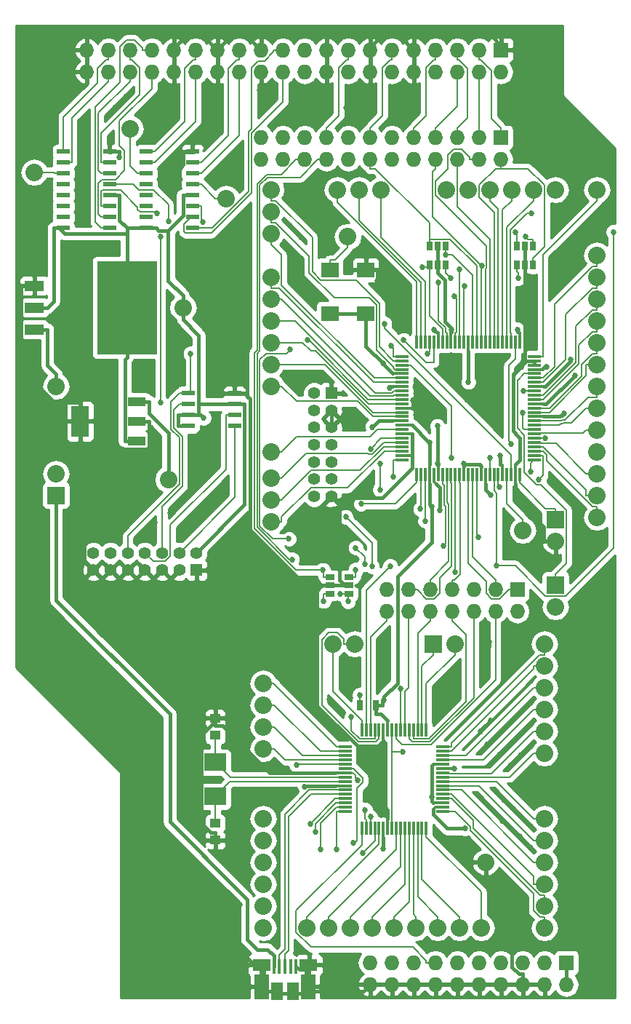
<source format=gtl>
G04 #@! TF.FileFunction,Copper,L1,Top,Signal*
%FSLAX46Y46*%
G04 Gerber Fmt 4.6, Leading zero omitted, Abs format (unit mm)*
G04 Created by KiCad (PCBNEW (2015-01-16 BZR 5376)-product) date 2015-03-11 03:36:44*
%MOMM*%
G01*
G04 APERTURE LIST*
%ADD10C,0.100000*%
%ADD11R,1.250000X1.000000*%
%ADD12R,0.400000X1.750000*%
%ADD13R,2.000000X1.460000*%
%ADD14R,1.778000X3.000000*%
%ADD15R,1.425000X2.000000*%
%ADD16R,2.032000X2.032000*%
%ADD17O,2.032000X2.032000*%
%ADD18R,1.727200X1.727200*%
%ADD19O,1.727200X1.727200*%
%ADD20R,1.400000X1.400000*%
%ADD21C,1.400000*%
%ADD22R,0.700000X1.300000*%
%ADD23R,1.500000X0.300000*%
%ADD24R,0.300000X1.500000*%
%ADD25R,2.286000X1.143000*%
%ADD26R,6.997700X10.800080*%
%ADD27R,2.032000X3.657600*%
%ADD28R,2.032000X1.016000*%
%ADD29R,1.550000X0.600000*%
%ADD30R,1.500000X0.600000*%
%ADD31R,2.500000X2.000000*%
%ADD32R,2.000000X1.800000*%
%ADD33R,1.060000X0.650000*%
%ADD34R,0.650000X1.060000*%
%ADD35C,0.685800*%
%ADD36C,0.457200*%
%ADD37C,0.299800*%
%ADD38C,0.177800*%
%ADD39C,0.254000*%
G04 APERTURE END LIST*
D10*
D11*
X23876000Y-83296000D03*
X23876000Y-81296000D03*
X23876000Y-93488000D03*
X23876000Y-95488000D03*
D12*
X30704000Y-110205000D03*
X31354000Y-110205000D03*
X32004000Y-110205000D03*
X32654000Y-110205000D03*
X33304000Y-110205000D03*
D13*
X29299600Y-110000000D03*
X34708400Y-110000000D03*
D14*
X29279000Y-112530000D03*
X34729000Y-112530000D03*
D15*
X31041500Y-113030000D03*
X32966500Y-113030000D03*
D16*
X63500000Y-58166000D03*
D17*
X63500000Y-60706000D03*
D16*
X63500000Y-65786000D03*
D17*
X63500000Y-68326000D03*
D16*
X5334000Y-55372000D03*
D17*
X5334000Y-52832000D03*
D18*
X59055000Y-66294000D03*
D19*
X59055000Y-68834000D03*
X56515000Y-66294000D03*
X56515000Y-68834000D03*
X53975000Y-66294000D03*
X53975000Y-68834000D03*
X51435000Y-66294000D03*
X51435000Y-68834000D03*
X48895000Y-66294000D03*
X48895000Y-68834000D03*
X46355000Y-66294000D03*
X46355000Y-68834000D03*
X43815000Y-66294000D03*
X43815000Y-68834000D03*
D20*
X37385500Y-43466500D03*
D21*
X35385500Y-43466500D03*
X37385500Y-45466500D03*
X35385500Y-45466500D03*
X37385500Y-47466500D03*
X35385500Y-47466500D03*
X37385500Y-49466500D03*
X35385500Y-49466500D03*
X37385500Y-51466500D03*
X35385500Y-51466500D03*
X37385500Y-53466500D03*
X35385500Y-53466500D03*
X37385500Y-55466500D03*
X35385500Y-55466500D03*
D20*
X21684500Y-64055500D03*
D21*
X21684500Y-62055500D03*
X19684500Y-64055500D03*
X19684500Y-62055500D03*
X17684500Y-64055500D03*
X17684500Y-62055500D03*
X15684500Y-64055500D03*
X15684500Y-62055500D03*
X13684500Y-64055500D03*
X13684500Y-62055500D03*
X11684500Y-64055500D03*
X11684500Y-62055500D03*
X9684500Y-64055500D03*
X9684500Y-62055500D03*
D18*
X57150000Y-13716000D03*
D19*
X57150000Y-16256000D03*
X54610000Y-13716000D03*
X54610000Y-16256000D03*
X52070000Y-13716000D03*
X52070000Y-16256000D03*
X49530000Y-13716000D03*
X49530000Y-16256000D03*
X46990000Y-13716000D03*
X46990000Y-16256000D03*
X44450000Y-13716000D03*
X44450000Y-16256000D03*
X41910000Y-13716000D03*
X41910000Y-16256000D03*
X39370000Y-13716000D03*
X39370000Y-16256000D03*
X36830000Y-13716000D03*
X36830000Y-16256000D03*
X34290000Y-13716000D03*
X34290000Y-16256000D03*
X31750000Y-13716000D03*
X31750000Y-16256000D03*
X29210000Y-13716000D03*
X29210000Y-16256000D03*
D18*
X57150000Y-3556000D03*
D19*
X57150000Y-6096000D03*
X54610000Y-3556000D03*
X54610000Y-6096000D03*
X52070000Y-3556000D03*
X52070000Y-6096000D03*
X49530000Y-3556000D03*
X49530000Y-6096000D03*
X46990000Y-3556000D03*
X46990000Y-6096000D03*
X44450000Y-3556000D03*
X44450000Y-6096000D03*
X41910000Y-3556000D03*
X41910000Y-6096000D03*
X39370000Y-3556000D03*
X39370000Y-6096000D03*
X36830000Y-3556000D03*
X36830000Y-6096000D03*
X34290000Y-3556000D03*
X34290000Y-6096000D03*
X31750000Y-3556000D03*
X31750000Y-6096000D03*
X29210000Y-3556000D03*
X29210000Y-6096000D03*
X26670000Y-3556000D03*
X26670000Y-6096000D03*
X24130000Y-3556000D03*
X24130000Y-6096000D03*
X21590000Y-3556000D03*
X21590000Y-6096000D03*
X19050000Y-3556000D03*
X19050000Y-6096000D03*
X16510000Y-3556000D03*
X16510000Y-6096000D03*
X13970000Y-3556000D03*
X13970000Y-6096000D03*
X11430000Y-3556000D03*
X11430000Y-6096000D03*
X8890000Y-3556000D03*
X8890000Y-6096000D03*
D18*
X64770000Y-109728000D03*
D19*
X64770000Y-112268000D03*
X62230000Y-109728000D03*
X62230000Y-112268000D03*
X59690000Y-109728000D03*
X59690000Y-112268000D03*
X57150000Y-109728000D03*
X57150000Y-112268000D03*
X54610000Y-109728000D03*
X54610000Y-112268000D03*
X52070000Y-109728000D03*
X52070000Y-112268000D03*
X49530000Y-109728000D03*
X49530000Y-112268000D03*
X46990000Y-109728000D03*
X46990000Y-112268000D03*
X44450000Y-109728000D03*
X44450000Y-112268000D03*
X41910000Y-109728000D03*
X41910000Y-112268000D03*
D16*
X49276000Y-72644000D03*
D17*
X51816000Y-72644000D03*
D22*
X42606000Y-79756000D03*
X40706000Y-79756000D03*
D23*
X61040000Y-51212000D03*
X61040000Y-50712000D03*
X61040000Y-50212000D03*
X61040000Y-49712000D03*
X61040000Y-49212000D03*
X61040000Y-48712000D03*
X61040000Y-48212000D03*
X61040000Y-47712000D03*
X61040000Y-47212000D03*
X61040000Y-46712000D03*
X61040000Y-46212000D03*
X61040000Y-45712000D03*
X61040000Y-45212000D03*
X61040000Y-44712000D03*
X61040000Y-44212000D03*
X61040000Y-43712000D03*
X61040000Y-43212000D03*
X61040000Y-42712000D03*
X61040000Y-42212000D03*
X61040000Y-41712000D03*
X61040000Y-41212000D03*
X61040000Y-40712000D03*
X61040000Y-40212000D03*
X61040000Y-39712000D03*
X61040000Y-39212000D03*
D24*
X59340000Y-37512000D03*
X58840000Y-37512000D03*
X58340000Y-37512000D03*
X57840000Y-37512000D03*
X57340000Y-37512000D03*
X56840000Y-37512000D03*
X56340000Y-37512000D03*
X55840000Y-37512000D03*
X55340000Y-37512000D03*
X54840000Y-37512000D03*
X54340000Y-37512000D03*
X53840000Y-37512000D03*
X53340000Y-37512000D03*
X52840000Y-37512000D03*
X52340000Y-37512000D03*
X51840000Y-37512000D03*
X51340000Y-37512000D03*
X50840000Y-37512000D03*
X50340000Y-37512000D03*
X49840000Y-37512000D03*
X49340000Y-37512000D03*
X48840000Y-37512000D03*
X48340000Y-37512000D03*
X47840000Y-37512000D03*
X47340000Y-37512000D03*
D23*
X45640000Y-39212000D03*
X45640000Y-39712000D03*
X45640000Y-40212000D03*
X45640000Y-40712000D03*
X45640000Y-41212000D03*
X45640000Y-41712000D03*
X45640000Y-42212000D03*
X45640000Y-42712000D03*
X45640000Y-43212000D03*
X45640000Y-43712000D03*
X45640000Y-44212000D03*
X45640000Y-44712000D03*
X45640000Y-45212000D03*
X45640000Y-45712000D03*
X45640000Y-46212000D03*
X45640000Y-46712000D03*
X45640000Y-47212000D03*
X45640000Y-47712000D03*
X45640000Y-48212000D03*
X45640000Y-48712000D03*
X45640000Y-49212000D03*
X45640000Y-49712000D03*
X45640000Y-50212000D03*
X45640000Y-50712000D03*
X45640000Y-51212000D03*
D24*
X47340000Y-52912000D03*
X47840000Y-52912000D03*
X48340000Y-52912000D03*
X48840000Y-52912000D03*
X49340000Y-52912000D03*
X49840000Y-52912000D03*
X50340000Y-52912000D03*
X50840000Y-52912000D03*
X51340000Y-52912000D03*
X51840000Y-52912000D03*
X52340000Y-52912000D03*
X52840000Y-52912000D03*
X53340000Y-52912000D03*
X53840000Y-52912000D03*
X54340000Y-52912000D03*
X54840000Y-52912000D03*
X55340000Y-52912000D03*
X55840000Y-52912000D03*
X56340000Y-52912000D03*
X56840000Y-52912000D03*
X57340000Y-52912000D03*
X57840000Y-52912000D03*
X58340000Y-52912000D03*
X58840000Y-52912000D03*
X59340000Y-52912000D03*
D25*
X2794000Y-33528000D03*
D26*
X13589000Y-33528000D03*
D25*
X2794000Y-36068000D03*
X2794000Y-30988000D03*
D27*
X8128000Y-46736000D03*
D28*
X14732000Y-46736000D03*
X14732000Y-44450000D03*
X14732000Y-49022000D03*
D29*
X26131500Y-47307500D03*
X26131500Y-46037500D03*
X26131500Y-44767500D03*
X26131500Y-43497500D03*
X20731500Y-43497500D03*
X20731500Y-44767500D03*
X20731500Y-46037500D03*
X20731500Y-47307500D03*
D30*
X21242000Y-24257000D03*
X21242000Y-22987000D03*
X21242000Y-21717000D03*
X21242000Y-20447000D03*
X21242000Y-19177000D03*
X21242000Y-17907000D03*
X21242000Y-16637000D03*
X21242000Y-15367000D03*
X15842000Y-15367000D03*
X15842000Y-16637000D03*
X15842000Y-17907000D03*
X15842000Y-19177000D03*
X15842000Y-20447000D03*
X15842000Y-21717000D03*
X15842000Y-22987000D03*
X15842000Y-24257000D03*
X11590000Y-24257000D03*
X11590000Y-22987000D03*
X11590000Y-21717000D03*
X11590000Y-20447000D03*
X11590000Y-19177000D03*
X11590000Y-17907000D03*
X11590000Y-16637000D03*
X11590000Y-15367000D03*
X6190000Y-15367000D03*
X6190000Y-16637000D03*
X6190000Y-17907000D03*
X6190000Y-19177000D03*
X6190000Y-20447000D03*
X6190000Y-21717000D03*
X6190000Y-22987000D03*
X6190000Y-24257000D03*
D23*
X50404000Y-92142000D03*
X50404000Y-91642000D03*
X50404000Y-91142000D03*
X50404000Y-90642000D03*
X50404000Y-90142000D03*
X50404000Y-89642000D03*
X50404000Y-89142000D03*
X50404000Y-88642000D03*
X50404000Y-88142000D03*
X50404000Y-87642000D03*
X50404000Y-87142000D03*
X50404000Y-86642000D03*
X50404000Y-86142000D03*
X50404000Y-85642000D03*
X50404000Y-85142000D03*
X50404000Y-84642000D03*
D24*
X48454000Y-82692000D03*
X47954000Y-82692000D03*
X47454000Y-82692000D03*
X46954000Y-82692000D03*
X46454000Y-82692000D03*
X45954000Y-82692000D03*
X45454000Y-82692000D03*
X44954000Y-82692000D03*
X44454000Y-82692000D03*
X43954000Y-82692000D03*
X43454000Y-82692000D03*
X42954000Y-82692000D03*
X42454000Y-82692000D03*
X41954000Y-82692000D03*
X41454000Y-82692000D03*
X40954000Y-82692000D03*
D23*
X39004000Y-84642000D03*
X39004000Y-85142000D03*
X39004000Y-85642000D03*
X39004000Y-86142000D03*
X39004000Y-86642000D03*
X39004000Y-87142000D03*
X39004000Y-87642000D03*
X39004000Y-88142000D03*
X39004000Y-88642000D03*
X39004000Y-89142000D03*
X39004000Y-89642000D03*
X39004000Y-90142000D03*
X39004000Y-90642000D03*
X39004000Y-91142000D03*
X39004000Y-91642000D03*
X39004000Y-92142000D03*
D24*
X40954000Y-94092000D03*
X41454000Y-94092000D03*
X41954000Y-94092000D03*
X42454000Y-94092000D03*
X42954000Y-94092000D03*
X43454000Y-94092000D03*
X43954000Y-94092000D03*
X44454000Y-94092000D03*
X44954000Y-94092000D03*
X45454000Y-94092000D03*
X45954000Y-94092000D03*
X46454000Y-94092000D03*
X46954000Y-94092000D03*
X47454000Y-94092000D03*
X47954000Y-94092000D03*
X48454000Y-94092000D03*
D31*
X23876000Y-86392000D03*
X23876000Y-90392000D03*
D32*
X41406500Y-34226500D03*
X41406500Y-29146500D03*
X37206500Y-29146500D03*
X37206500Y-34226500D03*
D17*
X5334000Y-42672000D03*
X30353000Y-22352000D03*
X20129500Y-33528000D03*
X55372000Y-98044000D03*
X68326000Y-55372000D03*
X68326000Y-57912000D03*
X68326000Y-50292000D03*
X68326000Y-52832000D03*
X68326000Y-42672000D03*
X68326000Y-45212000D03*
X68326000Y-37592000D03*
X68326000Y-40132000D03*
X68326000Y-32512000D03*
X68326000Y-35052000D03*
X68326000Y-27432000D03*
X68326000Y-29972000D03*
X68326000Y-47752000D03*
X18415000Y-53530500D03*
X59690000Y-59436000D03*
X30353000Y-29972000D03*
X30353000Y-24892000D03*
X30353000Y-35052000D03*
X30353000Y-32512000D03*
X30353000Y-37592000D03*
X30353000Y-42672000D03*
X30353000Y-40132000D03*
X30353000Y-53340000D03*
X30353000Y-58420000D03*
X30353000Y-55880000D03*
X30353000Y-50292000D03*
X68326000Y-19812000D03*
X58420000Y-19812000D03*
X63500000Y-19812000D03*
X55880000Y-19812000D03*
X60960000Y-19812000D03*
X50800000Y-19812000D03*
X40640000Y-19812000D03*
X43180000Y-19812000D03*
X38100000Y-19812000D03*
X30353000Y-19812000D03*
X53340000Y-19812000D03*
X25146000Y-20828000D03*
X13970000Y-12700000D03*
X2794000Y-17780000D03*
X29464000Y-92964000D03*
X62230000Y-105664000D03*
X62230000Y-103124000D03*
X62230000Y-100584000D03*
X62230000Y-98044000D03*
X62230000Y-95504000D03*
X62230000Y-92964000D03*
X62230000Y-85344000D03*
X62230000Y-82804000D03*
X62230000Y-80264000D03*
X62230000Y-77724000D03*
X62230000Y-75184000D03*
X62230000Y-72644000D03*
X40132000Y-72644000D03*
X37592000Y-72644000D03*
X29464000Y-77216000D03*
X29464000Y-79756000D03*
X29464000Y-82296000D03*
X29464000Y-84836000D03*
X29464000Y-95504000D03*
X29464000Y-98044000D03*
X29464000Y-100584000D03*
X29464000Y-103124000D03*
X29464000Y-105664000D03*
X34544000Y-105664000D03*
X37084000Y-105664000D03*
X39624000Y-105664000D03*
X42164000Y-105664000D03*
X44704000Y-105664000D03*
X47244000Y-105664000D03*
X49784000Y-105664000D03*
X52324000Y-105664000D03*
X54864000Y-105664000D03*
D33*
X37254000Y-64899500D03*
X37254000Y-65849500D03*
X37254000Y-66799500D03*
X39454000Y-66799500D03*
X39454000Y-64899500D03*
X39454000Y-65849500D03*
D34*
X58994000Y-28532000D03*
X59944000Y-28532000D03*
X60894000Y-28532000D03*
X60894000Y-26332000D03*
X58994000Y-26332000D03*
X59944000Y-26332000D03*
X50734000Y-26332000D03*
X49784000Y-26332000D03*
X48834000Y-26332000D03*
X48834000Y-28532000D03*
X50734000Y-28532000D03*
X49784000Y-28532000D03*
D17*
X39306500Y-25273000D03*
D35*
X49064300Y-56664500D03*
X48840000Y-49214200D03*
X57032200Y-50707700D03*
X43393000Y-40023500D03*
X62484000Y-40415600D03*
X55993400Y-55356000D03*
X53000100Y-94128700D03*
X43503300Y-79230700D03*
X34316700Y-89255100D03*
X43433400Y-96504000D03*
X22510800Y-46342900D03*
X64506000Y-45870400D03*
X59054500Y-36068000D03*
X49340000Y-36068000D03*
X51705900Y-87142000D03*
X65744200Y-41387600D03*
X65287700Y-39553900D03*
X59908600Y-33090200D03*
X46918400Y-44311100D03*
X50022000Y-57112000D03*
X52840000Y-51663700D03*
X44221000Y-42835100D03*
X12721300Y-16002300D03*
X49092000Y-90424000D03*
X43709900Y-91743200D03*
X51382000Y-36068000D03*
X19965000Y-17057400D03*
X42787800Y-30456500D03*
X59690000Y-45783500D03*
X56959500Y-54356000D03*
X40436800Y-88493600D03*
X26771600Y-108305600D03*
X26720800Y-103022400D03*
X21590000Y-97891600D03*
X16459200Y-92659200D03*
X14528800Y-90728800D03*
X16306800Y-87325200D03*
X10210800Y-76911200D03*
X7213600Y-59131200D03*
X13665200Y-58420000D03*
X15798800Y-59537600D03*
X16814800Y-58521600D03*
X18643600Y-57454800D03*
X22555200Y-53340000D03*
X24282400Y-55219600D03*
X21183600Y-58267600D03*
X65684400Y-89814400D03*
X58623200Y-89154000D03*
X57454800Y-90779600D03*
X58623200Y-91846400D03*
X57302400Y-93218000D03*
X59334400Y-95046800D03*
X50241200Y-80365600D03*
X50952400Y-77724000D03*
X55118000Y-73609200D03*
X55778400Y-72440800D03*
X57759600Y-71577200D03*
X59385200Y-73304400D03*
X54813200Y-82804000D03*
X55981600Y-81534000D03*
X57404000Y-82651600D03*
X55575200Y-84328000D03*
X56946800Y-85547200D03*
X58216800Y-84328000D03*
X59436000Y-85598000D03*
X58216800Y-86817200D03*
X68021200Y-66700400D03*
X68884800Y-64922400D03*
X67411600Y-62331600D03*
X67564000Y-60502800D03*
X50850800Y-40843200D03*
X53187600Y-44246800D03*
X57099200Y-39573200D03*
X59085500Y-40752800D03*
X57099200Y-44297600D03*
X48920400Y-44297600D03*
X8128000Y-15798800D03*
X8229600Y-12750800D03*
X12192000Y-10261600D03*
X13462000Y-9042400D03*
X18796000Y-8636000D03*
X35560000Y-9855200D03*
X36372800Y-11531600D03*
X39979600Y-9398000D03*
X39116000Y-10312400D03*
X36271200Y-8788400D03*
X33985200Y-9042400D03*
X29006800Y-8229600D03*
X26314400Y-17881600D03*
X33731200Y-20574000D03*
X24739600Y-17780000D03*
X33832800Y-25349200D03*
X32613600Y-23977600D03*
X34899600Y-22656800D03*
X33528000Y-27686000D03*
X18948400Y-40944800D03*
X15494000Y-41605200D03*
X34747200Y-76504800D03*
X37185600Y-79095600D03*
X38100000Y-80111600D03*
X39116000Y-76098400D03*
X40538400Y-75082400D03*
X42976800Y-74879200D03*
X43586400Y-72898000D03*
X48564800Y-38912800D03*
X49746100Y-47276200D03*
X53340000Y-42182100D03*
X49746100Y-51664400D03*
X42178100Y-47439500D03*
X59753500Y-43243500D03*
X39995600Y-95791300D03*
X45720000Y-85216800D03*
X48340000Y-58336200D03*
X36395900Y-64041400D03*
X47752600Y-56962400D03*
X32833900Y-62807900D03*
X36482400Y-67660500D03*
X70226000Y-24745700D03*
X56619400Y-63492700D03*
X39345000Y-67692500D03*
X38403200Y-66799500D03*
X55840000Y-51038200D03*
X40225600Y-64038500D03*
X59170200Y-30112500D03*
X54901100Y-28651700D03*
X60017800Y-25292100D03*
X58818400Y-24758700D03*
X50734000Y-27370200D03*
X47986800Y-28806400D03*
X49868800Y-30616800D03*
X51331900Y-30116500D03*
X39725300Y-81157200D03*
X40706000Y-78592600D03*
X51741200Y-32189100D03*
X62287000Y-48735600D03*
X51824700Y-64270800D03*
X54483100Y-60184600D03*
X45454000Y-77856900D03*
X60642500Y-52611100D03*
X40847200Y-56362600D03*
X44648400Y-53203600D03*
X43058800Y-54710500D03*
X43058800Y-51643300D03*
X61579200Y-53523400D03*
X58356500Y-49403000D03*
X51402900Y-51004900D03*
X41301500Y-63373700D03*
X40226200Y-61465600D03*
X44392900Y-37995200D03*
X32615500Y-38385800D03*
X32451100Y-60420900D03*
X21003700Y-38887900D03*
X45834400Y-37301500D03*
X60671500Y-22527500D03*
X52340000Y-29069300D03*
X52928400Y-30987900D03*
X41345800Y-91934200D03*
X41954000Y-92773600D03*
X41037700Y-96976600D03*
X33350900Y-86737600D03*
X34938400Y-93559200D03*
X35535800Y-94512200D03*
X36120300Y-96527100D03*
X38012400Y-96525600D03*
X34600000Y-37305600D03*
X18413000Y-23508300D03*
X41955600Y-49949100D03*
X44248700Y-63578900D03*
X50426400Y-61199200D03*
X42140900Y-63641300D03*
X39072400Y-57870300D03*
X17509900Y-44565100D03*
X17509900Y-25283700D03*
X17093700Y-22579400D03*
X43587100Y-35396000D03*
X22403700Y-23589500D03*
D36*
X64506000Y-45870400D02*
X64270100Y-46106300D01*
X64270100Y-46106300D02*
X64079100Y-46106300D01*
X64079100Y-46106300D02*
X63980900Y-46204500D01*
X63980900Y-46204500D02*
X63803100Y-46204500D01*
X63803100Y-46204500D02*
X63795600Y-46212000D01*
X63795600Y-46212000D02*
X62171500Y-46212000D01*
X57066300Y-51780600D02*
X57032200Y-51746500D01*
X57032200Y-51746500D02*
X57032200Y-50707700D01*
X46771400Y-47212000D02*
X48773600Y-49214200D01*
X48773600Y-49214200D02*
X48840000Y-49214200D01*
X48840000Y-51780500D02*
X48840000Y-49214200D01*
X21958800Y-44767500D02*
X21958800Y-36754600D01*
X21958800Y-36754600D02*
X20129500Y-34925300D01*
X48840000Y-54043500D02*
X48840000Y-56440200D01*
X48840000Y-56440200D02*
X49064300Y-56664500D01*
X49064300Y-56664500D02*
X49064300Y-60805300D01*
X49064300Y-60805300D02*
X45085000Y-64784600D01*
X45085000Y-64784600D02*
X45085000Y-77201700D01*
X45085000Y-77201700D02*
X43503300Y-78783400D01*
X43503300Y-78783400D02*
X43503300Y-79230700D01*
X18394400Y-24551200D02*
X20110700Y-22834900D01*
X20110700Y-22834900D02*
X20110700Y-20447000D01*
X16973300Y-24257000D02*
X17267500Y-24551200D01*
X17267500Y-24551200D02*
X18394400Y-24551200D01*
X18394400Y-24551200D02*
X18394400Y-30395600D01*
X18394400Y-30395600D02*
X20129500Y-32130700D01*
X41406500Y-35507800D02*
X41406500Y-38037000D01*
X41406500Y-38037000D02*
X43393000Y-40023500D01*
D37*
X57340000Y-52912000D02*
X57340000Y-51859400D01*
X57066300Y-51780600D02*
X57145100Y-51859400D01*
X57145100Y-51859400D02*
X57340000Y-51859400D01*
X48840000Y-54043500D02*
X48840000Y-52912000D01*
D36*
X43337300Y-79756000D02*
X43337300Y-79396700D01*
X43337300Y-79396700D02*
X43503300Y-79230700D01*
X44508600Y-41212000D02*
X43393000Y-40096400D01*
X43393000Y-40096400D02*
X43393000Y-40023500D01*
D37*
X61040000Y-40712000D02*
X62092600Y-40712000D01*
D36*
X62171400Y-40485400D02*
X62241200Y-40415600D01*
X62241200Y-40415600D02*
X62484000Y-40415600D01*
D37*
X62171400Y-40485400D02*
X62092600Y-40564200D01*
X62092600Y-40564200D02*
X62092600Y-40712000D01*
D36*
X19575200Y-47307500D02*
X19575200Y-46037500D01*
D37*
X48840000Y-51780500D02*
X48840000Y-52912000D01*
X46771400Y-47212000D02*
X45640000Y-47212000D01*
D36*
X55340000Y-54043400D02*
X55340000Y-54702600D01*
X55340000Y-54702600D02*
X55993400Y-55356000D01*
D37*
X55340000Y-54043400D02*
X55340000Y-52912000D01*
D36*
X49272600Y-91915700D02*
X49272600Y-92487100D01*
X49272600Y-92487100D02*
X50914200Y-94128700D01*
X50914200Y-94128700D02*
X53000100Y-94128700D01*
D37*
X49272600Y-91915700D02*
X49546300Y-91642000D01*
X49546300Y-91642000D02*
X50404000Y-91642000D01*
D36*
X42606000Y-79756000D02*
X43337300Y-79756000D01*
X43954000Y-81560600D02*
X43180700Y-80787300D01*
X43180700Y-80787300D02*
X42606000Y-80787300D01*
X37872600Y-89142000D02*
X34429800Y-89142000D01*
X34429800Y-89142000D02*
X34316700Y-89255100D01*
D37*
X37872600Y-89142000D02*
X39004000Y-89142000D01*
D36*
X43433400Y-95223500D02*
X43433400Y-96504000D01*
D37*
X43454000Y-94092000D02*
X43454000Y-95144600D01*
X43433400Y-95223500D02*
X43433400Y-95165200D01*
X43433400Y-95165200D02*
X43454000Y-95144600D01*
D36*
X21958800Y-46037500D02*
X22205400Y-46037500D01*
X22205400Y-46037500D02*
X22510800Y-46342900D01*
X21309700Y-46037500D02*
X21958800Y-46037500D01*
X21958800Y-46037500D02*
X21958800Y-44767500D01*
X20731500Y-46037500D02*
X21309700Y-46037500D01*
X26131500Y-44767500D02*
X27287800Y-44767500D01*
X21684500Y-62055500D02*
X27287800Y-56452200D01*
X27287800Y-56452200D02*
X27287800Y-44767500D01*
X64770000Y-112268000D02*
X64770000Y-109728000D01*
D37*
X62171500Y-46212000D02*
X61040000Y-46212000D01*
X59340000Y-37512000D02*
X59340000Y-36459400D01*
D36*
X59066300Y-36380600D02*
X59054500Y-36368800D01*
X59054500Y-36368800D02*
X59054500Y-36068000D01*
D37*
X59066300Y-36380600D02*
X59145100Y-36459400D01*
X59145100Y-36459400D02*
X59340000Y-36459400D01*
X49840000Y-37512000D02*
X49840000Y-36459400D01*
D36*
X49566300Y-36380600D02*
X49340000Y-36154300D01*
X49340000Y-36154300D02*
X49340000Y-36068000D01*
D37*
X49566300Y-36380600D02*
X49645100Y-36459400D01*
X49645100Y-36459400D02*
X49840000Y-36459400D01*
D36*
X41406500Y-34226500D02*
X41406500Y-35507800D01*
D37*
X44508600Y-41212000D02*
X45640000Y-41212000D01*
D36*
X13589000Y-24938400D02*
X13589000Y-27746700D01*
X13589000Y-24257000D02*
X13589000Y-24938400D01*
X5624400Y-24257000D02*
X6305800Y-24938400D01*
X6305800Y-24938400D02*
X13589000Y-24938400D01*
X5624400Y-24257000D02*
X5058700Y-24257000D01*
X6190000Y-24257000D02*
X5624400Y-24257000D01*
X20129500Y-33528000D02*
X20129500Y-32130700D01*
X13589000Y-33528000D02*
X13589000Y-39309300D01*
X14732000Y-49022000D02*
X13334700Y-49022000D01*
X13334700Y-49022000D02*
X13334700Y-39563600D01*
X13334700Y-39563600D02*
X13589000Y-39309300D01*
X21958800Y-44767500D02*
X26131500Y-44767500D01*
X20129500Y-33528000D02*
X20129500Y-34925300D01*
X20153400Y-46037500D02*
X20731500Y-46037500D01*
X20153400Y-46037500D02*
X19575200Y-46037500D01*
X20731500Y-47307500D02*
X19575200Y-47307500D01*
X15842000Y-24257000D02*
X16973300Y-24257000D01*
X21242000Y-20447000D02*
X20110700Y-20447000D01*
X13589000Y-24257000D02*
X14710700Y-24257000D01*
X12721300Y-20447000D02*
X12721300Y-23389300D01*
X12721300Y-23389300D02*
X13589000Y-24257000D01*
X13589000Y-33528000D02*
X13589000Y-27746700D01*
X15842000Y-24257000D02*
X14710700Y-24257000D01*
X11590000Y-20447000D02*
X12721300Y-20447000D01*
X2794000Y-33528000D02*
X4318300Y-33528000D01*
X5058700Y-24257000D02*
X5058700Y-32787600D01*
X5058700Y-32787600D02*
X4318300Y-33528000D01*
X51535500Y-87142000D02*
X51705900Y-87142000D01*
D37*
X51535500Y-87142000D02*
X50404000Y-87142000D01*
D36*
X42606000Y-79756000D02*
X42606000Y-80787300D01*
D37*
X43954000Y-81560600D02*
X43954000Y-82692000D01*
D36*
X37206500Y-34226500D02*
X41406500Y-34226500D01*
X62171500Y-44712000D02*
X62419800Y-44712000D01*
X62419800Y-44712000D02*
X65744200Y-41387600D01*
X52840000Y-51780600D02*
X52840000Y-51663700D01*
X65287700Y-39553900D02*
X65287700Y-39719900D01*
X65287700Y-39719900D02*
X62295600Y-42712000D01*
X62295600Y-42712000D02*
X62171500Y-42712000D01*
X38348200Y-55941300D02*
X38667100Y-55622400D01*
X38667100Y-55622400D02*
X43311300Y-55622400D01*
X43311300Y-55622400D02*
X46771400Y-52162300D01*
X46771400Y-52162300D02*
X46771400Y-50712000D01*
X38348200Y-55941300D02*
X37860300Y-55941300D01*
X37860300Y-55941300D02*
X37385500Y-55466500D01*
X38348200Y-55941300D02*
X38348200Y-65260000D01*
X38348200Y-65260000D02*
X38937700Y-65849500D01*
X38937700Y-65849500D02*
X39109000Y-65849500D01*
D37*
X62171500Y-44712000D02*
X61040000Y-44712000D01*
X62171500Y-42712000D02*
X61040000Y-42712000D01*
D36*
X59908600Y-33090200D02*
X59908600Y-29478700D01*
X59908600Y-29478700D02*
X59944000Y-29443300D01*
X60094900Y-39743400D02*
X59908600Y-39557100D01*
X59908600Y-39557100D02*
X59908600Y-33090200D01*
X35715300Y-77063600D02*
X35715300Y-79839900D01*
X35715300Y-65849500D02*
X35715300Y-77063600D01*
X35715300Y-79839900D02*
X40442300Y-84566900D01*
X40442300Y-84566900D02*
X42851200Y-84566900D01*
X51382000Y-36068000D02*
X51382000Y-35930000D01*
X51382000Y-35930000D02*
X50593000Y-35141000D01*
X50593000Y-35141000D02*
X50593000Y-30316800D01*
X50593000Y-30316800D02*
X49784000Y-29507800D01*
X49784000Y-29507800D02*
X49784000Y-28532000D01*
X27907700Y-59379400D02*
X34377800Y-65849500D01*
X34377800Y-65849500D02*
X35715300Y-65849500D01*
X27287800Y-43497500D02*
X27907700Y-44117400D01*
X27907700Y-44117400D02*
X27907700Y-59379400D01*
X22765800Y-64055500D02*
X27441900Y-59379400D01*
X27441900Y-59379400D02*
X27907700Y-59379400D01*
X46771400Y-45212000D02*
X46918400Y-45065000D01*
X46918400Y-45065000D02*
X46918400Y-44311100D01*
D37*
X46771400Y-45212000D02*
X45640000Y-45212000D01*
D36*
X49613700Y-54043400D02*
X50022000Y-54451700D01*
X50022000Y-54451700D02*
X50022000Y-57112000D01*
D37*
X49613700Y-54043400D02*
X49340000Y-53769700D01*
X49340000Y-53769700D02*
X49340000Y-52912000D01*
D36*
X52840000Y-51972500D02*
X52840000Y-51780600D01*
D37*
X53113700Y-51780600D02*
X52840000Y-51780600D01*
X52840000Y-52912000D02*
X52840000Y-51972500D01*
D36*
X42851200Y-84566900D02*
X43454000Y-83964100D01*
X43454000Y-83964100D02*
X43454000Y-83823500D01*
X43709900Y-91743200D02*
X43709900Y-85425600D01*
X43709900Y-85425600D02*
X42851200Y-84566900D01*
X54840000Y-51972500D02*
X54648100Y-51780600D01*
X54648100Y-51780600D02*
X53113700Y-51780600D01*
X35715300Y-65849500D02*
X37254000Y-65849500D01*
X60094900Y-39743400D02*
X61008600Y-39743400D01*
X51340000Y-36380500D02*
X51382000Y-36338500D01*
X51382000Y-36338500D02*
X51382000Y-36068000D01*
X49784000Y-26332000D02*
X49784000Y-28532000D01*
X44508500Y-42712000D02*
X44344100Y-42712000D01*
X44344100Y-42712000D02*
X44221000Y-42835100D01*
D37*
X44508500Y-42712000D02*
X45640000Y-42712000D01*
D36*
X46771400Y-48212000D02*
X46771400Y-50712000D01*
D37*
X46771400Y-48212000D02*
X45640000Y-48212000D01*
X46771400Y-50712000D02*
X45640000Y-50712000D01*
D36*
X62102700Y-60706000D02*
X62102700Y-59074000D01*
X62102700Y-59074000D02*
X58840000Y-55811300D01*
X58840000Y-55811300D02*
X58840000Y-54043500D01*
X12721300Y-15367000D02*
X12721300Y-16002300D01*
X11590000Y-15367000D02*
X12721300Y-15367000D01*
X49272600Y-91142000D02*
X49092000Y-90961400D01*
X49092000Y-90961400D02*
X49092000Y-90424000D01*
D37*
X49272600Y-91142000D02*
X50404000Y-91142000D01*
D36*
X49272600Y-86642000D02*
X49092000Y-86822600D01*
X49092000Y-86822600D02*
X49092000Y-90424000D01*
D37*
X49272600Y-86642000D02*
X50404000Y-86642000D01*
D36*
X21684500Y-64055500D02*
X22765800Y-64055500D01*
X63500000Y-60706000D02*
X62102700Y-60706000D01*
D37*
X58840000Y-54043500D02*
X58840000Y-52912000D01*
D36*
X43709900Y-91743200D02*
X43954000Y-91987300D01*
X43954000Y-91987300D02*
X43954000Y-92960600D01*
X23876000Y-95488000D02*
X23876000Y-94606700D01*
X23876000Y-81296000D02*
X23876000Y-81798900D01*
X23876000Y-94606700D02*
X23325200Y-94606700D01*
X23325200Y-94606700D02*
X22238000Y-93519500D01*
X22238000Y-93519500D02*
X22238000Y-83220700D01*
X22238000Y-83220700D02*
X23659800Y-81798900D01*
X23659800Y-81798900D02*
X23876000Y-81798900D01*
X55372000Y-98044000D02*
X55372000Y-99441300D01*
X59690000Y-112268000D02*
X59690000Y-111023100D01*
X59690000Y-111023100D02*
X59223100Y-111023100D01*
X59223100Y-111023100D02*
X58445100Y-110245100D01*
X58445100Y-110245100D02*
X58445100Y-102514400D01*
X58445100Y-102514400D02*
X55372000Y-99441300D01*
X34429000Y-110555600D02*
X33654600Y-110555600D01*
X33654600Y-110555600D02*
X33304000Y-110205000D01*
X34429000Y-110555600D02*
X34429000Y-111111300D01*
X34429000Y-110000000D02*
X34429000Y-110555600D01*
X29579000Y-113420600D02*
X29579000Y-110000000D01*
X34729000Y-113030000D02*
X34729000Y-111411300D01*
X34729000Y-111411300D02*
X34429000Y-111111300D01*
X37385500Y-47466500D02*
X37385500Y-45466500D01*
X21684500Y-64055500D02*
X21684500Y-65136800D01*
X21684500Y-65136800D02*
X23876000Y-67328300D01*
X23876000Y-67328300D02*
X23876000Y-81296000D01*
D37*
X61008600Y-39743400D02*
X61024300Y-39743400D01*
X61040000Y-39712000D02*
X61024300Y-39727700D01*
X61024300Y-39727700D02*
X61024300Y-39743400D01*
X61040000Y-40180500D02*
X61040000Y-40212000D01*
D36*
X61024300Y-39743400D02*
X61040000Y-39759100D01*
X61040000Y-39759100D02*
X61040000Y-40180500D01*
D37*
X54840000Y-52912000D02*
X54840000Y-51972500D01*
D36*
X8128000Y-46736000D02*
X8128000Y-44525900D01*
X2794000Y-30988000D02*
X1269700Y-30988000D01*
X1269700Y-30988000D02*
X1269700Y-40598500D01*
X1269700Y-40598500D02*
X5197100Y-44525900D01*
X5197100Y-44525900D02*
X8128000Y-44525900D01*
X9122000Y-49940100D02*
X8128000Y-48946100D01*
X16129300Y-46736000D02*
X16129300Y-49689200D01*
X16129300Y-49689200D02*
X15878400Y-49940100D01*
X15878400Y-49940100D02*
X9122000Y-49940100D01*
X9122000Y-49940100D02*
X8590100Y-50472000D01*
X8590100Y-50472000D02*
X8590100Y-62961100D01*
X8590100Y-62961100D02*
X9684500Y-64055500D01*
X8128000Y-46736000D02*
X8128000Y-48946100D01*
X14732000Y-46736000D02*
X16129300Y-46736000D01*
X26131500Y-43497500D02*
X27287800Y-43497500D01*
X20110700Y-15367000D02*
X20110700Y-16911700D01*
X20110700Y-16911700D02*
X19965000Y-17057400D01*
X21242000Y-15367000D02*
X20110700Y-15367000D01*
X24757300Y-82177300D02*
X23876000Y-82177300D01*
X30222000Y-87642000D02*
X24757300Y-82177300D01*
X37872500Y-87642000D02*
X30222000Y-87642000D01*
X23876000Y-81798900D02*
X23876000Y-82177300D01*
D37*
X37872500Y-87642000D02*
X39004000Y-87642000D01*
X43454000Y-83823500D02*
X43454000Y-82692000D01*
X43954000Y-92960600D02*
X43954000Y-94092000D01*
D36*
X42787800Y-29146500D02*
X42787800Y-30456500D01*
X41406500Y-29146500D02*
X42787800Y-29146500D01*
X39109000Y-65849500D02*
X37254000Y-65849500D01*
X39454000Y-65849500D02*
X39109000Y-65849500D01*
X59944000Y-28532000D02*
X59944000Y-29443300D01*
X59944000Y-26332000D02*
X59944000Y-28532000D01*
D37*
X51340000Y-36380500D02*
X51340000Y-37512000D01*
D36*
X60094900Y-39743400D02*
X59085500Y-40752800D01*
X59085500Y-51535000D02*
X58840000Y-51780500D01*
D37*
X58840000Y-52912000D02*
X58840000Y-51780500D01*
D36*
X59372500Y-48704500D02*
X59085500Y-48417500D01*
X59372500Y-51244500D02*
X59372500Y-48704500D01*
X59085500Y-51531500D02*
X59372500Y-51244500D01*
X58547000Y-41291300D02*
X59085500Y-40752800D01*
X59085500Y-48417500D02*
X58547000Y-47879000D01*
X58547000Y-47879000D02*
X58547000Y-41291300D01*
X59085500Y-51535000D02*
X59085500Y-51531500D01*
D38*
X59690000Y-45783500D02*
X59690000Y-47561500D01*
X59690000Y-47561500D02*
X59840500Y-47712000D01*
X59840500Y-47712000D02*
X61040000Y-47712000D01*
X56840000Y-54236500D02*
X56959500Y-54356000D01*
X56840000Y-52912000D02*
X56840000Y-54236500D01*
D36*
X30791500Y-113030000D02*
X31041500Y-113280000D01*
X29279000Y-113030000D02*
X30791500Y-113030000D01*
X31041500Y-113280000D02*
X32966500Y-113280000D01*
X34479000Y-113280000D02*
X34729000Y-113030000D01*
X32966500Y-113280000D02*
X34479000Y-113280000D01*
X41148000Y-113030000D02*
X41910000Y-112268000D01*
X34729000Y-113030000D02*
X41148000Y-113030000D01*
D38*
X40436800Y-88493600D02*
X40182800Y-88239600D01*
X40182800Y-88239600D02*
X40182800Y-87934800D01*
X40182800Y-87934800D02*
X39890000Y-87642000D01*
X39890000Y-87642000D02*
X39004000Y-87642000D01*
D36*
X26720800Y-103022400D02*
X21590000Y-97891600D01*
X16459200Y-92659200D02*
X14528800Y-90728800D01*
X16306800Y-87325200D02*
X10210800Y-81229200D01*
X10210800Y-81229200D02*
X10210800Y-76911200D01*
X7213600Y-59131200D02*
X7924800Y-58420000D01*
X7924800Y-58420000D02*
X13665200Y-58420000D01*
X15798800Y-59537600D02*
X16814800Y-58521600D01*
X18643600Y-57454800D02*
X22555200Y-53543200D01*
X22555200Y-53543200D02*
X22555200Y-53340000D01*
X24282400Y-55219600D02*
X21234400Y-58267600D01*
X21234400Y-58267600D02*
X21183600Y-58267600D01*
X28466000Y-110000000D02*
X26771600Y-108305600D01*
X29579000Y-110000000D02*
X28466000Y-110000000D01*
X65684400Y-89814400D02*
X65024000Y-89154000D01*
X65024000Y-89154000D02*
X58623200Y-89154000D01*
X57454800Y-90779600D02*
X58521600Y-91846400D01*
X58521600Y-91846400D02*
X58623200Y-91846400D01*
X57302400Y-93218000D02*
X59131200Y-95046800D01*
X59131200Y-95046800D02*
X59334400Y-95046800D01*
X50241200Y-80365600D02*
X50952400Y-79654400D01*
X50952400Y-79654400D02*
X50952400Y-77724000D01*
X55118000Y-73609200D02*
X55778400Y-72948800D01*
X55778400Y-72948800D02*
X55778400Y-72440800D01*
X57759600Y-71577200D02*
X59385200Y-73202800D01*
X59385200Y-73202800D02*
X59385200Y-73304400D01*
X54813200Y-82702400D02*
X54813200Y-82804000D01*
X55981600Y-81534000D02*
X54813200Y-82702400D01*
X57251600Y-82651600D02*
X57404000Y-82651600D01*
X55575200Y-84328000D02*
X57251600Y-82651600D01*
X56997600Y-85547200D02*
X56946800Y-85547200D01*
X58216800Y-84328000D02*
X56997600Y-85547200D01*
X58216800Y-86817200D02*
X59436000Y-85598000D01*
X68021200Y-66700400D02*
X68884800Y-65836800D01*
X68884800Y-65836800D02*
X68884800Y-64922400D01*
X67411600Y-62331600D02*
X67564000Y-62179200D01*
X67564000Y-62179200D02*
X67564000Y-60502800D01*
X53238400Y-44297600D02*
X53187600Y-44246800D01*
X57099200Y-44297600D02*
X57099200Y-39573200D01*
X46918400Y-44311100D02*
X48906900Y-44311100D01*
X48906900Y-44311100D02*
X48920400Y-44297600D01*
X57099200Y-44297600D02*
X53238400Y-44297600D01*
X8128000Y-15798800D02*
X8229600Y-15697200D01*
X8229600Y-15697200D02*
X8229600Y-12750800D01*
X12192000Y-10261600D02*
X13411200Y-9042400D01*
X13411200Y-9042400D02*
X13462000Y-9042400D01*
X18796000Y-8636000D02*
X19050000Y-8382000D01*
X19050000Y-8382000D02*
X19050000Y-6096000D01*
X19050000Y-6096000D02*
X19050000Y-3556000D01*
X20624800Y-1778000D02*
X22352000Y-1778000D01*
X22352000Y-1778000D02*
X24130000Y-3556000D01*
X19050000Y-3352800D02*
X20624800Y-1778000D01*
X19050000Y-3556000D02*
X19050000Y-3352800D01*
X24130000Y-6096000D02*
X24130000Y-3556000D01*
X27889200Y-2235200D02*
X29210000Y-3556000D01*
X27228800Y-1574800D02*
X27889200Y-2235200D01*
X26060400Y-1574800D02*
X27228800Y-1574800D01*
X24130000Y-3505200D02*
X26060400Y-1574800D01*
X24130000Y-3556000D02*
X24130000Y-3505200D01*
X36830000Y-3556000D02*
X36830000Y-6096000D01*
X41910000Y-3556000D02*
X41910000Y-6096000D01*
X43230800Y-1930400D02*
X45364400Y-1930400D01*
X45364400Y-1930400D02*
X46990000Y-3556000D01*
X41910000Y-3251200D02*
X43230800Y-1930400D01*
X41910000Y-3556000D02*
X41910000Y-3251200D01*
X46990000Y-6096000D02*
X46990000Y-3556000D01*
X56032400Y-1930400D02*
X45364400Y-1930400D01*
X57150000Y-3048000D02*
X56032400Y-1930400D01*
X57150000Y-3556000D02*
X57150000Y-3048000D01*
X35864800Y-1930400D02*
X35458400Y-1524000D01*
X35458400Y-1524000D02*
X28600400Y-1524000D01*
X28600400Y-1524000D02*
X27889200Y-2235200D01*
X43230800Y-1930400D02*
X35864800Y-1930400D01*
X35560000Y-9855200D02*
X36372800Y-10668000D01*
X36372800Y-10668000D02*
X36372800Y-11531600D01*
X39979600Y-9398000D02*
X39979600Y-9448800D01*
X39979600Y-9448800D02*
X39116000Y-10312400D01*
X36830000Y-6096000D02*
X36830000Y-8229600D01*
X36830000Y-8229600D02*
X36271200Y-8788400D01*
X34239200Y-8788400D02*
X33985200Y-9042400D01*
X36271200Y-8788400D02*
X34239200Y-8788400D01*
X33528000Y-27686000D02*
X33528000Y-27736800D01*
X33731200Y-20574000D02*
X33731200Y-21488400D01*
X26212800Y-17780000D02*
X26314400Y-17881600D01*
X24739600Y-17780000D02*
X26212800Y-17780000D01*
X33832800Y-25196800D02*
X33832800Y-25349200D01*
X32613600Y-23977600D02*
X33832800Y-25196800D01*
X33731200Y-21488400D02*
X34899600Y-22656800D01*
X35306000Y-77063600D02*
X34747200Y-76504800D01*
X37185600Y-79095600D02*
X38100000Y-80010000D01*
X38100000Y-80010000D02*
X38100000Y-80111600D01*
X39116000Y-76098400D02*
X40132000Y-75082400D01*
X40132000Y-75082400D02*
X40538400Y-75082400D01*
X42976800Y-74879200D02*
X43586400Y-74269600D01*
X43586400Y-74269600D02*
X43586400Y-72898000D01*
X35715300Y-77063600D02*
X35306000Y-77063600D01*
D38*
X48840000Y-38637600D02*
X48564800Y-38912800D01*
X48840000Y-37512000D02*
X48840000Y-38637600D01*
D36*
X2794000Y-36068000D02*
X4318300Y-36068000D01*
X5334000Y-42672000D02*
X5334000Y-41274700D01*
X5334000Y-41274700D02*
X4318300Y-40259000D01*
X4318300Y-40259000D02*
X4318300Y-36068000D01*
X49746100Y-51664400D02*
X49746100Y-47276200D01*
X49840000Y-51780500D02*
X49840000Y-51758300D01*
X49840000Y-51758300D02*
X49746100Y-51664400D01*
X16129300Y-44450000D02*
X16129300Y-45804800D01*
X16129300Y-45804800D02*
X18415000Y-48090500D01*
X18415000Y-48090500D02*
X18415000Y-53530500D01*
X53340000Y-42182100D02*
X53340000Y-38643500D01*
D37*
X53340000Y-38643500D02*
X53340000Y-37512000D01*
X49840000Y-51780500D02*
X49840000Y-52912000D01*
D36*
X14732000Y-44450000D02*
X16129300Y-44450000D01*
X44508500Y-46712000D02*
X42905600Y-46712000D01*
X42905600Y-46712000D02*
X42178100Y-47439500D01*
D37*
X44508500Y-46712000D02*
X45640000Y-46712000D01*
D38*
X59785000Y-43212000D02*
X59753500Y-43243500D01*
X61040000Y-43212000D02*
X59785000Y-43212000D01*
X40149500Y-95791300D02*
X40386000Y-95554800D01*
X40386000Y-95554800D02*
X40386000Y-89458800D01*
X40386000Y-89458800D02*
X41097200Y-88747600D01*
X41097200Y-88747600D02*
X41097200Y-88243600D01*
X41097200Y-88243600D02*
X39995600Y-87142000D01*
X39995600Y-87142000D02*
X39004000Y-87142000D01*
X39995600Y-95791300D02*
X40149500Y-95791300D01*
X44454000Y-85216800D02*
X44454000Y-82692000D01*
X44454000Y-94092000D02*
X44454000Y-85216800D01*
X44454000Y-85216800D02*
X45720000Y-85216800D01*
X23876000Y-83296000D02*
X23876000Y-86392000D01*
X39004000Y-88142000D02*
X25626000Y-88142000D01*
X25626000Y-88142000D02*
X23876000Y-86392000D01*
X23899900Y-90336300D02*
X25594500Y-88642000D01*
X25594500Y-88642000D02*
X39004000Y-88642000D01*
X23876200Y-90360000D02*
X23899900Y-90336300D01*
X23955500Y-90392000D02*
X23899900Y-90336400D01*
X23899900Y-90336400D02*
X23899900Y-90336300D01*
X23955500Y-90392000D02*
X24035000Y-90392000D01*
X23876000Y-90392000D02*
X23955500Y-90392000D01*
X23876000Y-90392000D02*
X23876000Y-93488000D01*
D36*
X5334000Y-67564000D02*
X18592800Y-80822800D01*
X18592800Y-80822800D02*
X18592800Y-93370400D01*
X18592800Y-93370400D02*
X26771600Y-101549200D01*
X26771600Y-101549200D02*
X27584400Y-102362000D01*
X27584400Y-102362000D02*
X27584400Y-107035600D01*
X27584400Y-107035600D02*
X28752800Y-108204000D01*
X28752800Y-108204000D02*
X29972000Y-108204000D01*
X29972000Y-108204000D02*
X30704000Y-108936000D01*
X30704000Y-108936000D02*
X30704000Y-110205000D01*
X5334000Y-55372000D02*
X5334000Y-67564000D01*
D38*
X31354000Y-110205000D02*
X31354000Y-108790000D01*
X31354000Y-108790000D02*
X32004000Y-108140000D01*
X32004000Y-108140000D02*
X32004000Y-92456000D01*
X32004000Y-92456000D02*
X34818000Y-89642000D01*
X34818000Y-89642000D02*
X39004000Y-89642000D01*
X39004000Y-90142000D02*
X35016500Y-90142000D01*
X35016500Y-90142000D02*
X32385000Y-92774000D01*
X32385000Y-92774000D02*
X32385000Y-108331000D01*
X32385000Y-108331000D02*
X32004000Y-108712000D01*
X32004000Y-108712000D02*
X32004000Y-110205000D01*
X33184800Y-16256000D02*
X33184800Y-16394300D01*
X33184800Y-16394300D02*
X31546800Y-18032300D01*
X31546800Y-18032300D02*
X29848000Y-18032300D01*
X29848000Y-18032300D02*
X28739100Y-19141200D01*
X28739100Y-19141200D02*
X28739100Y-38435200D01*
X28739100Y-38435200D02*
X28408600Y-38765700D01*
X28408600Y-38765700D02*
X28408600Y-59215300D01*
X28408600Y-59215300D02*
X33234700Y-64041400D01*
X33234700Y-64041400D02*
X36395900Y-64041400D01*
X34290000Y-16256000D02*
X33184800Y-16256000D01*
X36482400Y-64899500D02*
X36482400Y-64127900D01*
X36482400Y-64127900D02*
X36395900Y-64041400D01*
X48340000Y-58336200D02*
X48340000Y-52912000D01*
X37254000Y-64899500D02*
X36482400Y-64899500D01*
X35724800Y-16256000D02*
X35724800Y-16394100D01*
X35724800Y-16394100D02*
X33753900Y-18365000D01*
X33753900Y-18365000D02*
X29982700Y-18365000D01*
X29982700Y-18365000D02*
X29069600Y-19278100D01*
X29069600Y-19278100D02*
X29069600Y-38572100D01*
X29069600Y-38572100D02*
X28739100Y-38902600D01*
X28739100Y-38902600D02*
X28739100Y-59078400D01*
X28739100Y-59078400D02*
X32468600Y-62807900D01*
X32468600Y-62807900D02*
X32833900Y-62807900D01*
X47840000Y-52912000D02*
X47840000Y-56875000D01*
X47840000Y-56875000D02*
X47752600Y-56962400D01*
X36830000Y-16256000D02*
X35724800Y-16256000D01*
X36482400Y-67660500D02*
X36482400Y-66799500D01*
X37254000Y-66799500D02*
X36482400Y-66799500D01*
X56619400Y-63492700D02*
X58793900Y-63492700D01*
X58793900Y-63492700D02*
X62344900Y-67043700D01*
X62344900Y-67043700D02*
X64683500Y-67043700D01*
X64683500Y-67043700D02*
X70226000Y-61501200D01*
X70226000Y-61501200D02*
X70226000Y-24745700D01*
X39345000Y-66799500D02*
X39345000Y-67692500D01*
X39345000Y-66799500D02*
X39454000Y-66799500D01*
X38403200Y-66799500D02*
X39345000Y-66799500D01*
X56340000Y-54816000D02*
X56642000Y-55118000D01*
X56642000Y-55118000D02*
X56642000Y-63470100D01*
X56642000Y-63470100D02*
X56619400Y-63492700D01*
X56340000Y-52912000D02*
X56340000Y-53903600D01*
X56340000Y-53903600D02*
X56340000Y-54816000D01*
X55840000Y-52912000D02*
X55840000Y-51038200D01*
X40225600Y-64038500D02*
X40225600Y-64899500D01*
X39454000Y-64899500D02*
X40225600Y-64899500D01*
X58994000Y-28532000D02*
X58994000Y-29303600D01*
X58994000Y-29303600D02*
X59170200Y-29479800D01*
X59170200Y-29479800D02*
X59170200Y-30112500D01*
X55340000Y-37512000D02*
X55340000Y-29039500D01*
X55340000Y-29039500D02*
X55485600Y-28893900D01*
X55485600Y-28893900D02*
X55485600Y-26348900D01*
X55485600Y-26348900D02*
X49530000Y-20393300D01*
X49530000Y-20393300D02*
X49530000Y-18787800D01*
X49530000Y-18787800D02*
X50964700Y-17353100D01*
X50964700Y-17353100D02*
X50964700Y-15780200D01*
X50964700Y-15780200D02*
X51659600Y-15085300D01*
X51659600Y-15085300D02*
X52563100Y-15085300D01*
X52563100Y-15085300D02*
X53504800Y-16027000D01*
X53504800Y-16027000D02*
X53504800Y-16256000D01*
X54610000Y-16256000D02*
X53504800Y-16256000D01*
X60894000Y-28532000D02*
X60894000Y-27760400D01*
X60894000Y-27760400D02*
X62230000Y-26424400D01*
X62230000Y-26424400D02*
X62230000Y-19286100D01*
X62230000Y-19286100D02*
X60305100Y-17361200D01*
X60305100Y-17361200D02*
X57150000Y-17361200D01*
X57150000Y-16256000D02*
X57150000Y-17361200D01*
X56340000Y-37512000D02*
X56340000Y-22456600D01*
X56340000Y-22456600D02*
X54610000Y-20726600D01*
X54610000Y-20726600D02*
X54610000Y-19281400D01*
X54610000Y-19281400D02*
X56530200Y-17361200D01*
X56530200Y-17361200D02*
X57150000Y-17361200D01*
X54840000Y-28651700D02*
X54840000Y-37512000D01*
X49530000Y-17361200D02*
X49199500Y-17691700D01*
X49199500Y-17691700D02*
X49199500Y-23011200D01*
X49199500Y-23011200D02*
X54840000Y-28651700D01*
X54901100Y-28651700D02*
X54840000Y-28651700D01*
X49530000Y-16256000D02*
X49530000Y-17361200D01*
X60894000Y-25560400D02*
X60286100Y-25560400D01*
X60286100Y-25560400D02*
X60017800Y-25292100D01*
X60894000Y-26332000D02*
X60894000Y-25560400D01*
X58994000Y-26332000D02*
X58994000Y-24934300D01*
X58994000Y-24934300D02*
X58818400Y-24758700D01*
X55840000Y-37512000D02*
X55840000Y-25586100D01*
X55840000Y-25586100D02*
X52070000Y-21816100D01*
X52070000Y-21816100D02*
X52070000Y-16256000D01*
X53840000Y-37512000D02*
X53840000Y-29742000D01*
X53840000Y-29742000D02*
X51468200Y-27370200D01*
X51468200Y-27370200D02*
X50734000Y-27370200D01*
X50734000Y-27370200D02*
X50734000Y-26332000D01*
X54340000Y-37512000D02*
X54340000Y-36520400D01*
X48834000Y-25560300D02*
X51208800Y-25560300D01*
X51208800Y-25560300D02*
X54316600Y-28668100D01*
X54316600Y-28668100D02*
X54316600Y-36497000D01*
X54316600Y-36497000D02*
X54340000Y-36520400D01*
X48834000Y-25560300D02*
X48834000Y-23665400D01*
X48834000Y-23665400D02*
X42529800Y-17361200D01*
X42529800Y-17361200D02*
X41910000Y-17361200D01*
X48834000Y-26332000D02*
X48834000Y-25560300D01*
X41910000Y-16256000D02*
X41910000Y-17361200D01*
X48810100Y-28806400D02*
X47986800Y-28806400D01*
X48834000Y-28532000D02*
X48834000Y-28782500D01*
X48834000Y-28782500D02*
X48810100Y-28806400D01*
X48810100Y-28806400D02*
X48810100Y-34490500D01*
X48810100Y-34490500D02*
X50340000Y-36020400D01*
X50340000Y-36020400D02*
X50340000Y-37512000D01*
X50840000Y-36520400D02*
X50670500Y-36350900D01*
X50670500Y-36350900D02*
X50670500Y-35883500D01*
X50670500Y-35883500D02*
X49868800Y-35081800D01*
X49868800Y-35081800D02*
X49868800Y-30616800D01*
X50734000Y-28532000D02*
X50734000Y-29518600D01*
X50734000Y-29518600D02*
X51331900Y-30116500D01*
X50840000Y-37512000D02*
X50840000Y-36520400D01*
X59340000Y-52912000D02*
X59340000Y-53903600D01*
X63500000Y-58166000D02*
X63500000Y-56908400D01*
X63500000Y-56908400D02*
X62344800Y-56908400D01*
X62344800Y-56908400D02*
X59340000Y-53903600D01*
X59880000Y-41212000D02*
X59055000Y-42037000D01*
X59055000Y-42037000D02*
X59055000Y-47561500D01*
X59055000Y-47561500D02*
X59880500Y-48387000D01*
X59880500Y-48387000D02*
X59880500Y-52710400D01*
X59880500Y-52710400D02*
X60048400Y-52878300D01*
X63500000Y-64528400D02*
X63500000Y-65786000D01*
X61040000Y-41212000D02*
X60048400Y-41212000D01*
X64782400Y-63246000D02*
X63500000Y-64528400D01*
X64782400Y-57051500D02*
X64782400Y-63246000D01*
X61838800Y-54107900D02*
X64782400Y-57051500D01*
X61278000Y-54107900D02*
X61838800Y-54107900D01*
X60048400Y-52878300D02*
X61278000Y-54107900D01*
X60048400Y-41212000D02*
X59880000Y-41212000D01*
X39725300Y-81157200D02*
X39725300Y-82717500D01*
X39725300Y-82717500D02*
X40691400Y-83683600D01*
X40691400Y-83683600D02*
X42454000Y-83683600D01*
X42454000Y-82692000D02*
X42454000Y-83683600D01*
X40706000Y-78592600D02*
X40706000Y-79756000D01*
X51741200Y-32189100D02*
X52009400Y-32457300D01*
X52009400Y-32457300D02*
X52009400Y-36376200D01*
X52009400Y-36376200D02*
X51840000Y-36545600D01*
X51840000Y-36545600D02*
X51840000Y-37512000D01*
X39306500Y-25273000D02*
X39306500Y-26530600D01*
X37206500Y-29146500D02*
X37206500Y-28004900D01*
X39306500Y-26530600D02*
X37832200Y-28004900D01*
X37832200Y-28004900D02*
X37206500Y-28004900D01*
X30353000Y-23609600D02*
X30903300Y-23609600D01*
X30903300Y-23609600D02*
X34822600Y-27528900D01*
X34822600Y-27528900D02*
X34822600Y-29477600D01*
X34822600Y-29477600D02*
X37725000Y-32380000D01*
X37725000Y-32380000D02*
X41857400Y-32380000D01*
X41857400Y-32380000D02*
X42672100Y-33194700D01*
X42672100Y-33194700D02*
X42672100Y-38472500D01*
X42672100Y-38472500D02*
X44576900Y-40377300D01*
X44576900Y-40377300D02*
X44576900Y-40490500D01*
X44576900Y-40490500D02*
X44798400Y-40712000D01*
X44798400Y-40712000D02*
X45640000Y-40712000D01*
X30353000Y-22352000D02*
X30353000Y-23609600D01*
X67068400Y-55372000D02*
X67068400Y-54722400D01*
X67068400Y-54722400D02*
X62058000Y-49712000D01*
X62058000Y-49712000D02*
X61040000Y-49712000D01*
X68326000Y-55372000D02*
X67068400Y-55372000D01*
X68326000Y-56654400D02*
X67802700Y-56654400D01*
X67802700Y-56654400D02*
X62457200Y-51308900D01*
X62457200Y-51308900D02*
X62457200Y-50637600D01*
X62457200Y-50637600D02*
X62031600Y-50212000D01*
X61040000Y-50212000D02*
X62031600Y-50212000D01*
X68326000Y-57912000D02*
X68326000Y-56654400D01*
X61040000Y-48712000D02*
X62263400Y-48712000D01*
X62263400Y-48712000D02*
X62287000Y-48735600D01*
X61040000Y-49212000D02*
X61148100Y-49320100D01*
X61148100Y-49320100D02*
X63556500Y-49320100D01*
X63556500Y-49320100D02*
X67068400Y-52832000D01*
X68326000Y-52832000D02*
X67068400Y-52832000D01*
X68326000Y-43929600D02*
X67273500Y-43929600D01*
X67273500Y-43929600D02*
X64626600Y-46576500D01*
X64626600Y-46576500D02*
X64273900Y-46576500D01*
X64273900Y-46576500D02*
X64175700Y-46674700D01*
X64175700Y-46674700D02*
X63997900Y-46674700D01*
X63997900Y-46674700D02*
X63960600Y-46712000D01*
X63960600Y-46712000D02*
X62031600Y-46712000D01*
X68326000Y-42672000D02*
X68326000Y-43929600D01*
X61040000Y-46712000D02*
X62031600Y-46712000D01*
X67068400Y-45212000D02*
X65373400Y-46907000D01*
X65373400Y-46907000D02*
X64410800Y-46907000D01*
X64410800Y-46907000D02*
X64312600Y-47005200D01*
X64312600Y-47005200D02*
X64134800Y-47005200D01*
X64134800Y-47005200D02*
X63928000Y-47212000D01*
X63928000Y-47212000D02*
X61040000Y-47212000D01*
X68326000Y-45212000D02*
X67068400Y-45212000D01*
X68326000Y-37592000D02*
X68326000Y-38849600D01*
X68326000Y-38849600D02*
X67807000Y-38849600D01*
X67807000Y-38849600D02*
X66533500Y-40123100D01*
X66533500Y-40123100D02*
X66533500Y-41510800D01*
X66533500Y-41510800D02*
X62832300Y-45212000D01*
X62832300Y-45212000D02*
X61040000Y-45212000D01*
X61040000Y-45712000D02*
X62814000Y-45712000D01*
X62814000Y-45712000D02*
X67068400Y-41457600D01*
X67068400Y-41457600D02*
X67068400Y-40132000D01*
X68326000Y-40132000D02*
X67068400Y-40132000D01*
X61040000Y-43712000D02*
X62031600Y-43712000D01*
X68326000Y-33769600D02*
X67775800Y-33769600D01*
X67775800Y-33769600D02*
X65872300Y-35673100D01*
X65872300Y-35673100D02*
X65872300Y-39871300D01*
X65872300Y-39871300D02*
X62031600Y-43712000D01*
X68326000Y-32512000D02*
X68326000Y-33769600D01*
X68326000Y-36309600D02*
X67775700Y-36309600D01*
X67775700Y-36309600D02*
X66202800Y-37882500D01*
X66202800Y-37882500D02*
X66202800Y-40040800D01*
X66202800Y-40040800D02*
X62031600Y-44212000D01*
X61040000Y-44212000D02*
X62031600Y-44212000D01*
X68326000Y-35052000D02*
X68326000Y-36309600D01*
X61040000Y-41712000D02*
X62031600Y-41712000D01*
X68326000Y-27432000D02*
X68326000Y-28689600D01*
X68326000Y-28689600D02*
X67775800Y-28689600D01*
X67775800Y-28689600D02*
X63366400Y-33099000D01*
X63366400Y-33099000D02*
X63366400Y-40377200D01*
X63366400Y-40377200D02*
X62031600Y-41712000D01*
X68326000Y-31229600D02*
X67775700Y-31229600D01*
X67775700Y-31229600D02*
X64703200Y-34302100D01*
X64703200Y-34302100D02*
X64703200Y-39540400D01*
X64703200Y-39540400D02*
X62031600Y-42212000D01*
X61040000Y-42212000D02*
X62031600Y-42212000D01*
X68326000Y-29972000D02*
X68326000Y-31229600D01*
X61040000Y-48212000D02*
X61124400Y-48127600D01*
X61124400Y-48127600D02*
X66692800Y-48127600D01*
X66692800Y-48127600D02*
X67068400Y-47752000D01*
X68326000Y-47752000D02*
X67068400Y-47752000D01*
X59690000Y-58178400D02*
X57840000Y-56328400D01*
X57840000Y-56328400D02*
X57840000Y-53903600D01*
X57840000Y-52912000D02*
X57840000Y-53903600D01*
X59690000Y-59436000D02*
X59690000Y-58178400D01*
X53340000Y-52912000D02*
X53340000Y-63311900D01*
X53340000Y-63311900D02*
X55409700Y-65381600D01*
X55409700Y-65381600D02*
X55409700Y-66769800D01*
X55409700Y-66769800D02*
X56039100Y-67399200D01*
X56039100Y-67399200D02*
X56982900Y-67399200D01*
X56982900Y-67399200D02*
X57949800Y-66432300D01*
X57949800Y-66432300D02*
X57949800Y-66294000D01*
X59055000Y-66294000D02*
X57949800Y-66294000D01*
X43815000Y-68834000D02*
X43815000Y-69939200D01*
X43815000Y-69939200D02*
X41954000Y-71800200D01*
X41954000Y-71800200D02*
X41954000Y-82692000D01*
X53840000Y-53903600D02*
X53840000Y-62513800D01*
X53840000Y-62513800D02*
X56515000Y-65188800D01*
X53840000Y-52912000D02*
X53840000Y-53903600D01*
X56515000Y-66294000D02*
X56515000Y-65188800D01*
X45954000Y-82692000D02*
X45954000Y-78183600D01*
X45954000Y-78183600D02*
X46355000Y-77782600D01*
X46355000Y-77782600D02*
X46355000Y-69939200D01*
X46355000Y-68834000D02*
X46355000Y-69939200D01*
X51840000Y-52912000D02*
X51840000Y-64255500D01*
X51840000Y-64255500D02*
X51824700Y-64270800D01*
X48895000Y-68834000D02*
X48895000Y-69939200D01*
X47454000Y-82692000D02*
X47454000Y-71380200D01*
X47454000Y-71380200D02*
X48895000Y-69939200D01*
X52340000Y-52912000D02*
X52340000Y-53903600D01*
X51435000Y-65188800D02*
X51733400Y-65188800D01*
X51733400Y-65188800D02*
X52409200Y-64513000D01*
X52409200Y-64513000D02*
X52409200Y-53972800D01*
X52409200Y-53972800D02*
X52340000Y-53903600D01*
X51435000Y-66294000D02*
X51435000Y-65188800D01*
X51435000Y-68834000D02*
X51435000Y-69939200D01*
X46954000Y-82692000D02*
X46954000Y-83683600D01*
X46954000Y-83683600D02*
X48741200Y-83683600D01*
X48741200Y-83683600D02*
X53097100Y-79327700D01*
X53097100Y-79327700D02*
X53097100Y-71601300D01*
X53097100Y-71601300D02*
X51435000Y-69939200D01*
X48895000Y-65188800D02*
X51025900Y-63057900D01*
X51025900Y-63057900D02*
X51025900Y-56373100D01*
X51025900Y-56373100D02*
X50840000Y-56187200D01*
X50840000Y-56187200D02*
X50840000Y-52912000D01*
X48895000Y-66294000D02*
X48895000Y-65188800D01*
X46454000Y-83683600D02*
X46784500Y-84014100D01*
X46784500Y-84014100D02*
X48878100Y-84014100D01*
X48878100Y-84014100D02*
X53975000Y-78917200D01*
X53975000Y-78917200D02*
X53975000Y-68834000D01*
X46454000Y-82692000D02*
X46454000Y-83683600D01*
X51340000Y-52912000D02*
X51340000Y-53903600D01*
X47460200Y-66294000D02*
X47460200Y-66432100D01*
X47460200Y-66432100D02*
X48427400Y-67399300D01*
X48427400Y-67399300D02*
X49364500Y-67399300D01*
X49364500Y-67399300D02*
X50048100Y-66715700D01*
X50048100Y-66715700D02*
X50048100Y-64961800D01*
X50048100Y-64961800D02*
X51420500Y-63589400D01*
X51420500Y-63589400D02*
X51420500Y-53984100D01*
X51420500Y-53984100D02*
X51340000Y-53903600D01*
X46355000Y-66294000D02*
X47460200Y-66294000D01*
X44954000Y-83683600D02*
X45615000Y-84344600D01*
X45615000Y-84344600D02*
X49015000Y-84344600D01*
X49015000Y-84344600D02*
X56515000Y-76844600D01*
X56515000Y-76844600D02*
X56515000Y-68834000D01*
X44954000Y-82692000D02*
X44954000Y-83683600D01*
X54340000Y-52912000D02*
X54340000Y-60041500D01*
X54340000Y-60041500D02*
X54483100Y-60184600D01*
X45454000Y-82692000D02*
X45454000Y-77856900D01*
X61040000Y-51212000D02*
X60642500Y-51609500D01*
X60642500Y-51609500D02*
X60642500Y-52611100D01*
X47340000Y-52912000D02*
X47340000Y-53903600D01*
X47340000Y-53903600D02*
X44881000Y-56362600D01*
X44881000Y-56362600D02*
X40847200Y-56362600D01*
X44648400Y-51212000D02*
X44648400Y-53203600D01*
X45640000Y-51212000D02*
X44648400Y-51212000D01*
X61040000Y-50712000D02*
X62031600Y-50712000D01*
X43058800Y-51643300D02*
X43058800Y-54710500D01*
X62031600Y-50712000D02*
X62031600Y-53071000D01*
X62031600Y-53071000D02*
X61579200Y-53523400D01*
X58840000Y-37512000D02*
X58840000Y-39481200D01*
X58840000Y-39481200D02*
X58039000Y-40282200D01*
X58039000Y-48831500D02*
X58039000Y-48850800D01*
X58039000Y-40282200D02*
X58039000Y-48831500D01*
X26131500Y-47307500D02*
X26131500Y-55608500D01*
X26131500Y-55608500D02*
X19684500Y-62055500D01*
X58039000Y-49085500D02*
X58356500Y-49403000D01*
X58039000Y-48831500D02*
X58039000Y-49085500D01*
X45640000Y-40212000D02*
X46631600Y-40212000D01*
X51402900Y-51004900D02*
X51402900Y-44983300D01*
X51402900Y-44983300D02*
X46631600Y-40212000D01*
X41301500Y-63373700D02*
X41301500Y-62540900D01*
X41301500Y-62540900D02*
X40226200Y-61465600D01*
X17684500Y-62055500D02*
X17684500Y-56650600D01*
X17684500Y-56650600D02*
X20047800Y-54287300D01*
X20047800Y-54287300D02*
X20047800Y-48508100D01*
X20047800Y-48508100D02*
X19069500Y-47529800D01*
X19069500Y-47529800D02*
X19069500Y-45412900D01*
X19069500Y-45412900D02*
X19714900Y-44767500D01*
X20731500Y-44767500D02*
X19714900Y-44767500D01*
X15684500Y-62055500D02*
X16684500Y-63055500D01*
X16684500Y-63055500D02*
X18022700Y-63055500D01*
X18022700Y-63055500D02*
X18626200Y-62452000D01*
X18626200Y-62452000D02*
X18626200Y-58819000D01*
X18626200Y-58819000D02*
X25114900Y-52330300D01*
X25114900Y-52330300D02*
X25114900Y-46037500D01*
X44648400Y-39212000D02*
X44648400Y-38250700D01*
X44648400Y-38250700D02*
X44392900Y-37995200D01*
X45640000Y-39212000D02*
X44648400Y-39212000D01*
X32451100Y-60420900D02*
X30549000Y-60420900D01*
X30549000Y-60420900D02*
X29069600Y-58941500D01*
X29069600Y-58941500D02*
X29069600Y-39588400D01*
X29069600Y-39588400D02*
X29783700Y-38874300D01*
X29783700Y-38874300D02*
X32127000Y-38874300D01*
X32127000Y-38874300D02*
X32615500Y-38385800D01*
X26131500Y-46037500D02*
X25114900Y-46037500D01*
X13684500Y-62055500D02*
X13684500Y-60039500D01*
X13684500Y-60039500D02*
X19717300Y-54006700D01*
X19717300Y-54006700D02*
X19717300Y-48645100D01*
X19717300Y-48645100D02*
X18724800Y-47652600D01*
X18724800Y-47652600D02*
X18724800Y-44487600D01*
X18724800Y-44487600D02*
X19714900Y-43497500D01*
X20731500Y-43497500D02*
X19714900Y-43497500D01*
X21003700Y-38887900D02*
X21003700Y-43225300D01*
X21003700Y-43225300D02*
X20731500Y-43497500D01*
X49340000Y-39900600D02*
X48433500Y-39900600D01*
X48433500Y-39900600D02*
X45834400Y-37301500D01*
X49340000Y-37512000D02*
X49340000Y-39900600D01*
X45640000Y-42212000D02*
X42335600Y-42212000D01*
X42335600Y-42212000D02*
X31353200Y-31229600D01*
X31353200Y-31229600D02*
X30353000Y-31229600D01*
X30353000Y-29972000D02*
X30353000Y-31229600D01*
X30353000Y-26149600D02*
X31610600Y-27407200D01*
X31610600Y-27407200D02*
X31610600Y-30898700D01*
X31610600Y-30898700D02*
X42423900Y-41712000D01*
X42423900Y-41712000D02*
X45640000Y-41712000D01*
X30353000Y-24892000D02*
X30353000Y-26149600D01*
X44648400Y-43712000D02*
X44594300Y-43766100D01*
X44594300Y-43766100D02*
X41911200Y-43766100D01*
X41911200Y-43766100D02*
X33197100Y-35052000D01*
X33197100Y-35052000D02*
X30353000Y-35052000D01*
X45640000Y-43712000D02*
X44648400Y-43712000D01*
X45640000Y-43212000D02*
X44673600Y-43212000D01*
X44673600Y-43212000D02*
X44461700Y-43423900D01*
X44461700Y-43423900D02*
X42522500Y-43423900D01*
X42522500Y-43423900D02*
X31610600Y-32512000D01*
X30353000Y-32512000D02*
X31610600Y-32512000D01*
X31610600Y-37592000D02*
X34008000Y-37592000D01*
X34008000Y-37592000D02*
X35007300Y-38591300D01*
X35007300Y-38591300D02*
X35573500Y-38591300D01*
X35573500Y-38591300D02*
X41694200Y-44712000D01*
X41694200Y-44712000D02*
X45640000Y-44712000D01*
X30353000Y-37592000D02*
X31610600Y-37592000D01*
X31610600Y-42672000D02*
X33346800Y-44408200D01*
X33346800Y-44408200D02*
X40455600Y-44408200D01*
X40455600Y-44408200D02*
X42259400Y-46212000D01*
X42259400Y-46212000D02*
X45640000Y-46212000D01*
X30353000Y-42672000D02*
X31610600Y-42672000D01*
X30353000Y-40132000D02*
X36646800Y-40132000D01*
X36646800Y-40132000D02*
X42226800Y-45712000D01*
X42226800Y-45712000D02*
X45640000Y-45712000D01*
X45640000Y-49212000D02*
X44648400Y-49212000D01*
X31610600Y-53340000D02*
X34474500Y-50476100D01*
X34474500Y-50476100D02*
X41656000Y-50476100D01*
X41656000Y-50476100D02*
X41713500Y-50533600D01*
X41713500Y-50533600D02*
X42197700Y-50533600D01*
X42197700Y-50533600D02*
X43519200Y-49212100D01*
X43519200Y-49212100D02*
X44648400Y-49212100D01*
X44648400Y-49212100D02*
X44648400Y-49212000D01*
X30353000Y-53340000D02*
X31610600Y-53340000D01*
X31610600Y-58420000D02*
X31610600Y-57869800D01*
X31610600Y-57869800D02*
X35013900Y-54466500D01*
X35013900Y-54466500D02*
X39319100Y-54466500D01*
X39319100Y-54466500D02*
X43573600Y-50212000D01*
X43573600Y-50212000D02*
X45640000Y-50212000D01*
X30353000Y-58420000D02*
X31610600Y-58420000D01*
X31610600Y-55880000D02*
X35024100Y-52466500D01*
X35024100Y-52466500D02*
X40732300Y-52466500D01*
X40732300Y-52466500D02*
X43486800Y-49712000D01*
X43486800Y-49712000D02*
X45640000Y-49712000D01*
X30353000Y-55880000D02*
X31610600Y-55880000D01*
X45640000Y-47712000D02*
X42743500Y-47712000D01*
X42743500Y-47712000D02*
X41930700Y-48524800D01*
X41930700Y-48524800D02*
X33377800Y-48524800D01*
X33377800Y-48524800D02*
X31610600Y-50292000D01*
X30353000Y-50292000D02*
X31610600Y-50292000D01*
X62031600Y-39212000D02*
X62031600Y-27364000D01*
X62031600Y-27364000D02*
X68326000Y-21069600D01*
X61040000Y-39212000D02*
X62031600Y-39212000D01*
X68326000Y-19812000D02*
X68326000Y-21069600D01*
X58420000Y-19812000D02*
X58420000Y-21069600D01*
X58420000Y-21069600D02*
X57340000Y-22149600D01*
X57340000Y-22149600D02*
X57340000Y-37512000D01*
X58340000Y-37512000D02*
X58340000Y-36520400D01*
X60671500Y-22527500D02*
X60189800Y-22527500D01*
X60189800Y-22527500D02*
X58231700Y-24485600D01*
X58231700Y-24485600D02*
X58231700Y-36412100D01*
X58231700Y-36412100D02*
X58340000Y-36520400D01*
X55880000Y-19812000D02*
X55880000Y-21069600D01*
X55880000Y-21069600D02*
X56840000Y-22029600D01*
X56840000Y-22029600D02*
X56840000Y-37512000D01*
X57840000Y-37512000D02*
X57840000Y-24189600D01*
X57840000Y-24189600D02*
X60960000Y-21069600D01*
X60960000Y-19812000D02*
X60960000Y-21069600D01*
X52340000Y-37512000D02*
X52340000Y-29069300D01*
X47840000Y-37512000D02*
X47840000Y-30571700D01*
X47840000Y-30571700D02*
X40640000Y-23371700D01*
X40640000Y-23371700D02*
X40640000Y-21069600D01*
X40640000Y-19812000D02*
X40640000Y-21069600D01*
X43180000Y-19812000D02*
X43180000Y-25354900D01*
X43180000Y-25354900D02*
X48340000Y-30514900D01*
X48340000Y-30514900D02*
X48340000Y-37512000D01*
X47340000Y-37512000D02*
X47340000Y-30539100D01*
X47340000Y-30539100D02*
X38100000Y-21299100D01*
X38100000Y-21299100D02*
X38100000Y-21069600D01*
X38100000Y-19812000D02*
X38100000Y-21069600D01*
X30353000Y-21069600D02*
X30903200Y-21069600D01*
X30903200Y-21069600D02*
X35173100Y-25339500D01*
X35173100Y-25339500D02*
X35173100Y-29360700D01*
X35173100Y-29360700D02*
X36118900Y-30306500D01*
X36118900Y-30306500D02*
X40298300Y-30306500D01*
X40298300Y-30306500D02*
X43002600Y-33010800D01*
X43002600Y-33010800D02*
X43002600Y-38066200D01*
X43002600Y-38066200D02*
X44648400Y-39712000D01*
X45640000Y-39712000D02*
X44648400Y-39712000D01*
X30353000Y-19812000D02*
X30353000Y-21069600D01*
X52840000Y-36520400D02*
X52840000Y-31076300D01*
X52840000Y-31076300D02*
X52928400Y-30987900D01*
X52840000Y-37512000D02*
X52840000Y-36520400D01*
X25146000Y-20828000D02*
X23888400Y-20828000D01*
X23888400Y-20828000D02*
X22237400Y-19177000D01*
X22237400Y-19177000D02*
X21242000Y-19177000D01*
X14850400Y-17907000D02*
X13970000Y-17026600D01*
X13970000Y-17026600D02*
X13970000Y-12700000D01*
X15842000Y-17907000D02*
X14850400Y-17907000D01*
X6190000Y-17907000D02*
X5198400Y-17907000D01*
X2794000Y-17780000D02*
X5071400Y-17780000D01*
X5071400Y-17780000D02*
X5198400Y-17907000D01*
X21242000Y-24257000D02*
X23552300Y-24257000D01*
X23552300Y-24257000D02*
X27774200Y-20035100D01*
X27774200Y-20035100D02*
X27774200Y-13079800D01*
X27774200Y-13079800D02*
X28104700Y-12749300D01*
X28104700Y-12749300D02*
X28104700Y-5620200D01*
X28104700Y-5620200D02*
X28898900Y-4826000D01*
X28898900Y-4826000D02*
X29603800Y-4826000D01*
X29603800Y-4826000D02*
X30644800Y-3785000D01*
X30644800Y-3785000D02*
X30644800Y-3556000D01*
X31750000Y-3556000D02*
X30644800Y-3556000D01*
X21242000Y-22987000D02*
X21065300Y-22987000D01*
X21065300Y-22987000D02*
X20245000Y-23807300D01*
X20245000Y-23807300D02*
X20245000Y-24705400D01*
X20245000Y-24705400D02*
X20397500Y-24857900D01*
X20397500Y-24857900D02*
X23418900Y-24857900D01*
X23418900Y-24857900D02*
X28104700Y-20172100D01*
X28104700Y-20172100D02*
X28104700Y-13216800D01*
X28104700Y-13216800D02*
X31750000Y-9571500D01*
X31750000Y-9571500D02*
X31750000Y-6096000D01*
X26670000Y-4661200D02*
X26441000Y-4661200D01*
X26441000Y-4661200D02*
X25400000Y-5702200D01*
X25400000Y-5702200D02*
X25400000Y-13470600D01*
X25400000Y-13470600D02*
X22233600Y-16637000D01*
X26670000Y-3556000D02*
X26670000Y-4661200D01*
X21242000Y-16637000D02*
X22233600Y-16637000D01*
X21242000Y-17907000D02*
X22233600Y-17907000D01*
X22233600Y-17907000D02*
X26670000Y-13470600D01*
X26670000Y-13470600D02*
X26670000Y-6096000D01*
X21590000Y-3556000D02*
X21590000Y-4661200D01*
X15842000Y-15367000D02*
X16833600Y-15367000D01*
X16833600Y-15367000D02*
X20320000Y-11880600D01*
X20320000Y-11880600D02*
X20320000Y-5702200D01*
X20320000Y-5702200D02*
X21361000Y-4661200D01*
X21361000Y-4661200D02*
X21590000Y-4661200D01*
X21590000Y-6096000D02*
X21590000Y-7201200D01*
X15842000Y-16637000D02*
X16833600Y-16637000D01*
X16833600Y-16637000D02*
X21590000Y-11880600D01*
X21590000Y-11880600D02*
X21590000Y-7201200D01*
X15404800Y-3556000D02*
X15404800Y-3327000D01*
X15404800Y-3327000D02*
X14474200Y-2396400D01*
X14474200Y-2396400D02*
X13558700Y-2396400D01*
X13558700Y-2396400D02*
X12760100Y-3195000D01*
X12760100Y-3195000D02*
X12760100Y-7301700D01*
X12760100Y-7301700D02*
X9916700Y-10145100D01*
X9916700Y-10145100D02*
X9916700Y-23575300D01*
X9916700Y-23575300D02*
X10598400Y-24257000D01*
X16510000Y-3556000D02*
X15404800Y-3556000D01*
X11590000Y-24257000D02*
X10598400Y-24257000D01*
X11590000Y-22987000D02*
X10598400Y-22987000D01*
X10598400Y-22987000D02*
X10247300Y-22635900D01*
X10247300Y-22635900D02*
X10247300Y-19042000D01*
X10247300Y-19042000D02*
X10654000Y-18635300D01*
X10654000Y-18635300D02*
X12264500Y-18635300D01*
X12264500Y-18635300D02*
X13305900Y-17593900D01*
X13305900Y-17593900D02*
X13305900Y-15227600D01*
X13305900Y-15227600D02*
X12712300Y-14634000D01*
X12712300Y-14634000D02*
X12712300Y-11834900D01*
X12712300Y-11834900D02*
X16510000Y-8037200D01*
X16510000Y-8037200D02*
X16510000Y-6096000D01*
X13970000Y-4661200D02*
X14108100Y-4661200D01*
X14108100Y-4661200D02*
X15088000Y-5641100D01*
X15088000Y-5641100D02*
X15088000Y-8784800D01*
X15088000Y-8784800D02*
X10598400Y-13274400D01*
X10598400Y-13274400D02*
X10598400Y-16637000D01*
X11590000Y-16637000D02*
X10598400Y-16637000D01*
X13970000Y-3556000D02*
X13970000Y-4661200D01*
X10598400Y-17907000D02*
X10267900Y-17576500D01*
X10267900Y-17576500D02*
X10267900Y-10903300D01*
X10267900Y-10903300D02*
X13970000Y-7201200D01*
X11590000Y-17907000D02*
X10598400Y-17907000D01*
X13970000Y-6096000D02*
X13970000Y-7201200D01*
X11430000Y-3556000D02*
X11430000Y-4661200D01*
X6190000Y-15367000D02*
X6190000Y-11331800D01*
X6190000Y-11331800D02*
X10160000Y-7361800D01*
X10160000Y-7361800D02*
X10160000Y-5702200D01*
X10160000Y-5702200D02*
X11201000Y-4661200D01*
X11201000Y-4661200D02*
X11430000Y-4661200D01*
X7181600Y-16637000D02*
X7181600Y-11449600D01*
X7181600Y-11449600D02*
X11430000Y-7201200D01*
X11430000Y-6096000D02*
X11430000Y-7201200D01*
X6190000Y-16637000D02*
X7181600Y-16637000D01*
X41454000Y-93100400D02*
X41345800Y-92992200D01*
X41345800Y-92992200D02*
X41345800Y-91934200D01*
X41454000Y-94092000D02*
X41454000Y-93100400D01*
X41954000Y-94092000D02*
X41954000Y-92773600D01*
X42454000Y-94092000D02*
X42454000Y-95560300D01*
X42454000Y-95560300D02*
X41037700Y-96976600D01*
X49530000Y-109728000D02*
X48424800Y-109728000D01*
X40954000Y-94092000D02*
X40954000Y-96018200D01*
X40954000Y-96018200D02*
X33277300Y-103694900D01*
X33277300Y-103694900D02*
X33277300Y-106184100D01*
X33277300Y-106184100D02*
X35023900Y-107930700D01*
X35023900Y-107930700D02*
X46856500Y-107930700D01*
X46856500Y-107930700D02*
X48424800Y-109499000D01*
X48424800Y-109499000D02*
X48424800Y-109728000D01*
X62230000Y-104406400D02*
X61679700Y-104406400D01*
X61679700Y-104406400D02*
X60972400Y-103699100D01*
X60972400Y-103699100D02*
X60972400Y-101718800D01*
X60972400Y-101718800D02*
X53584600Y-94331000D01*
X53584600Y-94331000D02*
X53584600Y-93886500D01*
X53584600Y-93886500D02*
X51840100Y-92142000D01*
X51840100Y-92142000D02*
X51395600Y-92142000D01*
X50404000Y-92142000D02*
X51395600Y-92142000D01*
X62230000Y-105664000D02*
X62230000Y-104406400D01*
X62230000Y-101866400D02*
X61679800Y-101866400D01*
X61679800Y-101866400D02*
X53915100Y-94101700D01*
X53915100Y-94101700D02*
X53915100Y-93161500D01*
X53915100Y-93161500D02*
X51395600Y-90642000D01*
X50404000Y-90642000D02*
X51395600Y-90642000D01*
X62230000Y-103124000D02*
X62230000Y-101866400D01*
X50404000Y-90142000D02*
X51395600Y-90142000D01*
X62230000Y-100584000D02*
X60972400Y-100584000D01*
X60972400Y-100584000D02*
X60972400Y-99718800D01*
X60972400Y-99718800D02*
X51395600Y-90142000D01*
X62230000Y-98044000D02*
X60972400Y-98044000D01*
X60972400Y-98044000D02*
X52570400Y-89642000D01*
X52570400Y-89642000D02*
X50404000Y-89642000D01*
X62230000Y-95504000D02*
X60972400Y-95504000D01*
X60972400Y-95504000D02*
X54610400Y-89142000D01*
X54610400Y-89142000D02*
X50404000Y-89142000D01*
X62230000Y-92964000D02*
X60972400Y-92964000D01*
X60972400Y-92964000D02*
X56650400Y-88642000D01*
X56650400Y-88642000D02*
X50404000Y-88642000D01*
X62230000Y-85344000D02*
X60972400Y-85344000D01*
X50404000Y-88142000D02*
X58174400Y-88142000D01*
X58174400Y-88142000D02*
X60972400Y-85344000D01*
X62230000Y-82804000D02*
X60972400Y-82804000D01*
X50404000Y-87642000D02*
X50488700Y-87726700D01*
X50488700Y-87726700D02*
X56049700Y-87726700D01*
X56049700Y-87726700D02*
X60972400Y-82804000D01*
X62230000Y-80264000D02*
X60972400Y-80264000D01*
X60972400Y-80264000D02*
X55094400Y-86142000D01*
X55094400Y-86142000D02*
X50404000Y-86142000D01*
X62230000Y-77724000D02*
X60972400Y-77724000D01*
X60972400Y-77724000D02*
X53054400Y-85642000D01*
X53054400Y-85642000D02*
X50404000Y-85642000D01*
X62230000Y-75184000D02*
X60972400Y-75184000D01*
X60972400Y-75184000D02*
X60972400Y-75577000D01*
X60972400Y-75577000D02*
X51407400Y-85142000D01*
X51407400Y-85142000D02*
X50404000Y-85142000D01*
X50404000Y-84642000D02*
X51395600Y-84642000D01*
X62230000Y-72644000D02*
X62230000Y-73901600D01*
X62230000Y-73901600D02*
X61669300Y-73901600D01*
X61669300Y-73901600D02*
X51395600Y-84175300D01*
X51395600Y-84175300D02*
X51395600Y-84642000D01*
X49276000Y-72644000D02*
X49276000Y-73901600D01*
X47954000Y-82692000D02*
X47954000Y-75223600D01*
X47954000Y-75223600D02*
X49276000Y-73901600D01*
X51816000Y-72644000D02*
X51816000Y-73901600D01*
X48454000Y-82692000D02*
X48454000Y-77263600D01*
X48454000Y-77263600D02*
X51816000Y-73901600D01*
X38874400Y-72644000D02*
X38874400Y-72093800D01*
X38874400Y-72093800D02*
X38123700Y-71343100D01*
X38123700Y-71343100D02*
X37076600Y-71343100D01*
X37076600Y-71343100D02*
X36297000Y-72122700D01*
X36297000Y-72122700D02*
X36297000Y-79756600D01*
X36297000Y-79756600D02*
X40566700Y-84026300D01*
X40566700Y-84026300D02*
X42611300Y-84026300D01*
X42611300Y-84026300D02*
X42954000Y-83683600D01*
X42954000Y-82692000D02*
X42954000Y-83683600D01*
X40132000Y-72644000D02*
X38874400Y-72644000D01*
X40954000Y-81700400D02*
X40954000Y-81559300D01*
X40954000Y-81559300D02*
X37592000Y-78197300D01*
X37592000Y-78197300D02*
X37592000Y-72644000D01*
X40954000Y-82692000D02*
X40954000Y-81700400D01*
X29464000Y-77216000D02*
X30721600Y-77216000D01*
X39004000Y-84642000D02*
X38012400Y-84642000D01*
X30721600Y-77216000D02*
X30721600Y-77351200D01*
X30721600Y-77351200D02*
X38012400Y-84642000D01*
X29464000Y-79756000D02*
X30721600Y-79756000D01*
X30721600Y-79756000D02*
X36107600Y-85142000D01*
X36107600Y-85142000D02*
X39004000Y-85142000D01*
X29464000Y-82296000D02*
X30721600Y-82296000D01*
X30721600Y-82296000D02*
X34067600Y-85642000D01*
X34067600Y-85642000D02*
X39004000Y-85642000D01*
X29464000Y-84836000D02*
X30721600Y-84836000D01*
X30721600Y-84836000D02*
X32027600Y-86142000D01*
X32027600Y-86142000D02*
X39004000Y-86142000D01*
X39004000Y-86642000D02*
X33446500Y-86642000D01*
X33446500Y-86642000D02*
X33350900Y-86737600D01*
X34938400Y-93559200D02*
X37855600Y-90642000D01*
X37855600Y-90642000D02*
X39004000Y-90642000D01*
X39004000Y-91142000D02*
X37952800Y-91142000D01*
X37952800Y-91142000D02*
X35535800Y-93559000D01*
X35535800Y-93559000D02*
X35535800Y-94512200D01*
X36120300Y-96527100D02*
X36120300Y-93492000D01*
X36120300Y-93492000D02*
X37970300Y-91642000D01*
X37970300Y-91642000D02*
X39004000Y-91642000D01*
X38012400Y-92142000D02*
X38012400Y-96525600D01*
X39004000Y-92142000D02*
X38012400Y-92142000D01*
X34544000Y-105664000D02*
X34544000Y-104406400D01*
X42954000Y-94092000D02*
X42954000Y-95996400D01*
X42954000Y-95996400D02*
X34544000Y-104406400D01*
X37084000Y-105664000D02*
X37084000Y-104406400D01*
X37084000Y-104406400D02*
X44954000Y-96536400D01*
X44954000Y-96536400D02*
X44954000Y-94092000D01*
X39624000Y-105664000D02*
X39624000Y-104406400D01*
X39624000Y-104406400D02*
X45454000Y-98576400D01*
X45454000Y-98576400D02*
X45454000Y-94092000D01*
X42164000Y-105664000D02*
X42164000Y-104406400D01*
X42164000Y-104406400D02*
X45954000Y-100616400D01*
X45954000Y-100616400D02*
X45954000Y-94092000D01*
X44704000Y-105664000D02*
X44704000Y-104406400D01*
X44704000Y-104406400D02*
X46454000Y-102656400D01*
X46454000Y-102656400D02*
X46454000Y-94092000D01*
X47244000Y-105664000D02*
X47244000Y-104406400D01*
X47244000Y-104406400D02*
X46954000Y-104116400D01*
X46954000Y-104116400D02*
X46954000Y-94092000D01*
X49784000Y-105664000D02*
X49784000Y-104406400D01*
X49784000Y-104406400D02*
X47454000Y-102076400D01*
X47454000Y-102076400D02*
X47454000Y-94092000D01*
X52324000Y-104406400D02*
X47954000Y-100036400D01*
X47954000Y-100036400D02*
X47954000Y-94092000D01*
X52324000Y-105664000D02*
X52324000Y-104406400D01*
X48454000Y-94092000D02*
X48454000Y-95083600D01*
X54864000Y-105664000D02*
X54864000Y-101493600D01*
X54864000Y-101493600D02*
X48454000Y-95083600D01*
X11590000Y-19177000D02*
X14327200Y-19177000D01*
X14327200Y-19177000D02*
X15015700Y-19865500D01*
X15015700Y-19865500D02*
X16713100Y-19865500D01*
X16713100Y-19865500D02*
X18413000Y-21565400D01*
X18413000Y-21565400D02*
X18413000Y-23508300D01*
X34600000Y-37305600D02*
X34755300Y-37305600D01*
X34755300Y-37305600D02*
X41661700Y-44212000D01*
X41661700Y-44212000D02*
X45640000Y-44212000D01*
X41955600Y-49949100D02*
X43192700Y-48712000D01*
X43192700Y-48712000D02*
X45640000Y-48712000D01*
X41454000Y-82692000D02*
X41454000Y-66373600D01*
X41454000Y-66373600D02*
X44248700Y-63578900D01*
X17509900Y-25283700D02*
X17509900Y-44565100D01*
X11590000Y-21717000D02*
X10598400Y-21717000D01*
X10598400Y-21717000D02*
X10598400Y-20037000D01*
X10598400Y-20037000D02*
X10757600Y-19877800D01*
X10757600Y-19877800D02*
X12884200Y-19877800D01*
X12884200Y-19877800D02*
X14850400Y-21844000D01*
X14850400Y-21844000D02*
X14850400Y-22117100D01*
X14850400Y-22117100D02*
X15143100Y-22409800D01*
X15143100Y-22409800D02*
X16924100Y-22409800D01*
X16924100Y-22409800D02*
X17093700Y-22579400D01*
X50426400Y-61199200D02*
X50674800Y-60950800D01*
X50674800Y-60950800D02*
X50674800Y-56654800D01*
X50674800Y-56654800D02*
X50509500Y-56489500D01*
X50509500Y-56489500D02*
X50509500Y-54236500D01*
X50509500Y-54236500D02*
X50340000Y-54067000D01*
X50340000Y-54067000D02*
X50340000Y-52912000D01*
X39072400Y-57870300D02*
X42140900Y-60938800D01*
X42140900Y-60938800D02*
X42140900Y-63641300D01*
X22233600Y-21717000D02*
X22233600Y-23419400D01*
X22233600Y-23419400D02*
X22403700Y-23589500D01*
X21242000Y-21717000D02*
X22233600Y-21717000D01*
X43587100Y-35396000D02*
X43587100Y-35892900D01*
X43587100Y-35892900D02*
X58340000Y-50645800D01*
X58340000Y-50645800D02*
X58340000Y-52912000D01*
X57150000Y-13716000D02*
X57150000Y-12610800D01*
X54610000Y-3556000D02*
X54610000Y-4661200D01*
X54610000Y-4661200D02*
X54748300Y-4661200D01*
X54748300Y-4661200D02*
X56044800Y-5957700D01*
X56044800Y-5957700D02*
X56044800Y-11505600D01*
X56044800Y-11505600D02*
X57150000Y-12610800D01*
X54610000Y-6096000D02*
X54610000Y-13716000D01*
X52070000Y-13716000D02*
X52070000Y-12610800D01*
X52070000Y-3556000D02*
X52070000Y-4661200D01*
X52070000Y-4661200D02*
X52208100Y-4661200D01*
X52208100Y-4661200D02*
X53235700Y-5688800D01*
X53235700Y-5688800D02*
X53235700Y-11445100D01*
X53235700Y-11445100D02*
X52070000Y-12610800D01*
X49530000Y-13716000D02*
X49530000Y-12610800D01*
X52070000Y-6096000D02*
X52070000Y-10070800D01*
X52070000Y-10070800D02*
X49530000Y-12610800D01*
X46990000Y-13716000D02*
X46990000Y-12610800D01*
X49530000Y-3556000D02*
X49530000Y-4661200D01*
X49530000Y-4661200D02*
X49391700Y-4661200D01*
X49391700Y-4661200D02*
X48424800Y-5628100D01*
X48424800Y-5628100D02*
X48424800Y-11176000D01*
X48424800Y-11176000D02*
X46990000Y-12610800D01*
X41910000Y-13716000D02*
X41910000Y-12610800D01*
X44450000Y-3556000D02*
X44450000Y-4661200D01*
X44450000Y-4661200D02*
X44311700Y-4661200D01*
X44311700Y-4661200D02*
X43344800Y-5628100D01*
X43344800Y-5628100D02*
X43344800Y-11176000D01*
X43344800Y-11176000D02*
X41910000Y-12610800D01*
X36830000Y-13716000D02*
X36830000Y-12610800D01*
X39370000Y-3556000D02*
X39370000Y-4661200D01*
X39370000Y-4661200D02*
X39231700Y-4661200D01*
X39231700Y-4661200D02*
X38264800Y-5628100D01*
X38264800Y-5628100D02*
X38264800Y-11176000D01*
X38264800Y-11176000D02*
X36830000Y-12610800D01*
D39*
G36*
X9396556Y-24074800D02*
X7587440Y-24074800D01*
X7587440Y-23957000D01*
X7540463Y-23714877D01*
X7479603Y-23622229D01*
X7537377Y-23536640D01*
X7587440Y-23287000D01*
X7587440Y-22687000D01*
X7540463Y-22444877D01*
X7479603Y-22352229D01*
X7537377Y-22266640D01*
X7587440Y-22017000D01*
X7587440Y-21417000D01*
X7540463Y-21174877D01*
X7479603Y-21082229D01*
X7537377Y-20996640D01*
X7587440Y-20747000D01*
X7587440Y-20147000D01*
X7540463Y-19904877D01*
X7479603Y-19812229D01*
X7537377Y-19726640D01*
X7587440Y-19477000D01*
X7587440Y-18877000D01*
X7540463Y-18634877D01*
X7479603Y-18542229D01*
X7537377Y-18456640D01*
X7587440Y-18207000D01*
X7587440Y-17607000D01*
X7540463Y-17364877D01*
X7488527Y-17285815D01*
X7693475Y-17148875D01*
X7850396Y-16914025D01*
X7905500Y-16637000D01*
X7905500Y-11749450D01*
X9192800Y-10462150D01*
X9192800Y-23575294D01*
X9192799Y-23575300D01*
X9238761Y-23806362D01*
X9247904Y-23852325D01*
X9396556Y-24074800D01*
X9396556Y-24074800D01*
G37*
X9396556Y-24074800D02*
X7587440Y-24074800D01*
X7587440Y-23957000D01*
X7540463Y-23714877D01*
X7479603Y-23622229D01*
X7537377Y-23536640D01*
X7587440Y-23287000D01*
X7587440Y-22687000D01*
X7540463Y-22444877D01*
X7479603Y-22352229D01*
X7537377Y-22266640D01*
X7587440Y-22017000D01*
X7587440Y-21417000D01*
X7540463Y-21174877D01*
X7479603Y-21082229D01*
X7537377Y-20996640D01*
X7587440Y-20747000D01*
X7587440Y-20147000D01*
X7540463Y-19904877D01*
X7479603Y-19812229D01*
X7537377Y-19726640D01*
X7587440Y-19477000D01*
X7587440Y-18877000D01*
X7540463Y-18634877D01*
X7479603Y-18542229D01*
X7537377Y-18456640D01*
X7587440Y-18207000D01*
X7587440Y-17607000D01*
X7540463Y-17364877D01*
X7488527Y-17285815D01*
X7693475Y-17148875D01*
X7850396Y-16914025D01*
X7905500Y-16637000D01*
X7905500Y-11749450D01*
X9192800Y-10462150D01*
X9192800Y-23575294D01*
X9192799Y-23575300D01*
X9238761Y-23806362D01*
X9247904Y-23852325D01*
X9396556Y-24074800D01*
G36*
X11988400Y-14432000D02*
X11875750Y-14432000D01*
X11717000Y-14590750D01*
X11717000Y-15240000D01*
X11737000Y-15240000D01*
X11737000Y-15494000D01*
X11717000Y-15494000D01*
X11717000Y-15514000D01*
X11463000Y-15514000D01*
X11463000Y-15494000D01*
X11443000Y-15494000D01*
X11443000Y-15240000D01*
X11463000Y-15240000D01*
X11463000Y-14590750D01*
X11322300Y-14450050D01*
X11322300Y-13574249D01*
X11988400Y-12908149D01*
X11988400Y-14432000D01*
X11988400Y-14432000D01*
G37*
X11988400Y-14432000D02*
X11875750Y-14432000D01*
X11717000Y-14590750D01*
X11717000Y-15240000D01*
X11737000Y-15240000D01*
X11737000Y-15494000D01*
X11717000Y-15494000D01*
X11717000Y-15514000D01*
X11463000Y-15514000D01*
X11463000Y-15494000D01*
X11443000Y-15494000D01*
X11443000Y-15240000D01*
X11463000Y-15240000D01*
X11463000Y-14590750D01*
X11322300Y-14450050D01*
X11322300Y-13574249D01*
X11988400Y-12908149D01*
X11988400Y-14432000D01*
G36*
X14364100Y-8484950D02*
X10991800Y-11857250D01*
X10991800Y-11203150D01*
X14364100Y-7830850D01*
X14364100Y-8484950D01*
X14364100Y-8484950D01*
G37*
X14364100Y-8484950D02*
X10991800Y-11857250D01*
X10991800Y-11203150D01*
X14364100Y-7830850D01*
X14364100Y-8484950D01*
G36*
X14879000Y-46863000D02*
X14859000Y-46863000D01*
X14859000Y-46883000D01*
X14605000Y-46883000D01*
X14605000Y-46863000D01*
X14585000Y-46863000D01*
X14585000Y-46609000D01*
X14605000Y-46609000D01*
X14605000Y-46589000D01*
X14859000Y-46589000D01*
X14859000Y-46609000D01*
X14879000Y-46609000D01*
X14879000Y-46863000D01*
X14879000Y-46863000D01*
G37*
X14879000Y-46863000D02*
X14859000Y-46863000D01*
X14859000Y-46883000D01*
X14605000Y-46883000D01*
X14605000Y-46863000D01*
X14585000Y-46863000D01*
X14585000Y-46609000D01*
X14605000Y-46609000D01*
X14605000Y-46589000D01*
X14859000Y-46589000D01*
X14859000Y-46609000D01*
X14879000Y-46609000D01*
X14879000Y-46863000D01*
G36*
X16786000Y-43905983D02*
X16785091Y-43906890D01*
X16739957Y-43839343D01*
X16459785Y-43652138D01*
X16295657Y-43619490D01*
X16208673Y-43487073D01*
X15997640Y-43344623D01*
X15748000Y-43294560D01*
X14198300Y-43294560D01*
X14198300Y-39921314D01*
X14199657Y-39919957D01*
X14199658Y-39919957D01*
X14386862Y-39639785D01*
X14399653Y-39575480D01*
X16786000Y-39575480D01*
X16786000Y-43905983D01*
X16786000Y-43905983D01*
G37*
X16786000Y-43905983D02*
X16785091Y-43906890D01*
X16739957Y-43839343D01*
X16459785Y-43652138D01*
X16295657Y-43619490D01*
X16208673Y-43487073D01*
X15997640Y-43344623D01*
X15748000Y-43294560D01*
X14198300Y-43294560D01*
X14198300Y-39921314D01*
X14199657Y-39919957D01*
X14199658Y-39919957D01*
X14386862Y-39639785D01*
X14399653Y-39575480D01*
X16786000Y-39575480D01*
X16786000Y-43905983D01*
G36*
X16960600Y-60910137D02*
X16929271Y-60923082D01*
X16684402Y-61167523D01*
X16441704Y-60924402D01*
X15951213Y-60720732D01*
X15420117Y-60720269D01*
X14929271Y-60923082D01*
X14684402Y-61167523D01*
X14441704Y-60924402D01*
X14408400Y-60910572D01*
X14408400Y-60339349D01*
X16960600Y-57787149D01*
X16960600Y-60910137D01*
X16960600Y-60910137D01*
G37*
X16960600Y-60910137D02*
X16929271Y-60923082D01*
X16684402Y-61167523D01*
X16441704Y-60924402D01*
X15951213Y-60720732D01*
X15420117Y-60720269D01*
X14929271Y-60923082D01*
X14684402Y-61167523D01*
X14441704Y-60924402D01*
X14408400Y-60910572D01*
X14408400Y-60339349D01*
X16960600Y-57787149D01*
X16960600Y-60910137D01*
G36*
X21095200Y-37910079D02*
X20810037Y-37909831D01*
X20450488Y-38058393D01*
X20175160Y-38333241D01*
X20025970Y-38692530D01*
X20025631Y-39081563D01*
X20174193Y-39441112D01*
X20279800Y-39546903D01*
X20279800Y-42550060D01*
X19956500Y-42550060D01*
X19714377Y-42597037D01*
X19501573Y-42736827D01*
X19439815Y-42828317D01*
X19437876Y-42828703D01*
X19359947Y-42880773D01*
X19203025Y-42985625D01*
X19203022Y-42985628D01*
X18258155Y-43930494D01*
X18233800Y-43906096D01*
X18233800Y-31456314D01*
X19054607Y-32277121D01*
X18929722Y-32360567D01*
X18571830Y-32896190D01*
X18446155Y-33528000D01*
X18571830Y-34159810D01*
X18929722Y-34695433D01*
X19265900Y-34920060D01*
X19265900Y-34925300D01*
X19331638Y-35255785D01*
X19518843Y-35535957D01*
X21095200Y-37112314D01*
X21095200Y-37910079D01*
X21095200Y-37910079D01*
G37*
X21095200Y-37910079D02*
X20810037Y-37909831D01*
X20450488Y-38058393D01*
X20175160Y-38333241D01*
X20025970Y-38692530D01*
X20025631Y-39081563D01*
X20174193Y-39441112D01*
X20279800Y-39546903D01*
X20279800Y-42550060D01*
X19956500Y-42550060D01*
X19714377Y-42597037D01*
X19501573Y-42736827D01*
X19439815Y-42828317D01*
X19437876Y-42828703D01*
X19359947Y-42880773D01*
X19203025Y-42985625D01*
X19203022Y-42985628D01*
X18258155Y-43930494D01*
X18233800Y-43906096D01*
X18233800Y-31456314D01*
X19054607Y-32277121D01*
X18929722Y-32360567D01*
X18571830Y-32896190D01*
X18446155Y-33528000D01*
X18571830Y-34159810D01*
X18929722Y-34695433D01*
X19265900Y-34920060D01*
X19265900Y-34925300D01*
X19331638Y-35255785D01*
X19518843Y-35535957D01*
X21095200Y-37112314D01*
X21095200Y-37910079D01*
G36*
X24532549Y-45631100D02*
X24446104Y-45760475D01*
X24391000Y-46037500D01*
X24391000Y-52030450D01*
X18408400Y-58013050D01*
X18408400Y-56950450D01*
X20559675Y-54799175D01*
X20716596Y-54564325D01*
X20716597Y-54564324D01*
X20771700Y-54287300D01*
X20771701Y-54287300D01*
X20771700Y-54287294D01*
X20771700Y-48508100D01*
X20721343Y-48254940D01*
X21506500Y-48254940D01*
X21748623Y-48207963D01*
X21961427Y-48068173D01*
X22103877Y-47857140D01*
X22153940Y-47607500D01*
X22153940Y-47253573D01*
X22315430Y-47320630D01*
X22704463Y-47320969D01*
X23064012Y-47172407D01*
X23339340Y-46897559D01*
X23488530Y-46538270D01*
X23488869Y-46149237D01*
X23340307Y-45789688D01*
X23181995Y-45631100D01*
X24532549Y-45631100D01*
X24532549Y-45631100D01*
G37*
X24532549Y-45631100D02*
X24446104Y-45760475D01*
X24391000Y-46037500D01*
X24391000Y-52030450D01*
X18408400Y-58013050D01*
X18408400Y-56950450D01*
X20559675Y-54799175D01*
X20716596Y-54564325D01*
X20716597Y-54564324D01*
X20771700Y-54287300D01*
X20771701Y-54287300D01*
X20771700Y-54287294D01*
X20771700Y-48508100D01*
X20721343Y-48254940D01*
X21506500Y-48254940D01*
X21748623Y-48207963D01*
X21961427Y-48068173D01*
X22103877Y-47857140D01*
X22153940Y-47607500D01*
X22153940Y-47253573D01*
X22315430Y-47320630D01*
X22704463Y-47320969D01*
X23064012Y-47172407D01*
X23339340Y-46897559D01*
X23488530Y-46538270D01*
X23488869Y-46149237D01*
X23340307Y-45789688D01*
X23181995Y-45631100D01*
X24532549Y-45631100D01*
G36*
X25407600Y-55308650D02*
X19982518Y-60733731D01*
X19951213Y-60720732D01*
X19420117Y-60720269D01*
X19350100Y-60749199D01*
X19350100Y-59118849D01*
X25407600Y-53061349D01*
X25407600Y-55308650D01*
X25407600Y-55308650D01*
G37*
X25407600Y-55308650D02*
X19982518Y-60733731D01*
X19951213Y-60720732D01*
X19420117Y-60720269D01*
X19350100Y-60749199D01*
X19350100Y-59118849D01*
X25407600Y-53061349D01*
X25407600Y-55308650D01*
G36*
X27050300Y-19735250D02*
X26657884Y-20127666D01*
X26345778Y-19660567D01*
X25810155Y-19302675D01*
X25178345Y-19177000D01*
X25113655Y-19177000D01*
X24481845Y-19302675D01*
X23946222Y-19660567D01*
X23865510Y-19781360D01*
X22749275Y-18665125D01*
X22563104Y-18540730D01*
X22745475Y-18418875D01*
X27050300Y-14114050D01*
X27050300Y-19735250D01*
X27050300Y-19735250D01*
G37*
X27050300Y-19735250D02*
X26657884Y-20127666D01*
X26345778Y-19660567D01*
X25810155Y-19302675D01*
X25178345Y-19177000D01*
X25113655Y-19177000D01*
X24481845Y-19302675D01*
X23946222Y-19660567D01*
X23865510Y-19781360D01*
X22749275Y-18665125D01*
X22563104Y-18540730D01*
X22745475Y-18418875D01*
X27050300Y-14114050D01*
X27050300Y-19735250D01*
G36*
X28015200Y-38135350D02*
X27896725Y-38253825D01*
X27739804Y-38488675D01*
X27730661Y-38534637D01*
X27684699Y-38765700D01*
X27684700Y-38765705D01*
X27684700Y-44014015D01*
X27618285Y-43969638D01*
X27529807Y-43952038D01*
X27541500Y-43923810D01*
X27541500Y-43783250D01*
X27541500Y-43211750D01*
X27541500Y-43071190D01*
X27444827Y-42837801D01*
X27266198Y-42659173D01*
X27032809Y-42562500D01*
X26417250Y-42562500D01*
X26258500Y-42721250D01*
X26258500Y-43370500D01*
X27382750Y-43370500D01*
X27541500Y-43211750D01*
X27541500Y-43783250D01*
X27382750Y-43624500D01*
X26258500Y-43624500D01*
X26258500Y-43644500D01*
X26004500Y-43644500D01*
X26004500Y-43624500D01*
X26004500Y-43370500D01*
X26004500Y-42721250D01*
X25845750Y-42562500D01*
X25230191Y-42562500D01*
X24996802Y-42659173D01*
X24818173Y-42837801D01*
X24721500Y-43071190D01*
X24721500Y-43211750D01*
X24880250Y-43370500D01*
X26004500Y-43370500D01*
X26004500Y-43624500D01*
X24880250Y-43624500D01*
X24721500Y-43783250D01*
X24721500Y-43903900D01*
X22822400Y-43903900D01*
X22822400Y-36754600D01*
X22756662Y-36424115D01*
X22569458Y-36143943D01*
X21204392Y-34778878D01*
X21329278Y-34695433D01*
X21687170Y-34159810D01*
X21812845Y-33528000D01*
X21687170Y-32896190D01*
X21329278Y-32360567D01*
X20993100Y-32135939D01*
X20993100Y-32130700D01*
X20927362Y-31800215D01*
X20740157Y-31520043D01*
X19258000Y-30037886D01*
X19258000Y-24908914D01*
X19521100Y-24645814D01*
X19521100Y-24705394D01*
X19521099Y-24705400D01*
X19567061Y-24936462D01*
X19576204Y-24982425D01*
X19733125Y-25217275D01*
X19885622Y-25369771D01*
X19885625Y-25369775D01*
X19885626Y-25369775D01*
X20042547Y-25474626D01*
X20120475Y-25526696D01*
X20120476Y-25526697D01*
X20397500Y-25581801D01*
X20397500Y-25581800D01*
X20397505Y-25581800D01*
X23418894Y-25581800D01*
X23418900Y-25581801D01*
X23418900Y-25581800D01*
X23649962Y-25535838D01*
X23695924Y-25526696D01*
X23695925Y-25526696D01*
X23930775Y-25369775D01*
X28015200Y-21285350D01*
X28015200Y-38135350D01*
X28015200Y-38135350D01*
G37*
X28015200Y-38135350D02*
X27896725Y-38253825D01*
X27739804Y-38488675D01*
X27730661Y-38534637D01*
X27684699Y-38765700D01*
X27684700Y-38765705D01*
X27684700Y-44014015D01*
X27618285Y-43969638D01*
X27529807Y-43952038D01*
X27541500Y-43923810D01*
X27541500Y-43783250D01*
X27541500Y-43211750D01*
X27541500Y-43071190D01*
X27444827Y-42837801D01*
X27266198Y-42659173D01*
X27032809Y-42562500D01*
X26417250Y-42562500D01*
X26258500Y-42721250D01*
X26258500Y-43370500D01*
X27382750Y-43370500D01*
X27541500Y-43211750D01*
X27541500Y-43783250D01*
X27382750Y-43624500D01*
X26258500Y-43624500D01*
X26258500Y-43644500D01*
X26004500Y-43644500D01*
X26004500Y-43624500D01*
X26004500Y-43370500D01*
X26004500Y-42721250D01*
X25845750Y-42562500D01*
X25230191Y-42562500D01*
X24996802Y-42659173D01*
X24818173Y-42837801D01*
X24721500Y-43071190D01*
X24721500Y-43211750D01*
X24880250Y-43370500D01*
X26004500Y-43370500D01*
X26004500Y-43624500D01*
X24880250Y-43624500D01*
X24721500Y-43783250D01*
X24721500Y-43903900D01*
X22822400Y-43903900D01*
X22822400Y-36754600D01*
X22756662Y-36424115D01*
X22569458Y-36143943D01*
X21204392Y-34778878D01*
X21329278Y-34695433D01*
X21687170Y-34159810D01*
X21812845Y-33528000D01*
X21687170Y-32896190D01*
X21329278Y-32360567D01*
X20993100Y-32135939D01*
X20993100Y-32130700D01*
X20927362Y-31800215D01*
X20740157Y-31520043D01*
X19258000Y-30037886D01*
X19258000Y-24908914D01*
X19521100Y-24645814D01*
X19521100Y-24705394D01*
X19521099Y-24705400D01*
X19567061Y-24936462D01*
X19576204Y-24982425D01*
X19733125Y-25217275D01*
X19885622Y-25369771D01*
X19885625Y-25369775D01*
X19885626Y-25369775D01*
X20042547Y-25474626D01*
X20120475Y-25526696D01*
X20120476Y-25526697D01*
X20397500Y-25581801D01*
X20397500Y-25581800D01*
X20397505Y-25581800D01*
X23418894Y-25581800D01*
X23418900Y-25581801D01*
X23418900Y-25581800D01*
X23649962Y-25535838D01*
X23695924Y-25526696D01*
X23695925Y-25526696D01*
X23930775Y-25369775D01*
X28015200Y-21285350D01*
X28015200Y-38135350D01*
G36*
X31026100Y-9271650D02*
X28828600Y-11469150D01*
X28828600Y-7541690D01*
X28850974Y-7550958D01*
X29083000Y-7429817D01*
X29083000Y-6223000D01*
X29063000Y-6223000D01*
X29063000Y-5969000D01*
X29083000Y-5969000D01*
X29083000Y-5949000D01*
X29337000Y-5949000D01*
X29337000Y-5969000D01*
X29357000Y-5969000D01*
X29357000Y-6223000D01*
X29337000Y-6223000D01*
X29337000Y-7429817D01*
X29569026Y-7550958D01*
X29984947Y-7378688D01*
X30416821Y-6984490D01*
X30474336Y-6861771D01*
X30690330Y-7185029D01*
X31026100Y-7409383D01*
X31026100Y-9271650D01*
X31026100Y-9271650D01*
G37*
X31026100Y-9271650D02*
X28828600Y-11469150D01*
X28828600Y-7541690D01*
X28850974Y-7550958D01*
X29083000Y-7429817D01*
X29083000Y-6223000D01*
X29063000Y-6223000D01*
X29063000Y-5969000D01*
X29083000Y-5969000D01*
X29083000Y-5949000D01*
X29337000Y-5949000D01*
X29337000Y-5969000D01*
X29357000Y-5969000D01*
X29357000Y-6223000D01*
X29337000Y-6223000D01*
X29337000Y-7429817D01*
X29569026Y-7550958D01*
X29984947Y-7378688D01*
X30416821Y-6984490D01*
X30474336Y-6861771D01*
X30690330Y-7185029D01*
X31026100Y-7409383D01*
X31026100Y-9271650D01*
G36*
X34449200Y-26131750D02*
X31666574Y-23349124D01*
X31863802Y-23053952D01*
X34449200Y-25639349D01*
X34449200Y-26131750D01*
X34449200Y-26131750D01*
G37*
X34449200Y-26131750D02*
X31666574Y-23349124D01*
X31863802Y-23053952D01*
X34449200Y-25639349D01*
X34449200Y-26131750D01*
G36*
X37000310Y-32679060D02*
X36206500Y-32679060D01*
X35964377Y-32726037D01*
X35751573Y-32865827D01*
X35609123Y-33076860D01*
X35559060Y-33326500D01*
X35559060Y-33823410D01*
X32334500Y-30598850D01*
X32334500Y-27407205D01*
X32334500Y-27407200D01*
X32334501Y-27407200D01*
X32288538Y-27176137D01*
X32279396Y-27130176D01*
X32279396Y-27130175D01*
X32122475Y-26895325D01*
X31393205Y-26166055D01*
X31552778Y-26059433D01*
X31863842Y-25593892D01*
X34098700Y-27828749D01*
X34098700Y-29477594D01*
X34098699Y-29477600D01*
X34144661Y-29708662D01*
X34153804Y-29754625D01*
X34310725Y-29989475D01*
X37000310Y-32679060D01*
X37000310Y-32679060D01*
G37*
X37000310Y-32679060D02*
X36206500Y-32679060D01*
X35964377Y-32726037D01*
X35751573Y-32865827D01*
X35609123Y-33076860D01*
X35559060Y-33326500D01*
X35559060Y-33823410D01*
X32334500Y-30598850D01*
X32334500Y-27407205D01*
X32334500Y-27407200D01*
X32334501Y-27407200D01*
X32288538Y-27176137D01*
X32279396Y-27130176D01*
X32279396Y-27130175D01*
X32122475Y-26895325D01*
X31393205Y-26166055D01*
X31552778Y-26059433D01*
X31863842Y-25593892D01*
X34098700Y-27828749D01*
X34098700Y-29477594D01*
X34098699Y-29477600D01*
X34144661Y-29708662D01*
X34153804Y-29754625D01*
X34310725Y-29989475D01*
X37000310Y-32679060D01*
G36*
X37579247Y-49480642D02*
X37399642Y-49660247D01*
X37385500Y-49646105D01*
X37371357Y-49660247D01*
X37191752Y-49480642D01*
X37205895Y-49466500D01*
X37191752Y-49452357D01*
X37371357Y-49272752D01*
X37385500Y-49286895D01*
X37399642Y-49272752D01*
X37579247Y-49452357D01*
X37565105Y-49466500D01*
X37579247Y-49480642D01*
X37579247Y-49480642D01*
G37*
X37579247Y-49480642D02*
X37399642Y-49660247D01*
X37385500Y-49646105D01*
X37371357Y-49660247D01*
X37191752Y-49480642D01*
X37205895Y-49466500D01*
X37191752Y-49452357D01*
X37371357Y-49272752D01*
X37385500Y-49286895D01*
X37399642Y-49272752D01*
X37579247Y-49452357D01*
X37565105Y-49466500D01*
X37579247Y-49480642D01*
G36*
X37579247Y-51480642D02*
X37399642Y-51660247D01*
X37385500Y-51646105D01*
X37371357Y-51660247D01*
X37191752Y-51480642D01*
X37205895Y-51466500D01*
X37191752Y-51452357D01*
X37371357Y-51272752D01*
X37385500Y-51286895D01*
X37399642Y-51272752D01*
X37579247Y-51452357D01*
X37565105Y-51466500D01*
X37579247Y-51480642D01*
X37579247Y-51480642D01*
G37*
X37579247Y-51480642D02*
X37399642Y-51660247D01*
X37385500Y-51646105D01*
X37371357Y-51660247D01*
X37191752Y-51480642D01*
X37205895Y-51466500D01*
X37191752Y-51452357D01*
X37371357Y-51272752D01*
X37385500Y-51286895D01*
X37399642Y-51272752D01*
X37579247Y-51452357D01*
X37565105Y-51466500D01*
X37579247Y-51480642D01*
G36*
X37579247Y-53480642D02*
X37399642Y-53660247D01*
X37385500Y-53646105D01*
X37371357Y-53660247D01*
X37191752Y-53480642D01*
X37205895Y-53466500D01*
X37191752Y-53452357D01*
X37371357Y-53272752D01*
X37385500Y-53286895D01*
X37399642Y-53272752D01*
X37579247Y-53452357D01*
X37565105Y-53466500D01*
X37579247Y-53480642D01*
X37579247Y-53480642D01*
G37*
X37579247Y-53480642D02*
X37399642Y-53660247D01*
X37385500Y-53646105D01*
X37371357Y-53660247D01*
X37191752Y-53480642D01*
X37205895Y-53466500D01*
X37191752Y-53452357D01*
X37371357Y-53272752D01*
X37385500Y-53286895D01*
X37399642Y-53272752D01*
X37579247Y-53452357D01*
X37565105Y-53466500D01*
X37579247Y-53480642D01*
G36*
X38935158Y-80564208D02*
X38896760Y-80602541D01*
X38747570Y-80961830D01*
X38747377Y-81183227D01*
X37020900Y-79456750D01*
X37020900Y-78620538D01*
X37080125Y-78709175D01*
X38935158Y-80564208D01*
X38935158Y-80564208D01*
G37*
X38935158Y-80564208D02*
X38896760Y-80602541D01*
X38747570Y-80961830D01*
X38747377Y-81183227D01*
X37020900Y-79456750D01*
X37020900Y-78620538D01*
X37080125Y-78709175D01*
X38935158Y-80564208D01*
G36*
X39175350Y-43684300D02*
X38652550Y-43684300D01*
X38561750Y-43593500D01*
X37512500Y-43593500D01*
X37512500Y-43613500D01*
X37258500Y-43613500D01*
X37258500Y-43593500D01*
X37238500Y-43593500D01*
X37238500Y-43339500D01*
X37258500Y-43339500D01*
X37258500Y-42290250D01*
X37099750Y-42131500D01*
X36811809Y-42131500D01*
X36559190Y-42131500D01*
X36325801Y-42228173D01*
X36180605Y-42373369D01*
X36142704Y-42335402D01*
X35652213Y-42131732D01*
X35121117Y-42131269D01*
X34630271Y-42334082D01*
X34254402Y-42709296D01*
X34050732Y-43199787D01*
X34050309Y-43684300D01*
X33646649Y-43684300D01*
X32122475Y-42160125D01*
X31887625Y-42003204D01*
X31885701Y-42002821D01*
X31552778Y-41504567D01*
X31399275Y-41402000D01*
X31552778Y-41299433D01*
X31849137Y-40855900D01*
X36346950Y-40855900D01*
X37646900Y-42155849D01*
X37512500Y-42290250D01*
X37512500Y-43339500D01*
X38561750Y-43339500D01*
X38696150Y-43205099D01*
X39175350Y-43684300D01*
X39175350Y-43684300D01*
G37*
X39175350Y-43684300D02*
X38652550Y-43684300D01*
X38561750Y-43593500D01*
X37512500Y-43593500D01*
X37512500Y-43613500D01*
X37258500Y-43613500D01*
X37258500Y-43593500D01*
X37238500Y-43593500D01*
X37238500Y-43339500D01*
X37258500Y-43339500D01*
X37258500Y-42290250D01*
X37099750Y-42131500D01*
X36811809Y-42131500D01*
X36559190Y-42131500D01*
X36325801Y-42228173D01*
X36180605Y-42373369D01*
X36142704Y-42335402D01*
X35652213Y-42131732D01*
X35121117Y-42131269D01*
X34630271Y-42334082D01*
X34254402Y-42709296D01*
X34050732Y-43199787D01*
X34050309Y-43684300D01*
X33646649Y-43684300D01*
X32122475Y-42160125D01*
X31887625Y-42003204D01*
X31885701Y-42002821D01*
X31552778Y-41504567D01*
X31399275Y-41402000D01*
X31552778Y-41299433D01*
X31849137Y-40855900D01*
X36346950Y-40855900D01*
X37646900Y-42155849D01*
X37512500Y-42290250D01*
X37512500Y-43339500D01*
X38561750Y-43339500D01*
X38696150Y-43205099D01*
X39175350Y-43684300D01*
G36*
X40730100Y-77614720D02*
X40512337Y-77614531D01*
X40152788Y-77763093D01*
X39877460Y-78037941D01*
X39728270Y-78397230D01*
X39727931Y-78786263D01*
X39758058Y-78859176D01*
X39708560Y-79106000D01*
X39708560Y-79290110D01*
X38315900Y-77897450D01*
X38315900Y-74129404D01*
X38791778Y-73811433D01*
X38862000Y-73706338D01*
X38932222Y-73811433D01*
X39467845Y-74169325D01*
X40099655Y-74295000D01*
X40164345Y-74295000D01*
X40730100Y-74182464D01*
X40730100Y-77614720D01*
X40730100Y-77614720D01*
G37*
X40730100Y-77614720D02*
X40512337Y-77614531D01*
X40152788Y-77763093D01*
X39877460Y-78037941D01*
X39728270Y-78397230D01*
X39727931Y-78786263D01*
X39758058Y-78859176D01*
X39708560Y-79106000D01*
X39708560Y-79290110D01*
X38315900Y-77897450D01*
X38315900Y-74129404D01*
X38791778Y-73811433D01*
X38862000Y-73706338D01*
X38932222Y-73811433D01*
X39467845Y-74169325D01*
X40099655Y-74295000D01*
X40164345Y-74295000D01*
X40730100Y-74182464D01*
X40730100Y-77614720D01*
G36*
X41631083Y-46607432D02*
X41624888Y-46609993D01*
X41349560Y-46884841D01*
X41200370Y-47244130D01*
X41200031Y-47633163D01*
X41269338Y-47800900D01*
X38683091Y-47800900D01*
X38732919Y-47659378D01*
X38704164Y-47129060D01*
X38556542Y-46772669D01*
X38320775Y-46710831D01*
X38141169Y-46890436D01*
X38141169Y-46531225D01*
X38124192Y-46466500D01*
X38141169Y-46401775D01*
X38095144Y-46355750D01*
X38079331Y-46295458D01*
X38010682Y-46271287D01*
X37385500Y-45646105D01*
X36767599Y-46264006D01*
X36691669Y-46295458D01*
X36675855Y-46355750D01*
X36629831Y-46401775D01*
X36646807Y-46466500D01*
X36629831Y-46531225D01*
X36675855Y-46577249D01*
X36691669Y-46637542D01*
X36760317Y-46661712D01*
X37385500Y-47286895D01*
X38003400Y-46668993D01*
X38079331Y-46637542D01*
X38095144Y-46577249D01*
X38141169Y-46531225D01*
X38141169Y-46890436D01*
X37565105Y-47466500D01*
X37579247Y-47480642D01*
X37399642Y-47660247D01*
X37385500Y-47646105D01*
X37371357Y-47660247D01*
X37191752Y-47480642D01*
X37205895Y-47466500D01*
X36565272Y-46825878D01*
X36517918Y-46711271D01*
X36273476Y-46466402D01*
X36516598Y-46223704D01*
X36564818Y-46107575D01*
X37205895Y-45466500D01*
X37191752Y-45452357D01*
X37371357Y-45272752D01*
X37385500Y-45286895D01*
X37399642Y-45272752D01*
X37579247Y-45452357D01*
X37565105Y-45466500D01*
X38320775Y-46222169D01*
X38556542Y-46160331D01*
X38732919Y-45659378D01*
X38704328Y-45132100D01*
X40155750Y-45132100D01*
X41631083Y-46607432D01*
X41631083Y-46607432D01*
G37*
X41631083Y-46607432D02*
X41624888Y-46609993D01*
X41349560Y-46884841D01*
X41200370Y-47244130D01*
X41200031Y-47633163D01*
X41269338Y-47800900D01*
X38683091Y-47800900D01*
X38732919Y-47659378D01*
X38704164Y-47129060D01*
X38556542Y-46772669D01*
X38320775Y-46710831D01*
X38141169Y-46890436D01*
X38141169Y-46531225D01*
X38124192Y-46466500D01*
X38141169Y-46401775D01*
X38095144Y-46355750D01*
X38079331Y-46295458D01*
X38010682Y-46271287D01*
X37385500Y-45646105D01*
X36767599Y-46264006D01*
X36691669Y-46295458D01*
X36675855Y-46355750D01*
X36629831Y-46401775D01*
X36646807Y-46466500D01*
X36629831Y-46531225D01*
X36675855Y-46577249D01*
X36691669Y-46637542D01*
X36760317Y-46661712D01*
X37385500Y-47286895D01*
X38003400Y-46668993D01*
X38079331Y-46637542D01*
X38095144Y-46577249D01*
X38141169Y-46531225D01*
X38141169Y-46890436D01*
X37565105Y-47466500D01*
X37579247Y-47480642D01*
X37399642Y-47660247D01*
X37385500Y-47646105D01*
X37371357Y-47660247D01*
X37191752Y-47480642D01*
X37205895Y-47466500D01*
X36565272Y-46825878D01*
X36517918Y-46711271D01*
X36273476Y-46466402D01*
X36516598Y-46223704D01*
X36564818Y-46107575D01*
X37205895Y-45466500D01*
X37191752Y-45452357D01*
X37371357Y-45272752D01*
X37385500Y-45286895D01*
X37399642Y-45272752D01*
X37579247Y-45452357D01*
X37565105Y-45466500D01*
X38320775Y-46222169D01*
X38556542Y-46160331D01*
X38732919Y-45659378D01*
X38704328Y-45132100D01*
X40155750Y-45132100D01*
X41631083Y-46607432D01*
G36*
X42465298Y-18320448D02*
X41980222Y-18644567D01*
X41910000Y-18749661D01*
X41839778Y-18644567D01*
X41304155Y-18286675D01*
X40672345Y-18161000D01*
X40607655Y-18161000D01*
X39975845Y-18286675D01*
X39440222Y-18644567D01*
X39370000Y-18749661D01*
X39299778Y-18644567D01*
X38764155Y-18286675D01*
X38132345Y-18161000D01*
X38067655Y-18161000D01*
X37435845Y-18286675D01*
X36900222Y-18644567D01*
X36542330Y-19180190D01*
X36416655Y-19812000D01*
X36542330Y-20443810D01*
X36900222Y-20979433D01*
X37376100Y-21297404D01*
X37376100Y-21299094D01*
X37376099Y-21299100D01*
X37422061Y-21530162D01*
X37431204Y-21576125D01*
X37588125Y-21810975D01*
X39414124Y-23636973D01*
X39338845Y-23622000D01*
X39274155Y-23622000D01*
X38642345Y-23747675D01*
X38106722Y-24105567D01*
X37748830Y-24641190D01*
X37623155Y-25273000D01*
X37748830Y-25904810D01*
X38106722Y-26440433D01*
X38266294Y-26547055D01*
X37532350Y-27281000D01*
X37206500Y-27281000D01*
X36929475Y-27336104D01*
X36694625Y-27493025D01*
X36623775Y-27599060D01*
X36206500Y-27599060D01*
X35964377Y-27646037D01*
X35897000Y-27690296D01*
X35897000Y-25339500D01*
X35841896Y-25062476D01*
X35841896Y-25062475D01*
X35684975Y-24827625D01*
X35684971Y-24827622D01*
X31666534Y-20809184D01*
X31910670Y-20443810D01*
X32036345Y-19812000D01*
X31910670Y-19180190D01*
X31849671Y-19088900D01*
X33753894Y-19088900D01*
X33753900Y-19088901D01*
X33753900Y-19088900D01*
X33984962Y-19042938D01*
X34030924Y-19033796D01*
X34030925Y-19033796D01*
X34265775Y-18876875D01*
X35786689Y-17355959D01*
X36256511Y-17669885D01*
X36830000Y-17783959D01*
X37403489Y-17669885D01*
X37889670Y-17345029D01*
X38100000Y-17030248D01*
X38310330Y-17345029D01*
X38796511Y-17669885D01*
X39370000Y-17783959D01*
X39943489Y-17669885D01*
X40429670Y-17345029D01*
X40640000Y-17030248D01*
X40850330Y-17345029D01*
X41233858Y-17601294D01*
X41241204Y-17638225D01*
X41398125Y-17873075D01*
X41632975Y-18029996D01*
X41910000Y-18085100D01*
X42229950Y-18085100D01*
X42465298Y-18320448D01*
X42465298Y-18320448D01*
G37*
X42465298Y-18320448D02*
X41980222Y-18644567D01*
X41910000Y-18749661D01*
X41839778Y-18644567D01*
X41304155Y-18286675D01*
X40672345Y-18161000D01*
X40607655Y-18161000D01*
X39975845Y-18286675D01*
X39440222Y-18644567D01*
X39370000Y-18749661D01*
X39299778Y-18644567D01*
X38764155Y-18286675D01*
X38132345Y-18161000D01*
X38067655Y-18161000D01*
X37435845Y-18286675D01*
X36900222Y-18644567D01*
X36542330Y-19180190D01*
X36416655Y-19812000D01*
X36542330Y-20443810D01*
X36900222Y-20979433D01*
X37376100Y-21297404D01*
X37376100Y-21299094D01*
X37376099Y-21299100D01*
X37422061Y-21530162D01*
X37431204Y-21576125D01*
X37588125Y-21810975D01*
X39414124Y-23636973D01*
X39338845Y-23622000D01*
X39274155Y-23622000D01*
X38642345Y-23747675D01*
X38106722Y-24105567D01*
X37748830Y-24641190D01*
X37623155Y-25273000D01*
X37748830Y-25904810D01*
X38106722Y-26440433D01*
X38266294Y-26547055D01*
X37532350Y-27281000D01*
X37206500Y-27281000D01*
X36929475Y-27336104D01*
X36694625Y-27493025D01*
X36623775Y-27599060D01*
X36206500Y-27599060D01*
X35964377Y-27646037D01*
X35897000Y-27690296D01*
X35897000Y-25339500D01*
X35841896Y-25062476D01*
X35841896Y-25062475D01*
X35684975Y-24827625D01*
X35684971Y-24827622D01*
X31666534Y-20809184D01*
X31910670Y-20443810D01*
X32036345Y-19812000D01*
X31910670Y-19180190D01*
X31849671Y-19088900D01*
X33753894Y-19088900D01*
X33753900Y-19088901D01*
X33753900Y-19088900D01*
X33984962Y-19042938D01*
X34030924Y-19033796D01*
X34030925Y-19033796D01*
X34265775Y-18876875D01*
X35786689Y-17355959D01*
X36256511Y-17669885D01*
X36830000Y-17783959D01*
X37403489Y-17669885D01*
X37889670Y-17345029D01*
X38100000Y-17030248D01*
X38310330Y-17345029D01*
X38796511Y-17669885D01*
X39370000Y-17783959D01*
X39943489Y-17669885D01*
X40429670Y-17345029D01*
X40640000Y-17030248D01*
X40850330Y-17345029D01*
X41233858Y-17601294D01*
X41241204Y-17638225D01*
X41398125Y-17873075D01*
X41632975Y-18029996D01*
X41910000Y-18085100D01*
X42229950Y-18085100D01*
X42465298Y-18320448D01*
G36*
X43730100Y-92716850D02*
X43720250Y-92707000D01*
X43677690Y-92707000D01*
X43673887Y-92708575D01*
X43604000Y-92694560D01*
X43304000Y-92694560D01*
X43202347Y-92714282D01*
X43104000Y-92694560D01*
X42931969Y-92694560D01*
X42932069Y-92579937D01*
X42783507Y-92220388D01*
X42508659Y-91945060D01*
X42323757Y-91868282D01*
X42323869Y-91740537D01*
X42175307Y-91380988D01*
X41900459Y-91105660D01*
X41541170Y-90956470D01*
X41152137Y-90956131D01*
X41109900Y-90973582D01*
X41109900Y-89758649D01*
X41609071Y-89259477D01*
X41609075Y-89259475D01*
X41609075Y-89259474D01*
X41713926Y-89102553D01*
X41765996Y-89024625D01*
X41765997Y-89024624D01*
X41821100Y-88747600D01*
X41821101Y-88747600D01*
X41821100Y-88747594D01*
X41821100Y-88243605D01*
X41821100Y-88243600D01*
X41821101Y-88243600D01*
X41765997Y-87966576D01*
X41765996Y-87966575D01*
X41713926Y-87888647D01*
X41609075Y-87731726D01*
X41609075Y-87731725D01*
X41609071Y-87731722D01*
X40507475Y-86630125D01*
X40401440Y-86559275D01*
X40401440Y-86492000D01*
X40381717Y-86390347D01*
X40401440Y-86292000D01*
X40401440Y-85992000D01*
X40381717Y-85890347D01*
X40401440Y-85792000D01*
X40401440Y-85492000D01*
X40381717Y-85390347D01*
X40401440Y-85292000D01*
X40401440Y-84992000D01*
X40381717Y-84890347D01*
X40401440Y-84792000D01*
X40401440Y-84717328D01*
X40566700Y-84750201D01*
X40566700Y-84750200D01*
X40566705Y-84750200D01*
X42611294Y-84750200D01*
X42611300Y-84750201D01*
X42611300Y-84750200D01*
X42842362Y-84704238D01*
X42888324Y-84695096D01*
X42888325Y-84695096D01*
X43123175Y-84538175D01*
X43465875Y-84195475D01*
X43545036Y-84077000D01*
X43545037Y-84077000D01*
X43581002Y-84077000D01*
X43581002Y-84044718D01*
X43674149Y-84063399D01*
X43687750Y-84077000D01*
X43730100Y-84077000D01*
X43730100Y-85216800D01*
X43730100Y-92707000D01*
X43730100Y-92716850D01*
X43730100Y-92716850D01*
G37*
X43730100Y-92716850D02*
X43720250Y-92707000D01*
X43677690Y-92707000D01*
X43673887Y-92708575D01*
X43604000Y-92694560D01*
X43304000Y-92694560D01*
X43202347Y-92714282D01*
X43104000Y-92694560D01*
X42931969Y-92694560D01*
X42932069Y-92579937D01*
X42783507Y-92220388D01*
X42508659Y-91945060D01*
X42323757Y-91868282D01*
X42323869Y-91740537D01*
X42175307Y-91380988D01*
X41900459Y-91105660D01*
X41541170Y-90956470D01*
X41152137Y-90956131D01*
X41109900Y-90973582D01*
X41109900Y-89758649D01*
X41609071Y-89259477D01*
X41609075Y-89259475D01*
X41609075Y-89259474D01*
X41713926Y-89102553D01*
X41765996Y-89024625D01*
X41765997Y-89024624D01*
X41821100Y-88747600D01*
X41821101Y-88747600D01*
X41821100Y-88747594D01*
X41821100Y-88243605D01*
X41821100Y-88243600D01*
X41821101Y-88243600D01*
X41765997Y-87966576D01*
X41765996Y-87966575D01*
X41713926Y-87888647D01*
X41609075Y-87731726D01*
X41609075Y-87731725D01*
X41609071Y-87731722D01*
X40507475Y-86630125D01*
X40401440Y-86559275D01*
X40401440Y-86492000D01*
X40381717Y-86390347D01*
X40401440Y-86292000D01*
X40401440Y-85992000D01*
X40381717Y-85890347D01*
X40401440Y-85792000D01*
X40401440Y-85492000D01*
X40381717Y-85390347D01*
X40401440Y-85292000D01*
X40401440Y-84992000D01*
X40381717Y-84890347D01*
X40401440Y-84792000D01*
X40401440Y-84717328D01*
X40566700Y-84750201D01*
X40566700Y-84750200D01*
X40566705Y-84750200D01*
X42611294Y-84750200D01*
X42611300Y-84750201D01*
X42611300Y-84750200D01*
X42842362Y-84704238D01*
X42888324Y-84695096D01*
X42888325Y-84695096D01*
X43123175Y-84538175D01*
X43465875Y-84195475D01*
X43545036Y-84077000D01*
X43545037Y-84077000D01*
X43581002Y-84077000D01*
X43581002Y-84044718D01*
X43674149Y-84063399D01*
X43687750Y-84077000D01*
X43730100Y-84077000D01*
X43730100Y-85216800D01*
X43730100Y-92707000D01*
X43730100Y-92716850D01*
G36*
X44221400Y-76843985D02*
X42892643Y-78172743D01*
X42705438Y-78452915D01*
X42704315Y-78458560D01*
X42677900Y-78458560D01*
X42677900Y-72100049D01*
X44221400Y-70556549D01*
X44221400Y-76843985D01*
X44221400Y-76843985D01*
G37*
X44221400Y-76843985D02*
X42892643Y-78172743D01*
X42705438Y-78452915D01*
X42704315Y-78458560D01*
X42677900Y-78458560D01*
X42677900Y-72100049D01*
X44221400Y-70556549D01*
X44221400Y-76843985D01*
G36*
X46616100Y-36477579D02*
X46592623Y-36512360D01*
X46565149Y-36649357D01*
X46389059Y-36472960D01*
X46029770Y-36323770D01*
X45640737Y-36323431D01*
X45281188Y-36471993D01*
X45235525Y-36517575D01*
X44489862Y-35771912D01*
X44564830Y-35591370D01*
X44565169Y-35202337D01*
X44416607Y-34842788D01*
X44141759Y-34567460D01*
X43782470Y-34418270D01*
X43726500Y-34418221D01*
X43726500Y-33010805D01*
X43726500Y-33010800D01*
X43726501Y-33010800D01*
X43671397Y-32733776D01*
X43671396Y-32733775D01*
X43619326Y-32655847D01*
X43514475Y-32498926D01*
X43514475Y-32498925D01*
X43514471Y-32498922D01*
X41697049Y-30681500D01*
X42280191Y-30681500D01*
X42532810Y-30681500D01*
X42766199Y-30584827D01*
X42944827Y-30406198D01*
X43041500Y-30172809D01*
X43041500Y-29432250D01*
X43041500Y-28860750D01*
X43041500Y-28120191D01*
X42944827Y-27886802D01*
X42766199Y-27708173D01*
X42532810Y-27611500D01*
X42280191Y-27611500D01*
X41692250Y-27611500D01*
X41533500Y-27770250D01*
X41533500Y-29019500D01*
X42882750Y-29019500D01*
X43041500Y-28860750D01*
X43041500Y-29432250D01*
X42882750Y-29273500D01*
X41533500Y-29273500D01*
X41533500Y-29293500D01*
X41279500Y-29293500D01*
X41279500Y-29273500D01*
X41279500Y-29019500D01*
X41279500Y-27770250D01*
X41120750Y-27611500D01*
X40532809Y-27611500D01*
X40280190Y-27611500D01*
X40046801Y-27708173D01*
X39868173Y-27886802D01*
X39771500Y-28120191D01*
X39771500Y-28860750D01*
X39930250Y-29019500D01*
X41279500Y-29019500D01*
X41279500Y-29273500D01*
X39930250Y-29273500D01*
X39771500Y-29432250D01*
X39771500Y-29582600D01*
X38853940Y-29582600D01*
X38853940Y-28246500D01*
X38815008Y-28045841D01*
X39818375Y-27042475D01*
X39975296Y-26807625D01*
X39975296Y-26807624D01*
X39978140Y-26793323D01*
X40506278Y-26440433D01*
X40864170Y-25904810D01*
X40989845Y-25273000D01*
X40974870Y-25197720D01*
X46616100Y-30838949D01*
X46616100Y-36477579D01*
X46616100Y-36477579D01*
G37*
X46616100Y-36477579D02*
X46592623Y-36512360D01*
X46565149Y-36649357D01*
X46389059Y-36472960D01*
X46029770Y-36323770D01*
X45640737Y-36323431D01*
X45281188Y-36471993D01*
X45235525Y-36517575D01*
X44489862Y-35771912D01*
X44564830Y-35591370D01*
X44565169Y-35202337D01*
X44416607Y-34842788D01*
X44141759Y-34567460D01*
X43782470Y-34418270D01*
X43726500Y-34418221D01*
X43726500Y-33010805D01*
X43726500Y-33010800D01*
X43726501Y-33010800D01*
X43671397Y-32733776D01*
X43671396Y-32733775D01*
X43619326Y-32655847D01*
X43514475Y-32498926D01*
X43514475Y-32498925D01*
X43514471Y-32498922D01*
X41697049Y-30681500D01*
X42280191Y-30681500D01*
X42532810Y-30681500D01*
X42766199Y-30584827D01*
X42944827Y-30406198D01*
X43041500Y-30172809D01*
X43041500Y-29432250D01*
X43041500Y-28860750D01*
X43041500Y-28120191D01*
X42944827Y-27886802D01*
X42766199Y-27708173D01*
X42532810Y-27611500D01*
X42280191Y-27611500D01*
X41692250Y-27611500D01*
X41533500Y-27770250D01*
X41533500Y-29019500D01*
X42882750Y-29019500D01*
X43041500Y-28860750D01*
X43041500Y-29432250D01*
X42882750Y-29273500D01*
X41533500Y-29273500D01*
X41533500Y-29293500D01*
X41279500Y-29293500D01*
X41279500Y-29273500D01*
X41279500Y-29019500D01*
X41279500Y-27770250D01*
X41120750Y-27611500D01*
X40532809Y-27611500D01*
X40280190Y-27611500D01*
X40046801Y-27708173D01*
X39868173Y-27886802D01*
X39771500Y-28120191D01*
X39771500Y-28860750D01*
X39930250Y-29019500D01*
X41279500Y-29019500D01*
X41279500Y-29273500D01*
X39930250Y-29273500D01*
X39771500Y-29432250D01*
X39771500Y-29582600D01*
X38853940Y-29582600D01*
X38853940Y-28246500D01*
X38815008Y-28045841D01*
X39818375Y-27042475D01*
X39975296Y-26807625D01*
X39975296Y-26807624D01*
X39978140Y-26793323D01*
X40506278Y-26440433D01*
X40864170Y-25904810D01*
X40989845Y-25273000D01*
X40974870Y-25197720D01*
X46616100Y-30838949D01*
X46616100Y-36477579D01*
G36*
X48200700Y-60447586D02*
X45226737Y-63421548D01*
X45226769Y-63385237D01*
X45078207Y-63025688D01*
X44803359Y-62750360D01*
X44444070Y-62601170D01*
X44055037Y-62600831D01*
X43695488Y-62749393D01*
X43420160Y-63024241D01*
X43270970Y-63383530D01*
X43270839Y-63533011D01*
X43118762Y-63685088D01*
X43118969Y-63447637D01*
X42970407Y-63088088D01*
X42864800Y-62982296D01*
X42864800Y-60938800D01*
X42809696Y-60661776D01*
X42809696Y-60661775D01*
X42652775Y-60426925D01*
X42652771Y-60426922D01*
X40050340Y-57824490D01*
X40050469Y-57676637D01*
X39901907Y-57317088D01*
X39627059Y-57041760D01*
X39267770Y-56892570D01*
X38878737Y-56892231D01*
X38519188Y-57040793D01*
X38243860Y-57315641D01*
X38141169Y-57562948D01*
X38141169Y-56401775D01*
X37385500Y-55646105D01*
X36629831Y-56401775D01*
X36691669Y-56637542D01*
X37192622Y-56813919D01*
X37722940Y-56785164D01*
X38079331Y-56637542D01*
X38141169Y-56401775D01*
X38141169Y-57562948D01*
X38094670Y-57674930D01*
X38094331Y-58063963D01*
X38242893Y-58423512D01*
X38517741Y-58698840D01*
X38877030Y-58848030D01*
X39026510Y-58848160D01*
X41417000Y-61238649D01*
X41417000Y-61632650D01*
X41204140Y-61419790D01*
X41204269Y-61271937D01*
X41055707Y-60912388D01*
X40780859Y-60637060D01*
X40421570Y-60487870D01*
X40032537Y-60487531D01*
X39672988Y-60636093D01*
X39397660Y-60910941D01*
X39248470Y-61270230D01*
X39248131Y-61659263D01*
X39396693Y-62018812D01*
X39671541Y-62294140D01*
X40030830Y-62443330D01*
X40180310Y-62443460D01*
X40514462Y-62777611D01*
X40472960Y-62819041D01*
X40372602Y-63060727D01*
X40031937Y-63060431D01*
X39672388Y-63208993D01*
X39397060Y-63483841D01*
X39247870Y-63843130D01*
X39247796Y-63927060D01*
X38924000Y-63927060D01*
X38681877Y-63974037D01*
X38469073Y-64113827D01*
X38353433Y-64285140D01*
X38244673Y-64119573D01*
X38033640Y-63977123D01*
X37784000Y-63927060D01*
X37373899Y-63927060D01*
X37373969Y-63847737D01*
X37225407Y-63488188D01*
X36950559Y-63212860D01*
X36591270Y-63063670D01*
X36202237Y-63063331D01*
X35842688Y-63211893D01*
X35736896Y-63317500D01*
X33681150Y-63317500D01*
X33811630Y-63003270D01*
X33811969Y-62614237D01*
X33663407Y-62254688D01*
X33388559Y-61979360D01*
X33029270Y-61830170D01*
X32640237Y-61829831D01*
X32551107Y-61866658D01*
X31960481Y-61276031D01*
X32255730Y-61398630D01*
X32644763Y-61398969D01*
X33004312Y-61250407D01*
X33279640Y-60975559D01*
X33428830Y-60616270D01*
X33429169Y-60227237D01*
X33280607Y-59867688D01*
X33005759Y-59592360D01*
X32646470Y-59443170D01*
X32257437Y-59442831D01*
X31897888Y-59591393D01*
X31792096Y-59697000D01*
X31388799Y-59697000D01*
X31552778Y-59587433D01*
X31885701Y-59089178D01*
X31887625Y-59088796D01*
X32122475Y-58931875D01*
X32279396Y-58697025D01*
X32334500Y-58420000D01*
X32334500Y-58169650D01*
X34267738Y-56236411D01*
X34628296Y-56597598D01*
X35118787Y-56801268D01*
X35649883Y-56801731D01*
X36140729Y-56598918D01*
X36516598Y-56223704D01*
X36564818Y-56107575D01*
X37205895Y-55466500D01*
X37191752Y-55452357D01*
X37371357Y-55272752D01*
X37385500Y-55286895D01*
X37399642Y-55272752D01*
X37579247Y-55452357D01*
X37565105Y-55466500D01*
X38320775Y-56222169D01*
X38556542Y-56160331D01*
X38732919Y-55659378D01*
X38707489Y-55190400D01*
X39319094Y-55190400D01*
X39319100Y-55190401D01*
X39319100Y-55190400D01*
X39550162Y-55144438D01*
X39596124Y-55135296D01*
X39596125Y-55135296D01*
X39830975Y-54978375D01*
X42334900Y-52474449D01*
X42334900Y-54051383D01*
X42230260Y-54155841D01*
X42081070Y-54515130D01*
X42080731Y-54904163D01*
X42229293Y-55263712D01*
X42504141Y-55539040D01*
X42744148Y-55638700D01*
X41506316Y-55638700D01*
X41401859Y-55534060D01*
X41042570Y-55384870D01*
X40653537Y-55384531D01*
X40293988Y-55533093D01*
X40018660Y-55807941D01*
X39869470Y-56167230D01*
X39869131Y-56556263D01*
X40017693Y-56915812D01*
X40292541Y-57191140D01*
X40651830Y-57340330D01*
X41040863Y-57340669D01*
X41400412Y-57192107D01*
X41506203Y-57086500D01*
X44880994Y-57086500D01*
X44881000Y-57086501D01*
X44881000Y-57086500D01*
X45112062Y-57040538D01*
X45158024Y-57031396D01*
X45158025Y-57031396D01*
X45392875Y-56874475D01*
X47116100Y-55151249D01*
X47116100Y-56216035D01*
X46924060Y-56407741D01*
X46774870Y-56767030D01*
X46774531Y-57156063D01*
X46923093Y-57515612D01*
X47197941Y-57790940D01*
X47462023Y-57900596D01*
X47362270Y-58140830D01*
X47361931Y-58529863D01*
X47510493Y-58889412D01*
X47785341Y-59164740D01*
X48144630Y-59313930D01*
X48200700Y-59313978D01*
X48200700Y-60447586D01*
X48200700Y-60447586D01*
G37*
X48200700Y-60447586D02*
X45226737Y-63421548D01*
X45226769Y-63385237D01*
X45078207Y-63025688D01*
X44803359Y-62750360D01*
X44444070Y-62601170D01*
X44055037Y-62600831D01*
X43695488Y-62749393D01*
X43420160Y-63024241D01*
X43270970Y-63383530D01*
X43270839Y-63533011D01*
X43118762Y-63685088D01*
X43118969Y-63447637D01*
X42970407Y-63088088D01*
X42864800Y-62982296D01*
X42864800Y-60938800D01*
X42809696Y-60661776D01*
X42809696Y-60661775D01*
X42652775Y-60426925D01*
X42652771Y-60426922D01*
X40050340Y-57824490D01*
X40050469Y-57676637D01*
X39901907Y-57317088D01*
X39627059Y-57041760D01*
X39267770Y-56892570D01*
X38878737Y-56892231D01*
X38519188Y-57040793D01*
X38243860Y-57315641D01*
X38141169Y-57562948D01*
X38141169Y-56401775D01*
X37385500Y-55646105D01*
X36629831Y-56401775D01*
X36691669Y-56637542D01*
X37192622Y-56813919D01*
X37722940Y-56785164D01*
X38079331Y-56637542D01*
X38141169Y-56401775D01*
X38141169Y-57562948D01*
X38094670Y-57674930D01*
X38094331Y-58063963D01*
X38242893Y-58423512D01*
X38517741Y-58698840D01*
X38877030Y-58848030D01*
X39026510Y-58848160D01*
X41417000Y-61238649D01*
X41417000Y-61632650D01*
X41204140Y-61419790D01*
X41204269Y-61271937D01*
X41055707Y-60912388D01*
X40780859Y-60637060D01*
X40421570Y-60487870D01*
X40032537Y-60487531D01*
X39672988Y-60636093D01*
X39397660Y-60910941D01*
X39248470Y-61270230D01*
X39248131Y-61659263D01*
X39396693Y-62018812D01*
X39671541Y-62294140D01*
X40030830Y-62443330D01*
X40180310Y-62443460D01*
X40514462Y-62777611D01*
X40472960Y-62819041D01*
X40372602Y-63060727D01*
X40031937Y-63060431D01*
X39672388Y-63208993D01*
X39397060Y-63483841D01*
X39247870Y-63843130D01*
X39247796Y-63927060D01*
X38924000Y-63927060D01*
X38681877Y-63974037D01*
X38469073Y-64113827D01*
X38353433Y-64285140D01*
X38244673Y-64119573D01*
X38033640Y-63977123D01*
X37784000Y-63927060D01*
X37373899Y-63927060D01*
X37373969Y-63847737D01*
X37225407Y-63488188D01*
X36950559Y-63212860D01*
X36591270Y-63063670D01*
X36202237Y-63063331D01*
X35842688Y-63211893D01*
X35736896Y-63317500D01*
X33681150Y-63317500D01*
X33811630Y-63003270D01*
X33811969Y-62614237D01*
X33663407Y-62254688D01*
X33388559Y-61979360D01*
X33029270Y-61830170D01*
X32640237Y-61829831D01*
X32551107Y-61866658D01*
X31960481Y-61276031D01*
X32255730Y-61398630D01*
X32644763Y-61398969D01*
X33004312Y-61250407D01*
X33279640Y-60975559D01*
X33428830Y-60616270D01*
X33429169Y-60227237D01*
X33280607Y-59867688D01*
X33005759Y-59592360D01*
X32646470Y-59443170D01*
X32257437Y-59442831D01*
X31897888Y-59591393D01*
X31792096Y-59697000D01*
X31388799Y-59697000D01*
X31552778Y-59587433D01*
X31885701Y-59089178D01*
X31887625Y-59088796D01*
X32122475Y-58931875D01*
X32279396Y-58697025D01*
X32334500Y-58420000D01*
X32334500Y-58169650D01*
X34267738Y-56236411D01*
X34628296Y-56597598D01*
X35118787Y-56801268D01*
X35649883Y-56801731D01*
X36140729Y-56598918D01*
X36516598Y-56223704D01*
X36564818Y-56107575D01*
X37205895Y-55466500D01*
X37191752Y-55452357D01*
X37371357Y-55272752D01*
X37385500Y-55286895D01*
X37399642Y-55272752D01*
X37579247Y-55452357D01*
X37565105Y-55466500D01*
X38320775Y-56222169D01*
X38556542Y-56160331D01*
X38732919Y-55659378D01*
X38707489Y-55190400D01*
X39319094Y-55190400D01*
X39319100Y-55190401D01*
X39319100Y-55190400D01*
X39550162Y-55144438D01*
X39596124Y-55135296D01*
X39596125Y-55135296D01*
X39830975Y-54978375D01*
X42334900Y-52474449D01*
X42334900Y-54051383D01*
X42230260Y-54155841D01*
X42081070Y-54515130D01*
X42080731Y-54904163D01*
X42229293Y-55263712D01*
X42504141Y-55539040D01*
X42744148Y-55638700D01*
X41506316Y-55638700D01*
X41401859Y-55534060D01*
X41042570Y-55384870D01*
X40653537Y-55384531D01*
X40293988Y-55533093D01*
X40018660Y-55807941D01*
X39869470Y-56167230D01*
X39869131Y-56556263D01*
X40017693Y-56915812D01*
X40292541Y-57191140D01*
X40651830Y-57340330D01*
X41040863Y-57340669D01*
X41400412Y-57192107D01*
X41506203Y-57086500D01*
X44880994Y-57086500D01*
X44881000Y-57086501D01*
X44881000Y-57086500D01*
X45112062Y-57040538D01*
X45158024Y-57031396D01*
X45158025Y-57031396D01*
X45392875Y-56874475D01*
X47116100Y-55151249D01*
X47116100Y-56216035D01*
X46924060Y-56407741D01*
X46774870Y-56767030D01*
X46774531Y-57156063D01*
X46923093Y-57515612D01*
X47197941Y-57790940D01*
X47462023Y-57900596D01*
X47362270Y-58140830D01*
X47361931Y-58529863D01*
X47510493Y-58889412D01*
X47785341Y-59164740D01*
X48144630Y-59313930D01*
X48200700Y-59313978D01*
X48200700Y-60447586D01*
G36*
X48616100Y-39059450D02*
X48466089Y-38909440D01*
X48490000Y-38909440D01*
X48560636Y-38895735D01*
X48563690Y-38897000D01*
X48606250Y-38897000D01*
X48616100Y-38887150D01*
X48616100Y-38897000D01*
X48616100Y-39059450D01*
X48616100Y-39059450D01*
G37*
X48616100Y-39059450D02*
X48466089Y-38909440D01*
X48490000Y-38909440D01*
X48560636Y-38895735D01*
X48563690Y-38897000D01*
X48606250Y-38897000D01*
X48616100Y-38887150D01*
X48616100Y-38897000D01*
X48616100Y-39059450D01*
G36*
X50679000Y-46973219D02*
X50575607Y-46722988D01*
X50300759Y-46447660D01*
X49941470Y-46298470D01*
X49552437Y-46298131D01*
X49192888Y-46446693D01*
X48917560Y-46721541D01*
X48768370Y-47080830D01*
X48768031Y-47469863D01*
X48882500Y-47746900D01*
X48882500Y-48101785D01*
X47382057Y-46601343D01*
X47101885Y-46414138D01*
X47029857Y-46399810D01*
X47037440Y-46362000D01*
X47037440Y-46062000D01*
X47017717Y-45960347D01*
X47037440Y-45862000D01*
X47037440Y-45562000D01*
X47023735Y-45491363D01*
X47025000Y-45488310D01*
X47025000Y-45445750D01*
X47012450Y-45433200D01*
X46990463Y-45319877D01*
X46919615Y-45212025D01*
X46987377Y-45111640D01*
X47011399Y-44991850D01*
X47025000Y-44978250D01*
X47025000Y-44935690D01*
X47023424Y-44931887D01*
X47037440Y-44862000D01*
X47037440Y-44562000D01*
X47017717Y-44460347D01*
X47037440Y-44362000D01*
X47037440Y-44062000D01*
X47017717Y-43960347D01*
X47037440Y-43862000D01*
X47037440Y-43562000D01*
X47017717Y-43460347D01*
X47037440Y-43362000D01*
X47037440Y-43062000D01*
X47023735Y-42991363D01*
X47025000Y-42988310D01*
X47025000Y-42945750D01*
X47012450Y-42933200D01*
X46990463Y-42819877D01*
X46919615Y-42712025D01*
X46987377Y-42611640D01*
X47011399Y-42491850D01*
X47025000Y-42478250D01*
X47025000Y-42435690D01*
X47023424Y-42431887D01*
X47037440Y-42362000D01*
X47037440Y-42062000D01*
X47017717Y-41960347D01*
X47037440Y-41862000D01*
X47037440Y-41641589D01*
X50679000Y-45283149D01*
X50679000Y-46973219D01*
X50679000Y-46973219D01*
G37*
X50679000Y-46973219D02*
X50575607Y-46722988D01*
X50300759Y-46447660D01*
X49941470Y-46298470D01*
X49552437Y-46298131D01*
X49192888Y-46446693D01*
X48917560Y-46721541D01*
X48768370Y-47080830D01*
X48768031Y-47469863D01*
X48882500Y-47746900D01*
X48882500Y-48101785D01*
X47382057Y-46601343D01*
X47101885Y-46414138D01*
X47029857Y-46399810D01*
X47037440Y-46362000D01*
X47037440Y-46062000D01*
X47017717Y-45960347D01*
X47037440Y-45862000D01*
X47037440Y-45562000D01*
X47023735Y-45491363D01*
X47025000Y-45488310D01*
X47025000Y-45445750D01*
X47012450Y-45433200D01*
X46990463Y-45319877D01*
X46919615Y-45212025D01*
X46987377Y-45111640D01*
X47011399Y-44991850D01*
X47025000Y-44978250D01*
X47025000Y-44935690D01*
X47023424Y-44931887D01*
X47037440Y-44862000D01*
X47037440Y-44562000D01*
X47017717Y-44460347D01*
X47037440Y-44362000D01*
X47037440Y-44062000D01*
X47017717Y-43960347D01*
X47037440Y-43862000D01*
X47037440Y-43562000D01*
X47017717Y-43460347D01*
X47037440Y-43362000D01*
X47037440Y-43062000D01*
X47023735Y-42991363D01*
X47025000Y-42988310D01*
X47025000Y-42945750D01*
X47012450Y-42933200D01*
X46990463Y-42819877D01*
X46919615Y-42712025D01*
X46987377Y-42611640D01*
X47011399Y-42491850D01*
X47025000Y-42478250D01*
X47025000Y-42435690D01*
X47023424Y-42431887D01*
X47037440Y-42362000D01*
X47037440Y-42062000D01*
X47017717Y-41960347D01*
X47037440Y-41862000D01*
X47037440Y-41641589D01*
X50679000Y-45283149D01*
X50679000Y-46973219D01*
G36*
X52373200Y-79027850D02*
X49251440Y-82149610D01*
X49251440Y-81942000D01*
X49204463Y-81699877D01*
X49177900Y-81659439D01*
X49177900Y-77563450D01*
X52327875Y-74413475D01*
X52373200Y-74345641D01*
X52373200Y-79027850D01*
X52373200Y-79027850D01*
G37*
X52373200Y-79027850D02*
X49251440Y-82149610D01*
X49251440Y-81942000D01*
X49204463Y-81699877D01*
X49177900Y-81659439D01*
X49177900Y-77563450D01*
X52327875Y-74413475D01*
X52373200Y-74345641D01*
X52373200Y-79027850D01*
G36*
X55791100Y-76544750D02*
X54698900Y-77636950D01*
X54698900Y-70147383D01*
X55034670Y-69923029D01*
X55245000Y-69608248D01*
X55455330Y-69923029D01*
X55791100Y-70147383D01*
X55791100Y-76544750D01*
X55791100Y-76544750D01*
G37*
X55791100Y-76544750D02*
X54698900Y-77636950D01*
X54698900Y-70147383D01*
X55034670Y-69923029D01*
X55245000Y-69608248D01*
X55455330Y-69923029D01*
X55791100Y-70147383D01*
X55791100Y-76544750D01*
G36*
X58116100Y-39181350D02*
X57527125Y-39770325D01*
X57370204Y-40005175D01*
X57361061Y-40051137D01*
X57315099Y-40282200D01*
X57315100Y-40282205D01*
X57315100Y-48597150D01*
X49342043Y-40624093D01*
X49617025Y-40569396D01*
X49851875Y-40412475D01*
X50008796Y-40177625D01*
X50063900Y-39900600D01*
X50063900Y-38895101D01*
X50091652Y-38889717D01*
X50190000Y-38909440D01*
X50490000Y-38909440D01*
X50591652Y-38889717D01*
X50690000Y-38909440D01*
X50990000Y-38909440D01*
X51060636Y-38895735D01*
X51063690Y-38897000D01*
X51106250Y-38897000D01*
X51118799Y-38884450D01*
X51232123Y-38862463D01*
X51339974Y-38791615D01*
X51440360Y-38859377D01*
X51560149Y-38883399D01*
X51573750Y-38897000D01*
X51616310Y-38897000D01*
X51620112Y-38895424D01*
X51690000Y-38909440D01*
X51990000Y-38909440D01*
X52091652Y-38889717D01*
X52190000Y-38909440D01*
X52476400Y-38909440D01*
X52476400Y-41711874D01*
X52362270Y-41986730D01*
X52361931Y-42375763D01*
X52510493Y-42735312D01*
X52785341Y-43010640D01*
X53144630Y-43159830D01*
X53533663Y-43160169D01*
X53893212Y-43011607D01*
X54168540Y-42736759D01*
X54317730Y-42377470D01*
X54318069Y-41988437D01*
X54203600Y-41711399D01*
X54203600Y-38909440D01*
X54490000Y-38909440D01*
X54591652Y-38889717D01*
X54690000Y-38909440D01*
X54990000Y-38909440D01*
X55091652Y-38889717D01*
X55190000Y-38909440D01*
X55490000Y-38909440D01*
X55591652Y-38889717D01*
X55690000Y-38909440D01*
X55990000Y-38909440D01*
X56091652Y-38889717D01*
X56190000Y-38909440D01*
X56490000Y-38909440D01*
X56591652Y-38889717D01*
X56690000Y-38909440D01*
X56990000Y-38909440D01*
X57091652Y-38889717D01*
X57190000Y-38909440D01*
X57490000Y-38909440D01*
X57591652Y-38889717D01*
X57690000Y-38909440D01*
X57990000Y-38909440D01*
X58091652Y-38889717D01*
X58116100Y-38894620D01*
X58116100Y-39181350D01*
X58116100Y-39181350D01*
G37*
X58116100Y-39181350D02*
X57527125Y-39770325D01*
X57370204Y-40005175D01*
X57361061Y-40051137D01*
X57315099Y-40282200D01*
X57315100Y-40282205D01*
X57315100Y-48597150D01*
X49342043Y-40624093D01*
X49617025Y-40569396D01*
X49851875Y-40412475D01*
X50008796Y-40177625D01*
X50063900Y-39900600D01*
X50063900Y-38895101D01*
X50091652Y-38889717D01*
X50190000Y-38909440D01*
X50490000Y-38909440D01*
X50591652Y-38889717D01*
X50690000Y-38909440D01*
X50990000Y-38909440D01*
X51060636Y-38895735D01*
X51063690Y-38897000D01*
X51106250Y-38897000D01*
X51118799Y-38884450D01*
X51232123Y-38862463D01*
X51339974Y-38791615D01*
X51440360Y-38859377D01*
X51560149Y-38883399D01*
X51573750Y-38897000D01*
X51616310Y-38897000D01*
X51620112Y-38895424D01*
X51690000Y-38909440D01*
X51990000Y-38909440D01*
X52091652Y-38889717D01*
X52190000Y-38909440D01*
X52476400Y-38909440D01*
X52476400Y-41711874D01*
X52362270Y-41986730D01*
X52361931Y-42375763D01*
X52510493Y-42735312D01*
X52785341Y-43010640D01*
X53144630Y-43159830D01*
X53533663Y-43160169D01*
X53893212Y-43011607D01*
X54168540Y-42736759D01*
X54317730Y-42377470D01*
X54318069Y-41988437D01*
X54203600Y-41711399D01*
X54203600Y-38909440D01*
X54490000Y-38909440D01*
X54591652Y-38889717D01*
X54690000Y-38909440D01*
X54990000Y-38909440D01*
X55091652Y-38889717D01*
X55190000Y-38909440D01*
X55490000Y-38909440D01*
X55591652Y-38889717D01*
X55690000Y-38909440D01*
X55990000Y-38909440D01*
X56091652Y-38889717D01*
X56190000Y-38909440D01*
X56490000Y-38909440D01*
X56591652Y-38889717D01*
X56690000Y-38909440D01*
X56990000Y-38909440D01*
X57091652Y-38889717D01*
X57190000Y-38909440D01*
X57490000Y-38909440D01*
X57591652Y-38889717D01*
X57690000Y-38909440D01*
X57990000Y-38909440D01*
X58091652Y-38889717D01*
X58116100Y-38894620D01*
X58116100Y-39181350D01*
G36*
X59753095Y-39700878D02*
X59751673Y-39702301D01*
X59655000Y-39935690D01*
X59655000Y-39945750D01*
X59655000Y-39978250D01*
X59655000Y-39988310D01*
X59751673Y-40221699D01*
X59752954Y-40222980D01*
X59692623Y-40312360D01*
X59668600Y-40432149D01*
X59655000Y-40445750D01*
X59655000Y-40488310D01*
X59656575Y-40492112D01*
X59648130Y-40534221D01*
X59648130Y-40534222D01*
X59602975Y-40543204D01*
X59368125Y-40700125D01*
X59368122Y-40700128D01*
X58762900Y-41305350D01*
X58762900Y-40582050D01*
X59351875Y-39993075D01*
X59508796Y-39758225D01*
X59508796Y-39758224D01*
X59517938Y-39712262D01*
X59563900Y-39481200D01*
X59563901Y-39481200D01*
X59563900Y-39481194D01*
X59563900Y-38895101D01*
X59680569Y-38872465D01*
X59642560Y-39062000D01*
X59642560Y-39362000D01*
X59656264Y-39432636D01*
X59655000Y-39435690D01*
X59655000Y-39478250D01*
X59667549Y-39490799D01*
X59689537Y-39604123D01*
X59753095Y-39700878D01*
X59753095Y-39700878D01*
G37*
X59753095Y-39700878D02*
X59751673Y-39702301D01*
X59655000Y-39935690D01*
X59655000Y-39945750D01*
X59655000Y-39978250D01*
X59655000Y-39988310D01*
X59751673Y-40221699D01*
X59752954Y-40222980D01*
X59692623Y-40312360D01*
X59668600Y-40432149D01*
X59655000Y-40445750D01*
X59655000Y-40488310D01*
X59656575Y-40492112D01*
X59648130Y-40534221D01*
X59648130Y-40534222D01*
X59602975Y-40543204D01*
X59368125Y-40700125D01*
X59368122Y-40700128D01*
X58762900Y-41305350D01*
X58762900Y-40582050D01*
X59351875Y-39993075D01*
X59508796Y-39758225D01*
X59508796Y-39758224D01*
X59517938Y-39712262D01*
X59563900Y-39481200D01*
X59563901Y-39481200D01*
X59563900Y-39481194D01*
X59563900Y-38895101D01*
X59680569Y-38872465D01*
X59642560Y-39062000D01*
X59642560Y-39362000D01*
X59656264Y-39432636D01*
X59655000Y-39435690D01*
X59655000Y-39478250D01*
X59667549Y-39490799D01*
X59689537Y-39604123D01*
X59753095Y-39700878D01*
G36*
X61183724Y-76454000D02*
X61030222Y-76556567D01*
X60697298Y-77054821D01*
X60695375Y-77055204D01*
X60460525Y-77212125D01*
X52754550Y-84918100D01*
X52655049Y-84918100D01*
X61145014Y-76428134D01*
X61183724Y-76454000D01*
X61183724Y-76454000D01*
G37*
X61183724Y-76454000D02*
X61030222Y-76556567D01*
X60697298Y-77054821D01*
X60695375Y-77055204D01*
X60460525Y-77212125D01*
X52754550Y-84918100D01*
X52655049Y-84918100D01*
X61145014Y-76428134D01*
X61183724Y-76454000D01*
G36*
X61183724Y-78994000D02*
X61030222Y-79096567D01*
X60697298Y-79594821D01*
X60695375Y-79595204D01*
X60460525Y-79752125D01*
X60460522Y-79752128D01*
X54794550Y-85418100D01*
X54302050Y-85418100D01*
X60949510Y-78770639D01*
X61030222Y-78891433D01*
X61183724Y-78994000D01*
X61183724Y-78994000D01*
G37*
X61183724Y-78994000D02*
X61030222Y-79096567D01*
X60697298Y-79594821D01*
X60695375Y-79595204D01*
X60460525Y-79752125D01*
X60460522Y-79752128D01*
X54794550Y-85418100D01*
X54302050Y-85418100D01*
X60949510Y-78770639D01*
X61030222Y-78891433D01*
X61183724Y-78994000D01*
G36*
X61183724Y-81534000D02*
X61030222Y-81636567D01*
X60697298Y-82134821D01*
X60695375Y-82135204D01*
X60460525Y-82292125D01*
X55749850Y-87002800D01*
X52683921Y-87002800D01*
X52683969Y-86948337D01*
X52649906Y-86865900D01*
X55094394Y-86865900D01*
X55094400Y-86865901D01*
X55094400Y-86865900D01*
X55325462Y-86819938D01*
X55371424Y-86810796D01*
X55371425Y-86810796D01*
X55606275Y-86653875D01*
X60949510Y-81310639D01*
X61030222Y-81431433D01*
X61183724Y-81534000D01*
X61183724Y-81534000D01*
G37*
X61183724Y-81534000D02*
X61030222Y-81636567D01*
X60697298Y-82134821D01*
X60695375Y-82135204D01*
X60460525Y-82292125D01*
X55749850Y-87002800D01*
X52683921Y-87002800D01*
X52683969Y-86948337D01*
X52649906Y-86865900D01*
X55094394Y-86865900D01*
X55094400Y-86865901D01*
X55094400Y-86865900D01*
X55325462Y-86819938D01*
X55371424Y-86810796D01*
X55371425Y-86810796D01*
X55606275Y-86653875D01*
X60949510Y-81310639D01*
X61030222Y-81431433D01*
X61183724Y-81534000D01*
G36*
X61183724Y-84074000D02*
X61030222Y-84176567D01*
X60697299Y-84674820D01*
X60695376Y-84675203D01*
X60617447Y-84727273D01*
X60460525Y-84832125D01*
X60460522Y-84832128D01*
X57874550Y-87418100D01*
X57382049Y-87418100D01*
X60949510Y-83850639D01*
X61030222Y-83971433D01*
X61183724Y-84074000D01*
X61183724Y-84074000D01*
G37*
X61183724Y-84074000D02*
X61030222Y-84176567D01*
X60697299Y-84674820D01*
X60695376Y-84675203D01*
X60617447Y-84727273D01*
X60460525Y-84832125D01*
X60460522Y-84832128D01*
X57874550Y-87418100D01*
X57382049Y-87418100D01*
X60949510Y-83850639D01*
X61030222Y-83971433D01*
X61183724Y-84074000D01*
G36*
X61183724Y-94234000D02*
X61030222Y-94336567D01*
X60949510Y-94457360D01*
X55858049Y-89365900D01*
X56350550Y-89365900D01*
X60460525Y-93475875D01*
X60695375Y-93632796D01*
X60695376Y-93632796D01*
X60697298Y-93633178D01*
X61030222Y-94131433D01*
X61183724Y-94234000D01*
X61183724Y-94234000D01*
G37*
X61183724Y-94234000D02*
X61030222Y-94336567D01*
X60949510Y-94457360D01*
X55858049Y-89365900D01*
X56350550Y-89365900D01*
X60460525Y-93475875D01*
X60695375Y-93632796D01*
X60695376Y-93632796D01*
X60697298Y-93633178D01*
X61030222Y-94131433D01*
X61183724Y-94234000D01*
G36*
X61183724Y-96774000D02*
X61030222Y-96876567D01*
X60949510Y-96997360D01*
X53818049Y-89865900D01*
X54310550Y-89865900D01*
X60460522Y-96015871D01*
X60460525Y-96015875D01*
X60460526Y-96015875D01*
X60617447Y-96120726D01*
X60695375Y-96172796D01*
X60695376Y-96172797D01*
X60697299Y-96173179D01*
X61030222Y-96671433D01*
X61183724Y-96774000D01*
X61183724Y-96774000D01*
G37*
X61183724Y-96774000D02*
X61030222Y-96876567D01*
X60949510Y-96997360D01*
X53818049Y-89865900D01*
X54310550Y-89865900D01*
X60460522Y-96015871D01*
X60460525Y-96015875D01*
X60460526Y-96015875D01*
X60617447Y-96120726D01*
X60695375Y-96172796D01*
X60695376Y-96172797D01*
X60697299Y-96173179D01*
X61030222Y-96671433D01*
X61183724Y-96774000D01*
G36*
X61307700Y-38414560D02*
X60290000Y-38414560D01*
X60099430Y-38451534D01*
X60137440Y-38262000D01*
X60137440Y-36762000D01*
X60124900Y-36697367D01*
X60124900Y-36459400D01*
X60065153Y-36159032D01*
X60032363Y-36109959D01*
X60032569Y-35874337D01*
X59884007Y-35514788D01*
X59609159Y-35239460D01*
X59249870Y-35090270D01*
X58955600Y-35090013D01*
X58955600Y-31082244D01*
X58974830Y-31090230D01*
X59363863Y-31090569D01*
X59723412Y-30942007D01*
X59998740Y-30667159D01*
X60147930Y-30307870D01*
X60148269Y-29918837D01*
X60056608Y-29697000D01*
X60071002Y-29697000D01*
X60071002Y-29538252D01*
X60229750Y-29697000D01*
X60395310Y-29697000D01*
X60431734Y-29681912D01*
X60569000Y-29709440D01*
X61219000Y-29709440D01*
X61307700Y-29692230D01*
X61307700Y-38414560D01*
X61307700Y-38414560D01*
G37*
X61307700Y-38414560D02*
X60290000Y-38414560D01*
X60099430Y-38451534D01*
X60137440Y-38262000D01*
X60137440Y-36762000D01*
X60124900Y-36697367D01*
X60124900Y-36459400D01*
X60065153Y-36159032D01*
X60032363Y-36109959D01*
X60032569Y-35874337D01*
X59884007Y-35514788D01*
X59609159Y-35239460D01*
X59249870Y-35090270D01*
X58955600Y-35090013D01*
X58955600Y-31082244D01*
X58974830Y-31090230D01*
X59363863Y-31090569D01*
X59723412Y-30942007D01*
X59998740Y-30667159D01*
X60147930Y-30307870D01*
X60148269Y-29918837D01*
X60056608Y-29697000D01*
X60071002Y-29697000D01*
X60071002Y-29538252D01*
X60229750Y-29697000D01*
X60395310Y-29697000D01*
X60431734Y-29681912D01*
X60569000Y-29709440D01*
X61219000Y-29709440D01*
X61307700Y-29692230D01*
X61307700Y-38414560D01*
G36*
X64058500Y-62946150D02*
X63373000Y-63631650D01*
X63373000Y-62193367D01*
X63373000Y-60833000D01*
X62013164Y-60833000D01*
X61894025Y-61088944D01*
X62093615Y-61570818D01*
X62531621Y-62043188D01*
X63117054Y-62311983D01*
X63373000Y-62193367D01*
X63373000Y-63631650D01*
X62988125Y-64016525D01*
X62917275Y-64122560D01*
X62484000Y-64122560D01*
X62241877Y-64169537D01*
X62029073Y-64309327D01*
X61886623Y-64520360D01*
X61836560Y-64770000D01*
X61836560Y-65511610D01*
X59305775Y-62980825D01*
X59070925Y-62823904D01*
X59024962Y-62814761D01*
X58793900Y-62768799D01*
X58793894Y-62768800D01*
X57365900Y-62768800D01*
X57365900Y-56878050D01*
X58649794Y-58161944D01*
X58490222Y-58268567D01*
X58132330Y-58804190D01*
X58006655Y-59436000D01*
X58132330Y-60067810D01*
X58490222Y-60603433D01*
X59025845Y-60961325D01*
X59657655Y-61087000D01*
X59722345Y-61087000D01*
X60354155Y-60961325D01*
X60889778Y-60603433D01*
X61247670Y-60067810D01*
X61373345Y-59436000D01*
X61247670Y-58804190D01*
X60889778Y-58268567D01*
X60361640Y-57915676D01*
X60358796Y-57901376D01*
X60358796Y-57901375D01*
X60201875Y-57666525D01*
X58563900Y-56028550D01*
X58563900Y-54297000D01*
X58606250Y-54297000D01*
X58618799Y-54284450D01*
X58712998Y-54266173D01*
X58712998Y-54297000D01*
X58748962Y-54297000D01*
X58748963Y-54297000D01*
X58828125Y-54415475D01*
X61832925Y-57420275D01*
X61836560Y-57422703D01*
X61836560Y-59182000D01*
X61883537Y-59424123D01*
X62023327Y-59636927D01*
X62183043Y-59744737D01*
X62093615Y-59841182D01*
X61894025Y-60323056D01*
X62013164Y-60579000D01*
X63373000Y-60579000D01*
X63373000Y-60559000D01*
X63627000Y-60559000D01*
X63627000Y-60579000D01*
X63647000Y-60579000D01*
X63647000Y-60833000D01*
X63627000Y-60833000D01*
X63627000Y-62193367D01*
X63882946Y-62311983D01*
X64058500Y-62231379D01*
X64058500Y-62946150D01*
X64058500Y-62946150D01*
G37*
X64058500Y-62946150D02*
X63373000Y-63631650D01*
X63373000Y-62193367D01*
X63373000Y-60833000D01*
X62013164Y-60833000D01*
X61894025Y-61088944D01*
X62093615Y-61570818D01*
X62531621Y-62043188D01*
X63117054Y-62311983D01*
X63373000Y-62193367D01*
X63373000Y-63631650D01*
X62988125Y-64016525D01*
X62917275Y-64122560D01*
X62484000Y-64122560D01*
X62241877Y-64169537D01*
X62029073Y-64309327D01*
X61886623Y-64520360D01*
X61836560Y-64770000D01*
X61836560Y-65511610D01*
X59305775Y-62980825D01*
X59070925Y-62823904D01*
X59024962Y-62814761D01*
X58793900Y-62768799D01*
X58793894Y-62768800D01*
X57365900Y-62768800D01*
X57365900Y-56878050D01*
X58649794Y-58161944D01*
X58490222Y-58268567D01*
X58132330Y-58804190D01*
X58006655Y-59436000D01*
X58132330Y-60067810D01*
X58490222Y-60603433D01*
X59025845Y-60961325D01*
X59657655Y-61087000D01*
X59722345Y-61087000D01*
X60354155Y-60961325D01*
X60889778Y-60603433D01*
X61247670Y-60067810D01*
X61373345Y-59436000D01*
X61247670Y-58804190D01*
X60889778Y-58268567D01*
X60361640Y-57915676D01*
X60358796Y-57901376D01*
X60358796Y-57901375D01*
X60201875Y-57666525D01*
X58563900Y-56028550D01*
X58563900Y-54297000D01*
X58606250Y-54297000D01*
X58618799Y-54284450D01*
X58712998Y-54266173D01*
X58712998Y-54297000D01*
X58748962Y-54297000D01*
X58748963Y-54297000D01*
X58828125Y-54415475D01*
X61832925Y-57420275D01*
X61836560Y-57422703D01*
X61836560Y-59182000D01*
X61883537Y-59424123D01*
X62023327Y-59636927D01*
X62183043Y-59744737D01*
X62093615Y-59841182D01*
X61894025Y-60323056D01*
X62013164Y-60579000D01*
X63373000Y-60579000D01*
X63373000Y-60559000D01*
X63627000Y-60559000D01*
X63627000Y-60579000D01*
X63647000Y-60579000D01*
X63647000Y-60833000D01*
X63627000Y-60833000D01*
X63627000Y-62193367D01*
X63882946Y-62311983D01*
X64058500Y-62231379D01*
X64058500Y-62946150D01*
G36*
X69502100Y-61201350D02*
X65163440Y-65540010D01*
X65163440Y-64770000D01*
X65116463Y-64527877D01*
X64976673Y-64315073D01*
X64833631Y-64218518D01*
X65294271Y-63757877D01*
X65294274Y-63757875D01*
X65294275Y-63757875D01*
X65451196Y-63523025D01*
X65451196Y-63523024D01*
X65506300Y-63246000D01*
X65506300Y-57051505D01*
X65506300Y-57051500D01*
X65506301Y-57051500D01*
X65460338Y-56820437D01*
X65451196Y-56774476D01*
X65451196Y-56774475D01*
X65294275Y-56539625D01*
X62532427Y-53777777D01*
X62556930Y-53718770D01*
X62557066Y-53562534D01*
X62700396Y-53348025D01*
X62700396Y-53348024D01*
X62755500Y-53071000D01*
X62755500Y-52630949D01*
X67023240Y-56898689D01*
X66768330Y-57280190D01*
X66642655Y-57912000D01*
X66768330Y-58543810D01*
X67126222Y-59079433D01*
X67661845Y-59437325D01*
X68293655Y-59563000D01*
X68358345Y-59563000D01*
X68990155Y-59437325D01*
X69502100Y-59095254D01*
X69502100Y-61201350D01*
X69502100Y-61201350D01*
G37*
X69502100Y-61201350D02*
X65163440Y-65540010D01*
X65163440Y-64770000D01*
X65116463Y-64527877D01*
X64976673Y-64315073D01*
X64833631Y-64218518D01*
X65294271Y-63757877D01*
X65294274Y-63757875D01*
X65294275Y-63757875D01*
X65451196Y-63523025D01*
X65451196Y-63523024D01*
X65506300Y-63246000D01*
X65506300Y-57051505D01*
X65506300Y-57051500D01*
X65506301Y-57051500D01*
X65460338Y-56820437D01*
X65451196Y-56774476D01*
X65451196Y-56774475D01*
X65294275Y-56539625D01*
X62532427Y-53777777D01*
X62556930Y-53718770D01*
X62557066Y-53562534D01*
X62700396Y-53348025D01*
X62700396Y-53348024D01*
X62755500Y-53071000D01*
X62755500Y-52630949D01*
X67023240Y-56898689D01*
X66768330Y-57280190D01*
X66642655Y-57912000D01*
X66768330Y-58543810D01*
X67126222Y-59079433D01*
X67661845Y-59437325D01*
X68293655Y-59563000D01*
X68358345Y-59563000D01*
X68990155Y-59437325D01*
X69502100Y-59095254D01*
X69502100Y-61201350D01*
G36*
X70435000Y-23773629D02*
X70421370Y-23767970D01*
X70032337Y-23767631D01*
X69672788Y-23916193D01*
X69397460Y-24191041D01*
X69248270Y-24550330D01*
X69247931Y-24939363D01*
X69396493Y-25298912D01*
X69502100Y-25404703D01*
X69502100Y-26248745D01*
X68990155Y-25906675D01*
X68358345Y-25781000D01*
X68293655Y-25781000D01*
X67661845Y-25906675D01*
X67126222Y-26264567D01*
X66768330Y-26800190D01*
X66642655Y-27432000D01*
X66768330Y-28063810D01*
X67012465Y-28429185D01*
X62854525Y-32587125D01*
X62755500Y-32735327D01*
X62755500Y-27663849D01*
X68837871Y-21581477D01*
X68837875Y-21581475D01*
X68837875Y-21581474D01*
X68942726Y-21424553D01*
X68994796Y-21346625D01*
X68994797Y-21346624D01*
X68997641Y-21332322D01*
X69525778Y-20979433D01*
X69883670Y-20443810D01*
X70009345Y-19812000D01*
X69883670Y-19180190D01*
X69525778Y-18644567D01*
X68990155Y-18286675D01*
X68358345Y-18161000D01*
X68293655Y-18161000D01*
X67661845Y-18286675D01*
X67126222Y-18644567D01*
X66768330Y-19180190D01*
X66642655Y-19812000D01*
X66768330Y-20443810D01*
X67126222Y-20979433D01*
X67285794Y-21086056D01*
X62953900Y-25417950D01*
X62953900Y-21360807D01*
X63467655Y-21463000D01*
X63532345Y-21463000D01*
X64164155Y-21337325D01*
X64699778Y-20979433D01*
X65057670Y-20443810D01*
X65183345Y-19812000D01*
X65057670Y-19180190D01*
X64699778Y-18644567D01*
X64164155Y-18286675D01*
X63532345Y-18161000D01*
X63467655Y-18161000D01*
X62835845Y-18286675D01*
X62487248Y-18519599D01*
X60816975Y-16849325D01*
X60582125Y-16692404D01*
X60536162Y-16683261D01*
X60305100Y-16637299D01*
X60305094Y-16637300D01*
X58578594Y-16637300D01*
X58648600Y-16285359D01*
X58648600Y-16226641D01*
X58534526Y-15653152D01*
X58222699Y-15186470D01*
X58255723Y-15180063D01*
X58468527Y-15040273D01*
X58610977Y-14829240D01*
X58661040Y-14579600D01*
X58661040Y-12852400D01*
X58614063Y-12610277D01*
X58474273Y-12397473D01*
X58263240Y-12255023D01*
X58013600Y-12204960D01*
X57732724Y-12204960D01*
X57661875Y-12098926D01*
X57661875Y-12098925D01*
X57661871Y-12098922D01*
X56768700Y-11205750D01*
X56768700Y-7548113D01*
X57150000Y-7623959D01*
X57723489Y-7509885D01*
X58209670Y-7185029D01*
X58534526Y-6698848D01*
X58648600Y-6125359D01*
X58648600Y-6066641D01*
X58534526Y-5493152D01*
X58219473Y-5021643D01*
X58373299Y-4957927D01*
X58551927Y-4779298D01*
X58648600Y-4545909D01*
X58648600Y-3841750D01*
X58648600Y-3270250D01*
X58648600Y-2566091D01*
X58551927Y-2332702D01*
X58373299Y-2154073D01*
X58139910Y-2057400D01*
X57887291Y-2057400D01*
X57435750Y-2057400D01*
X57277000Y-2216150D01*
X57277000Y-3429000D01*
X58489850Y-3429000D01*
X58648600Y-3270250D01*
X58648600Y-3841750D01*
X58489850Y-3683000D01*
X57277000Y-3683000D01*
X57277000Y-3703000D01*
X57023000Y-3703000D01*
X57023000Y-3683000D01*
X57003000Y-3683000D01*
X57003000Y-3429000D01*
X57023000Y-3429000D01*
X57023000Y-2216150D01*
X56864250Y-2057400D01*
X56412709Y-2057400D01*
X56160090Y-2057400D01*
X55926701Y-2154073D01*
X55748073Y-2332702D01*
X55683736Y-2488023D01*
X55669670Y-2466971D01*
X55183489Y-2142115D01*
X54610000Y-2028041D01*
X54036511Y-2142115D01*
X53550330Y-2466971D01*
X53340000Y-2781751D01*
X53129670Y-2466971D01*
X52643489Y-2142115D01*
X52070000Y-2028041D01*
X51496511Y-2142115D01*
X51010330Y-2466971D01*
X50800000Y-2781751D01*
X50589670Y-2466971D01*
X50103489Y-2142115D01*
X49530000Y-2028041D01*
X48956511Y-2142115D01*
X48470330Y-2466971D01*
X48254336Y-2790228D01*
X48196821Y-2667510D01*
X47764947Y-2273312D01*
X47349026Y-2101042D01*
X47117000Y-2222183D01*
X47117000Y-3429000D01*
X47137000Y-3429000D01*
X47137000Y-3683000D01*
X47117000Y-3683000D01*
X47117000Y-4762183D01*
X47117000Y-4889817D01*
X47117000Y-5969000D01*
X47137000Y-5969000D01*
X47137000Y-6223000D01*
X47117000Y-6223000D01*
X47117000Y-7429817D01*
X47349026Y-7550958D01*
X47700900Y-7405215D01*
X47700900Y-10876150D01*
X46478125Y-12098925D01*
X46321204Y-12333775D01*
X46313858Y-12370705D01*
X45930330Y-12626971D01*
X45720000Y-12941751D01*
X45509670Y-12626971D01*
X45023489Y-12302115D01*
X44450000Y-12188041D01*
X43876511Y-12302115D01*
X43390330Y-12626971D01*
X43180000Y-12941751D01*
X42969670Y-12626971D01*
X42938443Y-12606106D01*
X43856671Y-11687877D01*
X43856675Y-11687875D01*
X43856675Y-11687874D01*
X43961526Y-11530953D01*
X44013596Y-11453025D01*
X44013597Y-11453024D01*
X44068700Y-11176000D01*
X44068701Y-11176000D01*
X44068700Y-11175994D01*
X44068700Y-7548113D01*
X44450000Y-7623959D01*
X45023489Y-7509885D01*
X45509670Y-7185029D01*
X45725663Y-6861771D01*
X45783179Y-6984490D01*
X46215053Y-7378688D01*
X46630974Y-7550958D01*
X46863000Y-7429817D01*
X46863000Y-6223000D01*
X46843000Y-6223000D01*
X46843000Y-5969000D01*
X46863000Y-5969000D01*
X46863000Y-4889817D01*
X46863000Y-4762183D01*
X46863000Y-3683000D01*
X46843000Y-3683000D01*
X46843000Y-3429000D01*
X46863000Y-3429000D01*
X46863000Y-2222183D01*
X46630974Y-2101042D01*
X46215053Y-2273312D01*
X45783179Y-2667510D01*
X45725663Y-2790228D01*
X45509670Y-2466971D01*
X45023489Y-2142115D01*
X44450000Y-2028041D01*
X43876511Y-2142115D01*
X43390330Y-2466971D01*
X43174336Y-2790228D01*
X43116821Y-2667510D01*
X42684947Y-2273312D01*
X42269026Y-2101042D01*
X42037000Y-2222183D01*
X42037000Y-3429000D01*
X42057000Y-3429000D01*
X42057000Y-3683000D01*
X42037000Y-3683000D01*
X42037000Y-4762183D01*
X42037000Y-4889817D01*
X42037000Y-5969000D01*
X42057000Y-5969000D01*
X42057000Y-6223000D01*
X42037000Y-6223000D01*
X42037000Y-7429817D01*
X42269026Y-7550958D01*
X42620900Y-7405215D01*
X42620900Y-10876150D01*
X41398125Y-12098925D01*
X41241204Y-12333775D01*
X41233858Y-12370705D01*
X40850330Y-12626971D01*
X40640000Y-12941751D01*
X40429670Y-12626971D01*
X39943489Y-12302115D01*
X39370000Y-12188041D01*
X38796511Y-12302115D01*
X38310330Y-12626971D01*
X38100000Y-12941751D01*
X37889670Y-12626971D01*
X37858443Y-12606106D01*
X38776671Y-11687877D01*
X38776675Y-11687875D01*
X38776675Y-11687874D01*
X38881526Y-11530953D01*
X38933596Y-11453025D01*
X38933597Y-11453024D01*
X38988700Y-11176000D01*
X38988701Y-11176000D01*
X38988700Y-11175994D01*
X38988700Y-7548113D01*
X39370000Y-7623959D01*
X39943489Y-7509885D01*
X40429670Y-7185029D01*
X40645663Y-6861771D01*
X40703179Y-6984490D01*
X41135053Y-7378688D01*
X41550974Y-7550958D01*
X41783000Y-7429817D01*
X41783000Y-6223000D01*
X41763000Y-6223000D01*
X41763000Y-5969000D01*
X41783000Y-5969000D01*
X41783000Y-4889817D01*
X41783000Y-4762183D01*
X41783000Y-3683000D01*
X41763000Y-3683000D01*
X41763000Y-3429000D01*
X41783000Y-3429000D01*
X41783000Y-2222183D01*
X41550974Y-2101042D01*
X41135053Y-2273312D01*
X40703179Y-2667510D01*
X40645663Y-2790228D01*
X40429670Y-2466971D01*
X39943489Y-2142115D01*
X39370000Y-2028041D01*
X38796511Y-2142115D01*
X38310330Y-2466971D01*
X38094336Y-2790228D01*
X38036821Y-2667510D01*
X37604947Y-2273312D01*
X37189026Y-2101042D01*
X36957000Y-2222183D01*
X36957000Y-3429000D01*
X36977000Y-3429000D01*
X36977000Y-3683000D01*
X36957000Y-3683000D01*
X36957000Y-4762183D01*
X36957000Y-4889817D01*
X36957000Y-5969000D01*
X36977000Y-5969000D01*
X36977000Y-6223000D01*
X36957000Y-6223000D01*
X36957000Y-7429817D01*
X37189026Y-7550958D01*
X37540900Y-7405215D01*
X37540900Y-10876150D01*
X36318125Y-12098925D01*
X36161204Y-12333775D01*
X36153858Y-12370705D01*
X35770330Y-12626971D01*
X35560000Y-12941751D01*
X35349670Y-12626971D01*
X34863489Y-12302115D01*
X34290000Y-12188041D01*
X33716511Y-12302115D01*
X33230330Y-12626971D01*
X33020000Y-12941751D01*
X32809670Y-12626971D01*
X32323489Y-12302115D01*
X31750000Y-12188041D01*
X31176511Y-12302115D01*
X30690330Y-12626971D01*
X30480000Y-12941751D01*
X30269670Y-12626971D01*
X29939135Y-12406114D01*
X32261871Y-10083377D01*
X32261875Y-10083375D01*
X32261875Y-10083374D01*
X32366726Y-9926453D01*
X32418796Y-9848525D01*
X32418797Y-9848524D01*
X32473900Y-9571500D01*
X32473901Y-9571500D01*
X32473900Y-9571494D01*
X32473900Y-7409383D01*
X32809670Y-7185029D01*
X33020000Y-6870248D01*
X33230330Y-7185029D01*
X33716511Y-7509885D01*
X34290000Y-7623959D01*
X34863489Y-7509885D01*
X35349670Y-7185029D01*
X35565663Y-6861771D01*
X35623179Y-6984490D01*
X36055053Y-7378688D01*
X36470974Y-7550958D01*
X36703000Y-7429817D01*
X36703000Y-6223000D01*
X36683000Y-6223000D01*
X36683000Y-5969000D01*
X36703000Y-5969000D01*
X36703000Y-4889817D01*
X36703000Y-4762183D01*
X36703000Y-3683000D01*
X36683000Y-3683000D01*
X36683000Y-3429000D01*
X36703000Y-3429000D01*
X36703000Y-2222183D01*
X36470974Y-2101042D01*
X36055053Y-2273312D01*
X35623179Y-2667510D01*
X35565663Y-2790228D01*
X35349670Y-2466971D01*
X34863489Y-2142115D01*
X34290000Y-2028041D01*
X33716511Y-2142115D01*
X33230330Y-2466971D01*
X33020000Y-2781751D01*
X32809670Y-2466971D01*
X32323489Y-2142115D01*
X31750000Y-2028041D01*
X31176511Y-2142115D01*
X30690330Y-2466971D01*
X30474336Y-2790228D01*
X30416821Y-2667510D01*
X29984947Y-2273312D01*
X29569026Y-2101042D01*
X29337000Y-2222183D01*
X29337000Y-3429000D01*
X29357000Y-3429000D01*
X29357000Y-3683000D01*
X29337000Y-3683000D01*
X29337000Y-3703000D01*
X29083000Y-3703000D01*
X29083000Y-3683000D01*
X29063000Y-3683000D01*
X29063000Y-3429000D01*
X29083000Y-3429000D01*
X29083000Y-2222183D01*
X28850974Y-2101042D01*
X28435053Y-2273312D01*
X28003179Y-2667510D01*
X27945663Y-2790228D01*
X27729670Y-2466971D01*
X27243489Y-2142115D01*
X26670000Y-2028041D01*
X26096511Y-2142115D01*
X25610330Y-2466971D01*
X25394336Y-2790228D01*
X25336821Y-2667510D01*
X24904947Y-2273312D01*
X24489026Y-2101042D01*
X24257000Y-2222183D01*
X24257000Y-3429000D01*
X24277000Y-3429000D01*
X24277000Y-3683000D01*
X24257000Y-3683000D01*
X24257000Y-4762183D01*
X24257000Y-4889817D01*
X24257000Y-5969000D01*
X24277000Y-5969000D01*
X24277000Y-6223000D01*
X24257000Y-6223000D01*
X24257000Y-7429817D01*
X24489026Y-7550958D01*
X24676100Y-7473473D01*
X24676100Y-13170750D01*
X22627000Y-15219850D01*
X22606852Y-15239998D01*
X22468252Y-15239998D01*
X22627000Y-15081250D01*
X22627000Y-14940690D01*
X22530327Y-14707301D01*
X22351698Y-14528673D01*
X22118309Y-14432000D01*
X21527750Y-14432000D01*
X21369000Y-14590750D01*
X21369000Y-15240000D01*
X21389000Y-15240000D01*
X21389000Y-15494000D01*
X21369000Y-15494000D01*
X21369000Y-15514000D01*
X21115000Y-15514000D01*
X21115000Y-15494000D01*
X21115000Y-15240000D01*
X21115000Y-14590750D01*
X20956250Y-14432000D01*
X20365691Y-14432000D01*
X20132302Y-14528673D01*
X19953673Y-14707301D01*
X19857000Y-14940690D01*
X19857000Y-15081250D01*
X20015750Y-15240000D01*
X21115000Y-15240000D01*
X21115000Y-15494000D01*
X20015750Y-15494000D01*
X19857000Y-15652750D01*
X19857000Y-15793310D01*
X19946788Y-16010078D01*
X19894623Y-16087360D01*
X19844560Y-16337000D01*
X19844560Y-16937000D01*
X19891537Y-17179123D01*
X19952396Y-17271770D01*
X19894623Y-17357360D01*
X19844560Y-17607000D01*
X19844560Y-18207000D01*
X19891537Y-18449123D01*
X19952396Y-18541770D01*
X19894623Y-18627360D01*
X19844560Y-18877000D01*
X19844560Y-19477000D01*
X19874326Y-19630417D01*
X19780215Y-19649138D01*
X19500043Y-19836343D01*
X19312838Y-20116515D01*
X19247100Y-20447000D01*
X19247100Y-22477185D01*
X19136900Y-22587385D01*
X19136900Y-21565405D01*
X19136900Y-21565400D01*
X19136901Y-21565400D01*
X19081797Y-21288376D01*
X19081796Y-21288375D01*
X19029726Y-21210447D01*
X18924875Y-21053526D01*
X18924875Y-21053525D01*
X18924871Y-21053522D01*
X17239440Y-19368090D01*
X17239440Y-18877000D01*
X17192463Y-18634877D01*
X17131603Y-18542229D01*
X17189377Y-18456640D01*
X17239440Y-18207000D01*
X17239440Y-17607000D01*
X17192463Y-17364877D01*
X17140527Y-17285815D01*
X17345475Y-17148875D01*
X22101871Y-12392477D01*
X22101874Y-12392475D01*
X22101875Y-12392475D01*
X22258796Y-12157625D01*
X22258796Y-12157624D01*
X22313900Y-11880600D01*
X22313900Y-7409383D01*
X22649670Y-7185029D01*
X22865663Y-6861771D01*
X22923179Y-6984490D01*
X23355053Y-7378688D01*
X23770974Y-7550958D01*
X24003000Y-7429817D01*
X24003000Y-6223000D01*
X23983000Y-6223000D01*
X23983000Y-5969000D01*
X24003000Y-5969000D01*
X24003000Y-4889817D01*
X24003000Y-4762183D01*
X24003000Y-3683000D01*
X23983000Y-3683000D01*
X23983000Y-3429000D01*
X24003000Y-3429000D01*
X24003000Y-2222183D01*
X23770974Y-2101042D01*
X23355053Y-2273312D01*
X22923179Y-2667510D01*
X22865663Y-2790228D01*
X22649670Y-2466971D01*
X22163489Y-2142115D01*
X21590000Y-2028041D01*
X21016511Y-2142115D01*
X20530330Y-2466971D01*
X20314336Y-2790228D01*
X20256821Y-2667510D01*
X19824947Y-2273312D01*
X19409026Y-2101042D01*
X19177000Y-2222183D01*
X19177000Y-3429000D01*
X19197000Y-3429000D01*
X19197000Y-3683000D01*
X19177000Y-3683000D01*
X19177000Y-4762183D01*
X19177000Y-4889817D01*
X19177000Y-5969000D01*
X19197000Y-5969000D01*
X19197000Y-6223000D01*
X19177000Y-6223000D01*
X19177000Y-7429817D01*
X19409026Y-7550958D01*
X19596100Y-7473473D01*
X19596100Y-11580750D01*
X16729679Y-14447170D01*
X16592000Y-14419560D01*
X15092000Y-14419560D01*
X14849877Y-14466537D01*
X14693900Y-14568997D01*
X14693900Y-14185404D01*
X15169778Y-13867433D01*
X15527670Y-13331810D01*
X15653345Y-12700000D01*
X15527670Y-12068190D01*
X15169778Y-11532567D01*
X14634155Y-11174675D01*
X14435741Y-11135208D01*
X17021871Y-8549077D01*
X17021875Y-8549075D01*
X17021875Y-8549074D01*
X17126726Y-8392153D01*
X17178796Y-8314225D01*
X17178797Y-8314224D01*
X17233900Y-8037200D01*
X17233901Y-8037200D01*
X17233900Y-8037194D01*
X17233900Y-7409383D01*
X17569670Y-7185029D01*
X17785663Y-6861771D01*
X17843179Y-6984490D01*
X18275053Y-7378688D01*
X18690974Y-7550958D01*
X18923000Y-7429817D01*
X18923000Y-6223000D01*
X18903000Y-6223000D01*
X18903000Y-5969000D01*
X18923000Y-5969000D01*
X18923000Y-4889817D01*
X18923000Y-4762183D01*
X18923000Y-3683000D01*
X18903000Y-3683000D01*
X18903000Y-3429000D01*
X18923000Y-3429000D01*
X18923000Y-2222183D01*
X18690974Y-2101042D01*
X18275053Y-2273312D01*
X17843179Y-2667510D01*
X17785663Y-2790228D01*
X17569670Y-2466971D01*
X17083489Y-2142115D01*
X16510000Y-2028041D01*
X15936511Y-2142115D01*
X15521179Y-2419630D01*
X14986075Y-1884525D01*
X14751225Y-1727604D01*
X14705262Y-1718461D01*
X14474200Y-1672499D01*
X14474194Y-1672500D01*
X13558705Y-1672500D01*
X13558700Y-1672499D01*
X13327637Y-1718461D01*
X13281675Y-1727604D01*
X13046825Y-1884525D01*
X12474509Y-2456840D01*
X12003489Y-2142115D01*
X11430000Y-2028041D01*
X10856511Y-2142115D01*
X10370330Y-2466971D01*
X10154336Y-2790228D01*
X10096821Y-2667510D01*
X9664947Y-2273312D01*
X9249026Y-2101042D01*
X9017000Y-2222183D01*
X9017000Y-3429000D01*
X9037000Y-3429000D01*
X9037000Y-3683000D01*
X9017000Y-3683000D01*
X9017000Y-4762183D01*
X9017000Y-4889817D01*
X9017000Y-5969000D01*
X9037000Y-5969000D01*
X9037000Y-6223000D01*
X9017000Y-6223000D01*
X9017000Y-7429817D01*
X9050659Y-7447390D01*
X8763000Y-7735049D01*
X8763000Y-7429817D01*
X8763000Y-6223000D01*
X8763000Y-5969000D01*
X8763000Y-4889817D01*
X8763000Y-4762183D01*
X8763000Y-3683000D01*
X8763000Y-3429000D01*
X8763000Y-2222183D01*
X8530974Y-2101042D01*
X8115053Y-2273312D01*
X7683179Y-2667510D01*
X7435032Y-3196973D01*
X7555531Y-3429000D01*
X8763000Y-3429000D01*
X8763000Y-3683000D01*
X7555531Y-3683000D01*
X7435032Y-3915027D01*
X7683179Y-4444490D01*
X8101152Y-4826000D01*
X7683179Y-5207510D01*
X7435032Y-5736973D01*
X7555531Y-5969000D01*
X8763000Y-5969000D01*
X8763000Y-6223000D01*
X7555531Y-6223000D01*
X7435032Y-6455027D01*
X7683179Y-6984490D01*
X8115053Y-7378688D01*
X8530974Y-7550958D01*
X8763000Y-7429817D01*
X8763000Y-7735049D01*
X5678125Y-10819925D01*
X5521204Y-11054775D01*
X5512061Y-11100737D01*
X5466099Y-11331800D01*
X5466100Y-11331805D01*
X5466100Y-14419560D01*
X5440000Y-14419560D01*
X5197877Y-14466537D01*
X4985073Y-14606327D01*
X4842623Y-14817360D01*
X4792560Y-15067000D01*
X4792560Y-15667000D01*
X4839537Y-15909123D01*
X4900396Y-16001770D01*
X4842623Y-16087360D01*
X4792560Y-16337000D01*
X4792560Y-16937000D01*
X4815667Y-17056100D01*
X4290137Y-17056100D01*
X3993778Y-16612567D01*
X3458155Y-16254675D01*
X2826345Y-16129000D01*
X2761655Y-16129000D01*
X2129845Y-16254675D01*
X1594222Y-16612567D01*
X1236330Y-17148190D01*
X1110655Y-17780000D01*
X1236330Y-18411810D01*
X1594222Y-18947433D01*
X2129845Y-19305325D01*
X2761655Y-19431000D01*
X2826345Y-19431000D01*
X3458155Y-19305325D01*
X3993778Y-18947433D01*
X4290137Y-18503900D01*
X4813774Y-18503900D01*
X4813775Y-18503900D01*
X4891089Y-18555559D01*
X4842623Y-18627360D01*
X4792560Y-18877000D01*
X4792560Y-19477000D01*
X4839537Y-19719123D01*
X4900396Y-19811770D01*
X4842623Y-19897360D01*
X4792560Y-20147000D01*
X4792560Y-20747000D01*
X4839537Y-20989123D01*
X4900396Y-21081770D01*
X4842623Y-21167360D01*
X4792560Y-21417000D01*
X4792560Y-22017000D01*
X4839537Y-22259123D01*
X4900396Y-22351770D01*
X4842623Y-22437360D01*
X4792560Y-22687000D01*
X4792560Y-23287000D01*
X4822326Y-23440417D01*
X4728215Y-23459138D01*
X4448043Y-23646343D01*
X4260838Y-23926515D01*
X4195100Y-24257000D01*
X4195100Y-29836089D01*
X4063310Y-29781500D01*
X3810691Y-29781500D01*
X3079750Y-29781500D01*
X2921000Y-29940250D01*
X2921000Y-30861000D01*
X2941000Y-30861000D01*
X2941000Y-31115000D01*
X2921000Y-31115000D01*
X2921000Y-32035750D01*
X3079750Y-32194500D01*
X3810691Y-32194500D01*
X4063310Y-32194500D01*
X4195100Y-32139910D01*
X4195100Y-32364833D01*
X4186640Y-32359123D01*
X3937000Y-32309060D01*
X2667000Y-32309060D01*
X2667000Y-32035750D01*
X2667000Y-31115000D01*
X2667000Y-30861000D01*
X2667000Y-29940250D01*
X2508250Y-29781500D01*
X1777309Y-29781500D01*
X1524690Y-29781500D01*
X1291301Y-29878173D01*
X1112673Y-30056802D01*
X1016000Y-30290191D01*
X1016000Y-30702250D01*
X1174750Y-30861000D01*
X2667000Y-30861000D01*
X2667000Y-31115000D01*
X1174750Y-31115000D01*
X1016000Y-31273750D01*
X1016000Y-31685809D01*
X1112673Y-31919198D01*
X1291301Y-32097827D01*
X1524690Y-32194500D01*
X1777309Y-32194500D01*
X2508250Y-32194500D01*
X2667000Y-32035750D01*
X2667000Y-32309060D01*
X1651000Y-32309060D01*
X1408877Y-32356037D01*
X1196073Y-32495827D01*
X1053623Y-32706860D01*
X1003560Y-32956500D01*
X1003560Y-34099500D01*
X1050537Y-34341623D01*
X1190327Y-34554427D01*
X1401360Y-34696877D01*
X1651000Y-34746940D01*
X3937000Y-34746940D01*
X4179123Y-34699963D01*
X4391927Y-34560173D01*
X4534377Y-34349140D01*
X4534485Y-34348597D01*
X4648785Y-34325862D01*
X4928957Y-34138657D01*
X5669357Y-33398257D01*
X5669358Y-33398257D01*
X5856562Y-33118085D01*
X5922300Y-32787600D01*
X5922300Y-25700839D01*
X5975314Y-25736262D01*
X5975315Y-25736262D01*
X6030145Y-25747168D01*
X6305800Y-25802000D01*
X12725400Y-25802000D01*
X12725400Y-27480520D01*
X10090150Y-27480520D01*
X9848027Y-27527497D01*
X9635223Y-27667287D01*
X9492773Y-27878320D01*
X9442710Y-28127960D01*
X9442710Y-38928040D01*
X9489687Y-39170163D01*
X9629477Y-39382967D01*
X9840510Y-39525417D01*
X10090150Y-39575480D01*
X12471100Y-39575480D01*
X12471100Y-49022000D01*
X12536838Y-49352485D01*
X12724043Y-49632657D01*
X13004215Y-49819862D01*
X13168342Y-49852509D01*
X13255327Y-49984927D01*
X13466360Y-50127377D01*
X13716000Y-50177440D01*
X15748000Y-50177440D01*
X15990123Y-50130463D01*
X16202927Y-49990673D01*
X16345377Y-49779640D01*
X16395440Y-49530000D01*
X16395440Y-48514000D01*
X16348463Y-48271877D01*
X16208673Y-48059073D01*
X15997640Y-47916623D01*
X15810032Y-47879000D01*
X15874310Y-47879000D01*
X16107699Y-47782327D01*
X16286327Y-47603698D01*
X16383000Y-47370309D01*
X16383000Y-47279814D01*
X17551400Y-48448214D01*
X17551400Y-52138439D01*
X17215222Y-52363067D01*
X16857330Y-52898690D01*
X16731655Y-53530500D01*
X16857330Y-54162310D01*
X17215222Y-54697933D01*
X17687051Y-55013199D01*
X13172625Y-59527625D01*
X13015704Y-59762475D01*
X13006561Y-59808437D01*
X12960599Y-60039500D01*
X12960600Y-60039505D01*
X12960600Y-60910137D01*
X12929271Y-60923082D01*
X12684402Y-61167523D01*
X12441704Y-60924402D01*
X11951213Y-60720732D01*
X11420117Y-60720269D01*
X10929271Y-60923082D01*
X10684402Y-61167523D01*
X10441704Y-60924402D01*
X9951213Y-60720732D01*
X9779000Y-60720581D01*
X9779000Y-48691109D01*
X9779000Y-47021750D01*
X9779000Y-46450250D01*
X9779000Y-44780891D01*
X9682327Y-44547502D01*
X9503699Y-44368873D01*
X9270310Y-44272200D01*
X9017691Y-44272200D01*
X8413750Y-44272200D01*
X8255000Y-44430950D01*
X8255000Y-46609000D01*
X9620250Y-46609000D01*
X9779000Y-46450250D01*
X9779000Y-47021750D01*
X9620250Y-46863000D01*
X8255000Y-46863000D01*
X8255000Y-49041050D01*
X8413750Y-49199800D01*
X9017691Y-49199800D01*
X9270310Y-49199800D01*
X9503699Y-49103127D01*
X9682327Y-48924498D01*
X9779000Y-48691109D01*
X9779000Y-60720581D01*
X9420117Y-60720269D01*
X8929271Y-60923082D01*
X8553402Y-61298296D01*
X8349732Y-61788787D01*
X8349269Y-62319883D01*
X8552082Y-62810729D01*
X8927296Y-63186598D01*
X9043424Y-63234818D01*
X9684500Y-63875895D01*
X10325121Y-63235272D01*
X10439729Y-63187918D01*
X10684597Y-62943476D01*
X10927296Y-63186598D01*
X11043424Y-63234818D01*
X11684500Y-63875895D01*
X12325121Y-63235272D01*
X12439729Y-63187918D01*
X12684597Y-62943476D01*
X12927296Y-63186598D01*
X13043424Y-63234818D01*
X13684500Y-63875895D01*
X14325121Y-63235272D01*
X14439729Y-63187918D01*
X14684597Y-62943476D01*
X14927296Y-63186598D01*
X15043424Y-63234818D01*
X15684500Y-63875895D01*
X15698642Y-63861752D01*
X15878247Y-64041357D01*
X15864105Y-64055500D01*
X16482006Y-64673400D01*
X16513458Y-64749331D01*
X16573750Y-64765144D01*
X16619775Y-64811169D01*
X16684500Y-64794192D01*
X16749225Y-64811169D01*
X16795249Y-64765144D01*
X16855542Y-64749331D01*
X16879712Y-64680682D01*
X17504895Y-64055500D01*
X17490752Y-64041357D01*
X17670357Y-63861752D01*
X17684500Y-63875895D01*
X17698642Y-63861752D01*
X17878247Y-64041357D01*
X17864105Y-64055500D01*
X18482006Y-64673400D01*
X18513458Y-64749331D01*
X18573750Y-64765144D01*
X18619775Y-64811169D01*
X18684500Y-64794192D01*
X18749225Y-64811169D01*
X18795249Y-64765144D01*
X18855542Y-64749331D01*
X18879712Y-64680682D01*
X19504895Y-64055500D01*
X19490752Y-64041357D01*
X19670357Y-63861752D01*
X19684500Y-63875895D01*
X19698642Y-63861752D01*
X19878247Y-64041357D01*
X19864105Y-64055500D01*
X19878247Y-64069642D01*
X19698642Y-64249247D01*
X19684500Y-64235105D01*
X18928831Y-64990775D01*
X18990669Y-65226542D01*
X19491622Y-65402919D01*
X20021940Y-65374164D01*
X20378331Y-65226542D01*
X20422515Y-65058083D01*
X20446173Y-65115199D01*
X20624802Y-65293827D01*
X20858191Y-65390500D01*
X21398750Y-65390500D01*
X21557500Y-65231750D01*
X21557500Y-64182500D01*
X21537500Y-64182500D01*
X21537500Y-63928500D01*
X21557500Y-63928500D01*
X21557500Y-63908500D01*
X21811500Y-63908500D01*
X21811500Y-63928500D01*
X22860750Y-63928500D01*
X23019500Y-63769750D01*
X23019500Y-63481809D01*
X23019500Y-63229190D01*
X22922827Y-62995801D01*
X22777630Y-62850605D01*
X22815598Y-62812704D01*
X23019268Y-62322213D01*
X23019599Y-61941714D01*
X27684700Y-57276614D01*
X27684700Y-59215294D01*
X27684699Y-59215300D01*
X27730661Y-59446362D01*
X27739804Y-59492325D01*
X27896725Y-59727175D01*
X32722825Y-64553275D01*
X32957675Y-64710196D01*
X32957676Y-64710196D01*
X33003637Y-64719338D01*
X33234700Y-64765301D01*
X33234700Y-64765300D01*
X33234705Y-64765300D01*
X35736783Y-64765300D01*
X35758500Y-64787054D01*
X35758500Y-64899500D01*
X35813604Y-65176525D01*
X35970525Y-65411375D01*
X36089000Y-65490537D01*
X36089000Y-65563750D01*
X36247750Y-65722500D01*
X36327137Y-65722500D01*
X36474360Y-65821877D01*
X36610253Y-65849129D01*
X36481877Y-65874037D01*
X36325896Y-65976500D01*
X36247750Y-65976500D01*
X36089000Y-66135250D01*
X36089000Y-66208462D01*
X35970525Y-66287625D01*
X35813604Y-66522475D01*
X35758500Y-66799500D01*
X35758500Y-67001383D01*
X35653860Y-67105841D01*
X35504670Y-67465130D01*
X35504331Y-67854163D01*
X35652893Y-68213712D01*
X35927741Y-68489040D01*
X36287030Y-68638230D01*
X36676063Y-68638569D01*
X37035612Y-68490007D01*
X37310940Y-68215159D01*
X37460130Y-67855870D01*
X37460203Y-67771940D01*
X37784000Y-67771940D01*
X38026123Y-67724963D01*
X38047747Y-67710757D01*
X38207830Y-67777230D01*
X38367025Y-67777368D01*
X38366931Y-67886163D01*
X38515493Y-68245712D01*
X38790341Y-68521040D01*
X39149630Y-68670230D01*
X39538663Y-68670569D01*
X39898212Y-68522007D01*
X40173540Y-68247159D01*
X40322730Y-67887870D01*
X40322927Y-67661372D01*
X40438927Y-67585173D01*
X40581377Y-67374140D01*
X40631440Y-67124500D01*
X40631440Y-66474500D01*
X40604522Y-66335762D01*
X40619000Y-66300810D01*
X40619000Y-66135250D01*
X40460250Y-65976500D01*
X40380862Y-65976500D01*
X40233640Y-65877123D01*
X40097746Y-65849870D01*
X40226123Y-65824963D01*
X40382103Y-65722500D01*
X40460250Y-65722500D01*
X40619000Y-65563750D01*
X40619000Y-65490537D01*
X40737475Y-65411375D01*
X40894396Y-65176525D01*
X40949500Y-64899500D01*
X40949500Y-64697616D01*
X41054140Y-64593159D01*
X41154497Y-64351472D01*
X41468352Y-64351745D01*
X41586241Y-64469840D01*
X41945530Y-64619030D01*
X42184612Y-64619238D01*
X40942125Y-65861725D01*
X40785204Y-66096575D01*
X40776061Y-66142537D01*
X40730099Y-66373600D01*
X40730100Y-66373605D01*
X40730100Y-71105535D01*
X40164345Y-70993000D01*
X40099655Y-70993000D01*
X39467845Y-71118675D01*
X39141249Y-71336899D01*
X38635575Y-70831225D01*
X38400725Y-70674304D01*
X38354762Y-70665161D01*
X38123700Y-70619199D01*
X38123694Y-70619200D01*
X37076605Y-70619200D01*
X37076600Y-70619199D01*
X36799576Y-70674303D01*
X36564725Y-70831225D01*
X35785125Y-71610825D01*
X35628204Y-71845675D01*
X35619061Y-71891637D01*
X35573099Y-72122700D01*
X35573100Y-72122705D01*
X35573100Y-79756594D01*
X35573099Y-79756600D01*
X35619061Y-79987662D01*
X35628204Y-80033625D01*
X35785125Y-80268475D01*
X39361210Y-83844560D01*
X38254000Y-83844560D01*
X38241193Y-83847044D01*
X31404616Y-77010466D01*
X31390396Y-76938975D01*
X31233475Y-76704125D01*
X30998625Y-76547204D01*
X30996701Y-76546821D01*
X30663778Y-76048567D01*
X30128155Y-75690675D01*
X29496345Y-75565000D01*
X29431655Y-75565000D01*
X28799845Y-75690675D01*
X28264222Y-76048567D01*
X27906330Y-76584190D01*
X27780655Y-77216000D01*
X27906330Y-77847810D01*
X28264222Y-78383433D01*
X28417724Y-78486000D01*
X28264222Y-78588567D01*
X27906330Y-79124190D01*
X27780655Y-79756000D01*
X27906330Y-80387810D01*
X28264222Y-80923433D01*
X28417724Y-81026000D01*
X28264222Y-81128567D01*
X27906330Y-81664190D01*
X27780655Y-82296000D01*
X27906330Y-82927810D01*
X28264222Y-83463433D01*
X28417724Y-83566000D01*
X28264222Y-83668567D01*
X27906330Y-84204190D01*
X27780655Y-84836000D01*
X27906330Y-85467810D01*
X28264222Y-86003433D01*
X28799845Y-86361325D01*
X29431655Y-86487000D01*
X29496345Y-86487000D01*
X30128155Y-86361325D01*
X30663778Y-86003433D01*
X30744489Y-85882639D01*
X31515725Y-86653875D01*
X31750575Y-86810796D01*
X31750576Y-86810797D01*
X32027600Y-86865901D01*
X32027600Y-86865900D01*
X32027605Y-86865900D01*
X32372887Y-86865900D01*
X32372831Y-86931263D01*
X32521393Y-87290812D01*
X32648459Y-87418100D01*
X25925849Y-87418100D01*
X25773440Y-87265690D01*
X25773440Y-85392000D01*
X25726463Y-85149877D01*
X25586673Y-84937073D01*
X25375640Y-84794623D01*
X25126000Y-84744560D01*
X24599900Y-84744560D01*
X24599900Y-84424251D01*
X24743123Y-84396463D01*
X24955927Y-84256673D01*
X25098377Y-84045640D01*
X25148440Y-83796000D01*
X25148440Y-82796000D01*
X25101463Y-82553877D01*
X24961673Y-82341073D01*
X24897362Y-82297662D01*
X25039327Y-82155698D01*
X25136000Y-81922309D01*
X25136000Y-81581750D01*
X25136000Y-81010250D01*
X25136000Y-80669691D01*
X25039327Y-80436302D01*
X24860699Y-80257673D01*
X24627310Y-80161000D01*
X24374691Y-80161000D01*
X24161750Y-80161000D01*
X24003000Y-80319750D01*
X24003000Y-81169000D01*
X24977250Y-81169000D01*
X25136000Y-81010250D01*
X25136000Y-81581750D01*
X24977250Y-81423000D01*
X24003000Y-81423000D01*
X24003000Y-81443000D01*
X23749000Y-81443000D01*
X23749000Y-81423000D01*
X23749000Y-81169000D01*
X23749000Y-80319750D01*
X23590250Y-80161000D01*
X23377309Y-80161000D01*
X23124690Y-80161000D01*
X23019500Y-80204571D01*
X23019500Y-64881810D01*
X23019500Y-64629191D01*
X23019500Y-64341250D01*
X22860750Y-64182500D01*
X21811500Y-64182500D01*
X21811500Y-65231750D01*
X21970250Y-65390500D01*
X22510809Y-65390500D01*
X22744198Y-65293827D01*
X22922827Y-65115199D01*
X23019500Y-64881810D01*
X23019500Y-80204571D01*
X22891301Y-80257673D01*
X22712673Y-80436302D01*
X22616000Y-80669691D01*
X22616000Y-81010250D01*
X22774750Y-81169000D01*
X23749000Y-81169000D01*
X23749000Y-81423000D01*
X22774750Y-81423000D01*
X22616000Y-81581750D01*
X22616000Y-81922309D01*
X22712673Y-82155698D01*
X22854150Y-82297176D01*
X22796073Y-82335327D01*
X22653623Y-82546360D01*
X22603560Y-82796000D01*
X22603560Y-83796000D01*
X22650537Y-84038123D01*
X22790327Y-84250927D01*
X23001360Y-84393377D01*
X23152100Y-84423606D01*
X23152100Y-84744560D01*
X22626000Y-84744560D01*
X22383877Y-84791537D01*
X22171073Y-84931327D01*
X22028623Y-85142360D01*
X21978560Y-85392000D01*
X21978560Y-87392000D01*
X22025537Y-87634123D01*
X22165327Y-87846927D01*
X22376360Y-87989377D01*
X22626000Y-88039440D01*
X24499690Y-88039440D01*
X24836479Y-88376228D01*
X24468082Y-88744560D01*
X22626000Y-88744560D01*
X22383877Y-88791537D01*
X22171073Y-88931327D01*
X22028623Y-89142360D01*
X21978560Y-89392000D01*
X21978560Y-91392000D01*
X22025537Y-91634123D01*
X22165327Y-91846927D01*
X22376360Y-91989377D01*
X22626000Y-92039440D01*
X23152100Y-92039440D01*
X23152100Y-92359748D01*
X23008877Y-92387537D01*
X22796073Y-92527327D01*
X22653623Y-92738360D01*
X22603560Y-92988000D01*
X22603560Y-93988000D01*
X22650537Y-94230123D01*
X22790327Y-94442927D01*
X22854637Y-94486337D01*
X22712673Y-94628302D01*
X22616000Y-94861691D01*
X22616000Y-95202250D01*
X22774750Y-95361000D01*
X23749000Y-95361000D01*
X23749000Y-95341000D01*
X24003000Y-95341000D01*
X24003000Y-95361000D01*
X24977250Y-95361000D01*
X25136000Y-95202250D01*
X25136000Y-94861691D01*
X25039327Y-94628302D01*
X24897849Y-94486823D01*
X24955927Y-94448673D01*
X25098377Y-94237640D01*
X25148440Y-93988000D01*
X25148440Y-92988000D01*
X25101463Y-92745877D01*
X24961673Y-92533073D01*
X24750640Y-92390623D01*
X24599900Y-92360393D01*
X24599900Y-92039440D01*
X25126000Y-92039440D01*
X25368123Y-91992463D01*
X25580927Y-91852673D01*
X25723377Y-91641640D01*
X25773440Y-91392000D01*
X25773440Y-89486750D01*
X25894311Y-89365900D01*
X33338703Y-89365900D01*
X33338631Y-89448763D01*
X33487193Y-89808312D01*
X33557504Y-89878745D01*
X31492125Y-91944125D01*
X31335204Y-92178975D01*
X31326061Y-92224937D01*
X31280099Y-92456000D01*
X31280100Y-92456005D01*
X31280100Y-107840150D01*
X31054782Y-108065467D01*
X30582657Y-107593343D01*
X30302485Y-107406138D01*
X29972000Y-107340400D01*
X29110514Y-107340400D01*
X28999067Y-107228952D01*
X29431655Y-107315000D01*
X29496345Y-107315000D01*
X30128155Y-107189325D01*
X30663778Y-106831433D01*
X31021670Y-106295810D01*
X31147345Y-105664000D01*
X31021670Y-105032190D01*
X30663778Y-104496567D01*
X30510275Y-104394000D01*
X30663778Y-104291433D01*
X31021670Y-103755810D01*
X31147345Y-103124000D01*
X31021670Y-102492190D01*
X30663778Y-101956567D01*
X30510275Y-101854000D01*
X30663778Y-101751433D01*
X31021670Y-101215810D01*
X31147345Y-100584000D01*
X31021670Y-99952190D01*
X30663778Y-99416567D01*
X30510275Y-99314000D01*
X30663778Y-99211433D01*
X31021670Y-98675810D01*
X31147345Y-98044000D01*
X31021670Y-97412190D01*
X30663778Y-96876567D01*
X30510275Y-96774000D01*
X30663778Y-96671433D01*
X31021670Y-96135810D01*
X31147345Y-95504000D01*
X31021670Y-94872190D01*
X30663778Y-94336567D01*
X30510275Y-94234000D01*
X30663778Y-94131433D01*
X31021670Y-93595810D01*
X31147345Y-92964000D01*
X31021670Y-92332190D01*
X30663778Y-91796567D01*
X30128155Y-91438675D01*
X29496345Y-91313000D01*
X29431655Y-91313000D01*
X28799845Y-91438675D01*
X28264222Y-91796567D01*
X27906330Y-92332190D01*
X27780655Y-92964000D01*
X27906330Y-93595810D01*
X28264222Y-94131433D01*
X28417724Y-94234000D01*
X28264222Y-94336567D01*
X27906330Y-94872190D01*
X27780655Y-95504000D01*
X27906330Y-96135810D01*
X28264222Y-96671433D01*
X28417724Y-96774000D01*
X28264222Y-96876567D01*
X27906330Y-97412190D01*
X27780655Y-98044000D01*
X27906330Y-98675810D01*
X28264222Y-99211433D01*
X28417724Y-99314000D01*
X28264222Y-99416567D01*
X27906330Y-99952190D01*
X27780655Y-100584000D01*
X27906330Y-101215810D01*
X28264222Y-101751433D01*
X28417724Y-101854000D01*
X28311206Y-101925172D01*
X28195058Y-101751343D01*
X27382257Y-100938543D01*
X25136000Y-98692286D01*
X25136000Y-96114309D01*
X25136000Y-95773750D01*
X24977250Y-95615000D01*
X24003000Y-95615000D01*
X24003000Y-96464250D01*
X24161750Y-96623000D01*
X24374691Y-96623000D01*
X24627310Y-96623000D01*
X24860699Y-96526327D01*
X25039327Y-96347698D01*
X25136000Y-96114309D01*
X25136000Y-98692286D01*
X23025718Y-96582004D01*
X23124690Y-96623000D01*
X23377309Y-96623000D01*
X23590250Y-96623000D01*
X23749000Y-96464250D01*
X23749000Y-95615000D01*
X22774750Y-95615000D01*
X22616000Y-95773750D01*
X22616000Y-96114309D01*
X22656996Y-96213282D01*
X19456400Y-93012686D01*
X19456400Y-80822800D01*
X19390662Y-80492315D01*
X19203458Y-80212143D01*
X18440169Y-79448854D01*
X18440169Y-64990775D01*
X17684500Y-64235105D01*
X16928831Y-64990775D01*
X16990669Y-65226542D01*
X17491622Y-65402919D01*
X18021940Y-65374164D01*
X18378331Y-65226542D01*
X18440169Y-64990775D01*
X18440169Y-79448854D01*
X16440169Y-77448854D01*
X16440169Y-64990775D01*
X15684500Y-64235105D01*
X15504895Y-64414710D01*
X15504895Y-64055500D01*
X14886993Y-63437599D01*
X14855542Y-63361669D01*
X14795249Y-63345855D01*
X14749225Y-63299831D01*
X14684500Y-63316807D01*
X14619775Y-63299831D01*
X14573750Y-63345855D01*
X14513458Y-63361669D01*
X14489287Y-63430317D01*
X13864105Y-64055500D01*
X14482006Y-64673400D01*
X14513458Y-64749331D01*
X14573750Y-64765144D01*
X14619775Y-64811169D01*
X14684500Y-64794192D01*
X14749225Y-64811169D01*
X14795249Y-64765144D01*
X14855542Y-64749331D01*
X14879712Y-64680682D01*
X15504895Y-64055500D01*
X15504895Y-64414710D01*
X14928831Y-64990775D01*
X14990669Y-65226542D01*
X15491622Y-65402919D01*
X16021940Y-65374164D01*
X16378331Y-65226542D01*
X16440169Y-64990775D01*
X16440169Y-77448854D01*
X14440169Y-75448854D01*
X14440169Y-64990775D01*
X13684500Y-64235105D01*
X13504895Y-64414710D01*
X13504895Y-64055500D01*
X12886993Y-63437599D01*
X12855542Y-63361669D01*
X12795249Y-63345855D01*
X12749225Y-63299831D01*
X12684500Y-63316807D01*
X12619775Y-63299831D01*
X12573750Y-63345855D01*
X12513458Y-63361669D01*
X12489287Y-63430317D01*
X11864105Y-64055500D01*
X12482006Y-64673400D01*
X12513458Y-64749331D01*
X12573750Y-64765144D01*
X12619775Y-64811169D01*
X12684500Y-64794192D01*
X12749225Y-64811169D01*
X12795249Y-64765144D01*
X12855542Y-64749331D01*
X12879712Y-64680682D01*
X13504895Y-64055500D01*
X13504895Y-64414710D01*
X12928831Y-64990775D01*
X12990669Y-65226542D01*
X13491622Y-65402919D01*
X14021940Y-65374164D01*
X14378331Y-65226542D01*
X14440169Y-64990775D01*
X14440169Y-75448854D01*
X12440169Y-73448854D01*
X12440169Y-64990775D01*
X11684500Y-64235105D01*
X11504895Y-64414710D01*
X11504895Y-64055500D01*
X10886993Y-63437599D01*
X10855542Y-63361669D01*
X10795249Y-63345855D01*
X10749225Y-63299831D01*
X10684500Y-63316807D01*
X10619775Y-63299831D01*
X10573750Y-63345855D01*
X10513458Y-63361669D01*
X10489287Y-63430317D01*
X9864105Y-64055500D01*
X10482006Y-64673400D01*
X10513458Y-64749331D01*
X10573750Y-64765144D01*
X10619775Y-64811169D01*
X10684500Y-64794192D01*
X10749225Y-64811169D01*
X10795249Y-64765144D01*
X10855542Y-64749331D01*
X10879712Y-64680682D01*
X11504895Y-64055500D01*
X11504895Y-64414710D01*
X10928831Y-64990775D01*
X10990669Y-65226542D01*
X11491622Y-65402919D01*
X12021940Y-65374164D01*
X12378331Y-65226542D01*
X12440169Y-64990775D01*
X12440169Y-73448854D01*
X10440169Y-71448854D01*
X10440169Y-64990775D01*
X9684500Y-64235105D01*
X9504895Y-64414710D01*
X9504895Y-64055500D01*
X8749225Y-63299831D01*
X8513458Y-63361669D01*
X8337081Y-63862622D01*
X8365836Y-64392940D01*
X8513458Y-64749331D01*
X8749225Y-64811169D01*
X9504895Y-64055500D01*
X9504895Y-64414710D01*
X8928831Y-64990775D01*
X8990669Y-65226542D01*
X9491622Y-65402919D01*
X10021940Y-65374164D01*
X10378331Y-65226542D01*
X10440169Y-64990775D01*
X10440169Y-71448854D01*
X8001000Y-69009685D01*
X8001000Y-49041050D01*
X8001000Y-46863000D01*
X8001000Y-46609000D01*
X8001000Y-44430950D01*
X7842250Y-44272200D01*
X7238309Y-44272200D01*
X7017345Y-44272200D01*
X7017345Y-42672000D01*
X6891670Y-42040190D01*
X6533778Y-41504567D01*
X6197600Y-41279939D01*
X6197600Y-41274700D01*
X6131862Y-40944215D01*
X5944658Y-40664043D01*
X5181900Y-39901285D01*
X5181900Y-36068000D01*
X5116162Y-35737515D01*
X4928957Y-35457343D01*
X4648785Y-35270138D01*
X4532640Y-35247035D01*
X4397673Y-35041573D01*
X4186640Y-34899123D01*
X3937000Y-34849060D01*
X1651000Y-34849060D01*
X1408877Y-34896037D01*
X1196073Y-35035827D01*
X1053623Y-35246860D01*
X1003560Y-35496500D01*
X1003560Y-36639500D01*
X1050537Y-36881623D01*
X1190327Y-37094427D01*
X1401360Y-37236877D01*
X1651000Y-37286940D01*
X3454700Y-37286940D01*
X3454700Y-40259000D01*
X3520438Y-40589485D01*
X3707643Y-40869657D01*
X4259106Y-41421121D01*
X4134222Y-41504567D01*
X3776330Y-42040190D01*
X3650655Y-42672000D01*
X3776330Y-43303810D01*
X4134222Y-43839433D01*
X4669845Y-44197325D01*
X5301655Y-44323000D01*
X5366345Y-44323000D01*
X5998155Y-44197325D01*
X6533778Y-43839433D01*
X6891670Y-43303810D01*
X7017345Y-42672000D01*
X7017345Y-44272200D01*
X6985690Y-44272200D01*
X6752301Y-44368873D01*
X6573673Y-44547502D01*
X6477000Y-44780891D01*
X6477000Y-46450250D01*
X6635750Y-46609000D01*
X8001000Y-46609000D01*
X8001000Y-46863000D01*
X6635750Y-46863000D01*
X6477000Y-47021750D01*
X6477000Y-48691109D01*
X6573673Y-48924498D01*
X6752301Y-49103127D01*
X6985690Y-49199800D01*
X7238309Y-49199800D01*
X7842250Y-49199800D01*
X8001000Y-49041050D01*
X8001000Y-69009685D01*
X6197600Y-67206285D01*
X6197600Y-57035440D01*
X6350000Y-57035440D01*
X6592123Y-56988463D01*
X6804927Y-56848673D01*
X6947377Y-56637640D01*
X6997440Y-56388000D01*
X6997440Y-54356000D01*
X6950463Y-54113877D01*
X6810673Y-53901073D01*
X6665139Y-53802836D01*
X6891670Y-53463810D01*
X7017345Y-52832000D01*
X6891670Y-52200190D01*
X6533778Y-51664567D01*
X5998155Y-51306675D01*
X5366345Y-51181000D01*
X5301655Y-51181000D01*
X4669845Y-51306675D01*
X4134222Y-51664567D01*
X3776330Y-52200190D01*
X3650655Y-52832000D01*
X3776330Y-53463810D01*
X4003169Y-53803298D01*
X3863073Y-53895327D01*
X3720623Y-54106360D01*
X3670560Y-54356000D01*
X3670560Y-56388000D01*
X3717537Y-56630123D01*
X3857327Y-56842927D01*
X4068360Y-56985377D01*
X4318000Y-57035440D01*
X4470400Y-57035440D01*
X4470400Y-67564000D01*
X4536138Y-67894485D01*
X4723343Y-68174657D01*
X17729200Y-81180514D01*
X17729200Y-93370400D01*
X17794938Y-93700885D01*
X17982143Y-93981057D01*
X26160943Y-102159857D01*
X26720800Y-102719714D01*
X26720800Y-107035600D01*
X26786538Y-107366085D01*
X26973743Y-107646257D01*
X27994470Y-108666985D01*
X27838302Y-108731673D01*
X27659673Y-108910301D01*
X27563000Y-109143690D01*
X27563000Y-109396309D01*
X27563000Y-109714250D01*
X27721750Y-109873000D01*
X29071000Y-109873000D01*
X29071000Y-109853000D01*
X29325000Y-109853000D01*
X29325000Y-109873000D01*
X29345000Y-109873000D01*
X29345000Y-110127000D01*
X29325000Y-110127000D01*
X29325000Y-111206250D01*
X29406000Y-111287250D01*
X29406000Y-112403000D01*
X29426000Y-112403000D01*
X29426000Y-112657000D01*
X29406000Y-112657000D01*
X29406000Y-112677000D01*
X29152000Y-112677000D01*
X29152000Y-112657000D01*
X29152000Y-112403000D01*
X29152000Y-110553750D01*
X29071000Y-110472750D01*
X29071000Y-110127000D01*
X27721750Y-110127000D01*
X27563000Y-110285750D01*
X27563000Y-110603691D01*
X27563000Y-110856310D01*
X27659673Y-111089699D01*
X27838302Y-111268327D01*
X27882000Y-111286427D01*
X27882000Y-112244250D01*
X28040750Y-112403000D01*
X29152000Y-112403000D01*
X29152000Y-112657000D01*
X28040750Y-112657000D01*
X27882000Y-112815750D01*
X27882000Y-113818200D01*
X12877000Y-113818200D01*
X12877000Y-87884000D01*
X12824857Y-87621862D01*
X12676368Y-87399632D01*
X685000Y-75408264D01*
X685000Y-685000D01*
X64339000Y-685000D01*
X64339000Y-8636000D01*
X64391143Y-8898138D01*
X64539632Y-9120368D01*
X70435000Y-15015736D01*
X70435000Y-23773629D01*
X70435000Y-23773629D01*
G37*
X70435000Y-23773629D02*
X70421370Y-23767970D01*
X70032337Y-23767631D01*
X69672788Y-23916193D01*
X69397460Y-24191041D01*
X69248270Y-24550330D01*
X69247931Y-24939363D01*
X69396493Y-25298912D01*
X69502100Y-25404703D01*
X69502100Y-26248745D01*
X68990155Y-25906675D01*
X68358345Y-25781000D01*
X68293655Y-25781000D01*
X67661845Y-25906675D01*
X67126222Y-26264567D01*
X66768330Y-26800190D01*
X66642655Y-27432000D01*
X66768330Y-28063810D01*
X67012465Y-28429185D01*
X62854525Y-32587125D01*
X62755500Y-32735327D01*
X62755500Y-27663849D01*
X68837871Y-21581477D01*
X68837875Y-21581475D01*
X68837875Y-21581474D01*
X68942726Y-21424553D01*
X68994796Y-21346625D01*
X68994797Y-21346624D01*
X68997641Y-21332322D01*
X69525778Y-20979433D01*
X69883670Y-20443810D01*
X70009345Y-19812000D01*
X69883670Y-19180190D01*
X69525778Y-18644567D01*
X68990155Y-18286675D01*
X68358345Y-18161000D01*
X68293655Y-18161000D01*
X67661845Y-18286675D01*
X67126222Y-18644567D01*
X66768330Y-19180190D01*
X66642655Y-19812000D01*
X66768330Y-20443810D01*
X67126222Y-20979433D01*
X67285794Y-21086056D01*
X62953900Y-25417950D01*
X62953900Y-21360807D01*
X63467655Y-21463000D01*
X63532345Y-21463000D01*
X64164155Y-21337325D01*
X64699778Y-20979433D01*
X65057670Y-20443810D01*
X65183345Y-19812000D01*
X65057670Y-19180190D01*
X64699778Y-18644567D01*
X64164155Y-18286675D01*
X63532345Y-18161000D01*
X63467655Y-18161000D01*
X62835845Y-18286675D01*
X62487248Y-18519599D01*
X60816975Y-16849325D01*
X60582125Y-16692404D01*
X60536162Y-16683261D01*
X60305100Y-16637299D01*
X60305094Y-16637300D01*
X58578594Y-16637300D01*
X58648600Y-16285359D01*
X58648600Y-16226641D01*
X58534526Y-15653152D01*
X58222699Y-15186470D01*
X58255723Y-15180063D01*
X58468527Y-15040273D01*
X58610977Y-14829240D01*
X58661040Y-14579600D01*
X58661040Y-12852400D01*
X58614063Y-12610277D01*
X58474273Y-12397473D01*
X58263240Y-12255023D01*
X58013600Y-12204960D01*
X57732724Y-12204960D01*
X57661875Y-12098926D01*
X57661875Y-12098925D01*
X57661871Y-12098922D01*
X56768700Y-11205750D01*
X56768700Y-7548113D01*
X57150000Y-7623959D01*
X57723489Y-7509885D01*
X58209670Y-7185029D01*
X58534526Y-6698848D01*
X58648600Y-6125359D01*
X58648600Y-6066641D01*
X58534526Y-5493152D01*
X58219473Y-5021643D01*
X58373299Y-4957927D01*
X58551927Y-4779298D01*
X58648600Y-4545909D01*
X58648600Y-3841750D01*
X58648600Y-3270250D01*
X58648600Y-2566091D01*
X58551927Y-2332702D01*
X58373299Y-2154073D01*
X58139910Y-2057400D01*
X57887291Y-2057400D01*
X57435750Y-2057400D01*
X57277000Y-2216150D01*
X57277000Y-3429000D01*
X58489850Y-3429000D01*
X58648600Y-3270250D01*
X58648600Y-3841750D01*
X58489850Y-3683000D01*
X57277000Y-3683000D01*
X57277000Y-3703000D01*
X57023000Y-3703000D01*
X57023000Y-3683000D01*
X57003000Y-3683000D01*
X57003000Y-3429000D01*
X57023000Y-3429000D01*
X57023000Y-2216150D01*
X56864250Y-2057400D01*
X56412709Y-2057400D01*
X56160090Y-2057400D01*
X55926701Y-2154073D01*
X55748073Y-2332702D01*
X55683736Y-2488023D01*
X55669670Y-2466971D01*
X55183489Y-2142115D01*
X54610000Y-2028041D01*
X54036511Y-2142115D01*
X53550330Y-2466971D01*
X53340000Y-2781751D01*
X53129670Y-2466971D01*
X52643489Y-2142115D01*
X52070000Y-2028041D01*
X51496511Y-2142115D01*
X51010330Y-2466971D01*
X50800000Y-2781751D01*
X50589670Y-2466971D01*
X50103489Y-2142115D01*
X49530000Y-2028041D01*
X48956511Y-2142115D01*
X48470330Y-2466971D01*
X48254336Y-2790228D01*
X48196821Y-2667510D01*
X47764947Y-2273312D01*
X47349026Y-2101042D01*
X47117000Y-2222183D01*
X47117000Y-3429000D01*
X47137000Y-3429000D01*
X47137000Y-3683000D01*
X47117000Y-3683000D01*
X47117000Y-4762183D01*
X47117000Y-4889817D01*
X47117000Y-5969000D01*
X47137000Y-5969000D01*
X47137000Y-6223000D01*
X47117000Y-6223000D01*
X47117000Y-7429817D01*
X47349026Y-7550958D01*
X47700900Y-7405215D01*
X47700900Y-10876150D01*
X46478125Y-12098925D01*
X46321204Y-12333775D01*
X46313858Y-12370705D01*
X45930330Y-12626971D01*
X45720000Y-12941751D01*
X45509670Y-12626971D01*
X45023489Y-12302115D01*
X44450000Y-12188041D01*
X43876511Y-12302115D01*
X43390330Y-12626971D01*
X43180000Y-12941751D01*
X42969670Y-12626971D01*
X42938443Y-12606106D01*
X43856671Y-11687877D01*
X43856675Y-11687875D01*
X43856675Y-11687874D01*
X43961526Y-11530953D01*
X44013596Y-11453025D01*
X44013597Y-11453024D01*
X44068700Y-11176000D01*
X44068701Y-11176000D01*
X44068700Y-11175994D01*
X44068700Y-7548113D01*
X44450000Y-7623959D01*
X45023489Y-7509885D01*
X45509670Y-7185029D01*
X45725663Y-6861771D01*
X45783179Y-6984490D01*
X46215053Y-7378688D01*
X46630974Y-7550958D01*
X46863000Y-7429817D01*
X46863000Y-6223000D01*
X46843000Y-6223000D01*
X46843000Y-5969000D01*
X46863000Y-5969000D01*
X46863000Y-4889817D01*
X46863000Y-4762183D01*
X46863000Y-3683000D01*
X46843000Y-3683000D01*
X46843000Y-3429000D01*
X46863000Y-3429000D01*
X46863000Y-2222183D01*
X46630974Y-2101042D01*
X46215053Y-2273312D01*
X45783179Y-2667510D01*
X45725663Y-2790228D01*
X45509670Y-2466971D01*
X45023489Y-2142115D01*
X44450000Y-2028041D01*
X43876511Y-2142115D01*
X43390330Y-2466971D01*
X43174336Y-2790228D01*
X43116821Y-2667510D01*
X42684947Y-2273312D01*
X42269026Y-2101042D01*
X42037000Y-2222183D01*
X42037000Y-3429000D01*
X42057000Y-3429000D01*
X42057000Y-3683000D01*
X42037000Y-3683000D01*
X42037000Y-4762183D01*
X42037000Y-4889817D01*
X42037000Y-5969000D01*
X42057000Y-5969000D01*
X42057000Y-6223000D01*
X42037000Y-6223000D01*
X42037000Y-7429817D01*
X42269026Y-7550958D01*
X42620900Y-7405215D01*
X42620900Y-10876150D01*
X41398125Y-12098925D01*
X41241204Y-12333775D01*
X41233858Y-12370705D01*
X40850330Y-12626971D01*
X40640000Y-12941751D01*
X40429670Y-12626971D01*
X39943489Y-12302115D01*
X39370000Y-12188041D01*
X38796511Y-12302115D01*
X38310330Y-12626971D01*
X38100000Y-12941751D01*
X37889670Y-12626971D01*
X37858443Y-12606106D01*
X38776671Y-11687877D01*
X38776675Y-11687875D01*
X38776675Y-11687874D01*
X38881526Y-11530953D01*
X38933596Y-11453025D01*
X38933597Y-11453024D01*
X38988700Y-11176000D01*
X38988701Y-11176000D01*
X38988700Y-11175994D01*
X38988700Y-7548113D01*
X39370000Y-7623959D01*
X39943489Y-7509885D01*
X40429670Y-7185029D01*
X40645663Y-6861771D01*
X40703179Y-6984490D01*
X41135053Y-7378688D01*
X41550974Y-7550958D01*
X41783000Y-7429817D01*
X41783000Y-6223000D01*
X41763000Y-6223000D01*
X41763000Y-5969000D01*
X41783000Y-5969000D01*
X41783000Y-4889817D01*
X41783000Y-4762183D01*
X41783000Y-3683000D01*
X41763000Y-3683000D01*
X41763000Y-3429000D01*
X41783000Y-3429000D01*
X41783000Y-2222183D01*
X41550974Y-2101042D01*
X41135053Y-2273312D01*
X40703179Y-2667510D01*
X40645663Y-2790228D01*
X40429670Y-2466971D01*
X39943489Y-2142115D01*
X39370000Y-2028041D01*
X38796511Y-2142115D01*
X38310330Y-2466971D01*
X38094336Y-2790228D01*
X38036821Y-2667510D01*
X37604947Y-2273312D01*
X37189026Y-2101042D01*
X36957000Y-2222183D01*
X36957000Y-3429000D01*
X36977000Y-3429000D01*
X36977000Y-3683000D01*
X36957000Y-3683000D01*
X36957000Y-4762183D01*
X36957000Y-4889817D01*
X36957000Y-5969000D01*
X36977000Y-5969000D01*
X36977000Y-6223000D01*
X36957000Y-6223000D01*
X36957000Y-7429817D01*
X37189026Y-7550958D01*
X37540900Y-7405215D01*
X37540900Y-10876150D01*
X36318125Y-12098925D01*
X36161204Y-12333775D01*
X36153858Y-12370705D01*
X35770330Y-12626971D01*
X35560000Y-12941751D01*
X35349670Y-12626971D01*
X34863489Y-12302115D01*
X34290000Y-12188041D01*
X33716511Y-12302115D01*
X33230330Y-12626971D01*
X33020000Y-12941751D01*
X32809670Y-12626971D01*
X32323489Y-12302115D01*
X31750000Y-12188041D01*
X31176511Y-12302115D01*
X30690330Y-12626971D01*
X30480000Y-12941751D01*
X30269670Y-12626971D01*
X29939135Y-12406114D01*
X32261871Y-10083377D01*
X32261875Y-10083375D01*
X32261875Y-10083374D01*
X32366726Y-9926453D01*
X32418796Y-9848525D01*
X32418797Y-9848524D01*
X32473900Y-9571500D01*
X32473901Y-9571500D01*
X32473900Y-9571494D01*
X32473900Y-7409383D01*
X32809670Y-7185029D01*
X33020000Y-6870248D01*
X33230330Y-7185029D01*
X33716511Y-7509885D01*
X34290000Y-7623959D01*
X34863489Y-7509885D01*
X35349670Y-7185029D01*
X35565663Y-6861771D01*
X35623179Y-6984490D01*
X36055053Y-7378688D01*
X36470974Y-7550958D01*
X36703000Y-7429817D01*
X36703000Y-6223000D01*
X36683000Y-6223000D01*
X36683000Y-5969000D01*
X36703000Y-5969000D01*
X36703000Y-4889817D01*
X36703000Y-4762183D01*
X36703000Y-3683000D01*
X36683000Y-3683000D01*
X36683000Y-3429000D01*
X36703000Y-3429000D01*
X36703000Y-2222183D01*
X36470974Y-2101042D01*
X36055053Y-2273312D01*
X35623179Y-2667510D01*
X35565663Y-2790228D01*
X35349670Y-2466971D01*
X34863489Y-2142115D01*
X34290000Y-2028041D01*
X33716511Y-2142115D01*
X33230330Y-2466971D01*
X33020000Y-2781751D01*
X32809670Y-2466971D01*
X32323489Y-2142115D01*
X31750000Y-2028041D01*
X31176511Y-2142115D01*
X30690330Y-2466971D01*
X30474336Y-2790228D01*
X30416821Y-2667510D01*
X29984947Y-2273312D01*
X29569026Y-2101042D01*
X29337000Y-2222183D01*
X29337000Y-3429000D01*
X29357000Y-3429000D01*
X29357000Y-3683000D01*
X29337000Y-3683000D01*
X29337000Y-3703000D01*
X29083000Y-3703000D01*
X29083000Y-3683000D01*
X29063000Y-3683000D01*
X29063000Y-3429000D01*
X29083000Y-3429000D01*
X29083000Y-2222183D01*
X28850974Y-2101042D01*
X28435053Y-2273312D01*
X28003179Y-2667510D01*
X27945663Y-2790228D01*
X27729670Y-2466971D01*
X27243489Y-2142115D01*
X26670000Y-2028041D01*
X26096511Y-2142115D01*
X25610330Y-2466971D01*
X25394336Y-2790228D01*
X25336821Y-2667510D01*
X24904947Y-2273312D01*
X24489026Y-2101042D01*
X24257000Y-2222183D01*
X24257000Y-3429000D01*
X24277000Y-3429000D01*
X24277000Y-3683000D01*
X24257000Y-3683000D01*
X24257000Y-4762183D01*
X24257000Y-4889817D01*
X24257000Y-5969000D01*
X24277000Y-5969000D01*
X24277000Y-6223000D01*
X24257000Y-6223000D01*
X24257000Y-7429817D01*
X24489026Y-7550958D01*
X24676100Y-7473473D01*
X24676100Y-13170750D01*
X22627000Y-15219850D01*
X22606852Y-15239998D01*
X22468252Y-15239998D01*
X22627000Y-15081250D01*
X22627000Y-14940690D01*
X22530327Y-14707301D01*
X22351698Y-14528673D01*
X22118309Y-14432000D01*
X21527750Y-14432000D01*
X21369000Y-14590750D01*
X21369000Y-15240000D01*
X21389000Y-15240000D01*
X21389000Y-15494000D01*
X21369000Y-15494000D01*
X21369000Y-15514000D01*
X21115000Y-15514000D01*
X21115000Y-15494000D01*
X21115000Y-15240000D01*
X21115000Y-14590750D01*
X20956250Y-14432000D01*
X20365691Y-14432000D01*
X20132302Y-14528673D01*
X19953673Y-14707301D01*
X19857000Y-14940690D01*
X19857000Y-15081250D01*
X20015750Y-15240000D01*
X21115000Y-15240000D01*
X21115000Y-15494000D01*
X20015750Y-15494000D01*
X19857000Y-15652750D01*
X19857000Y-15793310D01*
X19946788Y-16010078D01*
X19894623Y-16087360D01*
X19844560Y-16337000D01*
X19844560Y-16937000D01*
X19891537Y-17179123D01*
X19952396Y-17271770D01*
X19894623Y-17357360D01*
X19844560Y-17607000D01*
X19844560Y-18207000D01*
X19891537Y-18449123D01*
X19952396Y-18541770D01*
X19894623Y-18627360D01*
X19844560Y-18877000D01*
X19844560Y-19477000D01*
X19874326Y-19630417D01*
X19780215Y-19649138D01*
X19500043Y-19836343D01*
X19312838Y-20116515D01*
X19247100Y-20447000D01*
X19247100Y-22477185D01*
X19136900Y-22587385D01*
X19136900Y-21565405D01*
X19136900Y-21565400D01*
X19136901Y-21565400D01*
X19081797Y-21288376D01*
X19081796Y-21288375D01*
X19029726Y-21210447D01*
X18924875Y-21053526D01*
X18924875Y-21053525D01*
X18924871Y-21053522D01*
X17239440Y-19368090D01*
X17239440Y-18877000D01*
X17192463Y-18634877D01*
X17131603Y-18542229D01*
X17189377Y-18456640D01*
X17239440Y-18207000D01*
X17239440Y-17607000D01*
X17192463Y-17364877D01*
X17140527Y-17285815D01*
X17345475Y-17148875D01*
X22101871Y-12392477D01*
X22101874Y-12392475D01*
X22101875Y-12392475D01*
X22258796Y-12157625D01*
X22258796Y-12157624D01*
X22313900Y-11880600D01*
X22313900Y-7409383D01*
X22649670Y-7185029D01*
X22865663Y-6861771D01*
X22923179Y-6984490D01*
X23355053Y-7378688D01*
X23770974Y-7550958D01*
X24003000Y-7429817D01*
X24003000Y-6223000D01*
X23983000Y-6223000D01*
X23983000Y-5969000D01*
X24003000Y-5969000D01*
X24003000Y-4889817D01*
X24003000Y-4762183D01*
X24003000Y-3683000D01*
X23983000Y-3683000D01*
X23983000Y-3429000D01*
X24003000Y-3429000D01*
X24003000Y-2222183D01*
X23770974Y-2101042D01*
X23355053Y-2273312D01*
X22923179Y-2667510D01*
X22865663Y-2790228D01*
X22649670Y-2466971D01*
X22163489Y-2142115D01*
X21590000Y-2028041D01*
X21016511Y-2142115D01*
X20530330Y-2466971D01*
X20314336Y-2790228D01*
X20256821Y-2667510D01*
X19824947Y-2273312D01*
X19409026Y-2101042D01*
X19177000Y-2222183D01*
X19177000Y-3429000D01*
X19197000Y-3429000D01*
X19197000Y-3683000D01*
X19177000Y-3683000D01*
X19177000Y-4762183D01*
X19177000Y-4889817D01*
X19177000Y-5969000D01*
X19197000Y-5969000D01*
X19197000Y-6223000D01*
X19177000Y-6223000D01*
X19177000Y-7429817D01*
X19409026Y-7550958D01*
X19596100Y-7473473D01*
X19596100Y-11580750D01*
X16729679Y-14447170D01*
X16592000Y-14419560D01*
X15092000Y-14419560D01*
X14849877Y-14466537D01*
X14693900Y-14568997D01*
X14693900Y-14185404D01*
X15169778Y-13867433D01*
X15527670Y-13331810D01*
X15653345Y-12700000D01*
X15527670Y-12068190D01*
X15169778Y-11532567D01*
X14634155Y-11174675D01*
X14435741Y-11135208D01*
X17021871Y-8549077D01*
X17021875Y-8549075D01*
X17021875Y-8549074D01*
X17126726Y-8392153D01*
X17178796Y-8314225D01*
X17178797Y-8314224D01*
X17233900Y-8037200D01*
X17233901Y-8037200D01*
X17233900Y-8037194D01*
X17233900Y-7409383D01*
X17569670Y-7185029D01*
X17785663Y-6861771D01*
X17843179Y-6984490D01*
X18275053Y-7378688D01*
X18690974Y-7550958D01*
X18923000Y-7429817D01*
X18923000Y-6223000D01*
X18903000Y-6223000D01*
X18903000Y-5969000D01*
X18923000Y-5969000D01*
X18923000Y-4889817D01*
X18923000Y-4762183D01*
X18923000Y-3683000D01*
X18903000Y-3683000D01*
X18903000Y-3429000D01*
X18923000Y-3429000D01*
X18923000Y-2222183D01*
X18690974Y-2101042D01*
X18275053Y-2273312D01*
X17843179Y-2667510D01*
X17785663Y-2790228D01*
X17569670Y-2466971D01*
X17083489Y-2142115D01*
X16510000Y-2028041D01*
X15936511Y-2142115D01*
X15521179Y-2419630D01*
X14986075Y-1884525D01*
X14751225Y-1727604D01*
X14705262Y-1718461D01*
X14474200Y-1672499D01*
X14474194Y-1672500D01*
X13558705Y-1672500D01*
X13558700Y-1672499D01*
X13327637Y-1718461D01*
X13281675Y-1727604D01*
X13046825Y-1884525D01*
X12474509Y-2456840D01*
X12003489Y-2142115D01*
X11430000Y-2028041D01*
X10856511Y-2142115D01*
X10370330Y-2466971D01*
X10154336Y-2790228D01*
X10096821Y-2667510D01*
X9664947Y-2273312D01*
X9249026Y-2101042D01*
X9017000Y-2222183D01*
X9017
... [55349 chars truncated]
</source>
